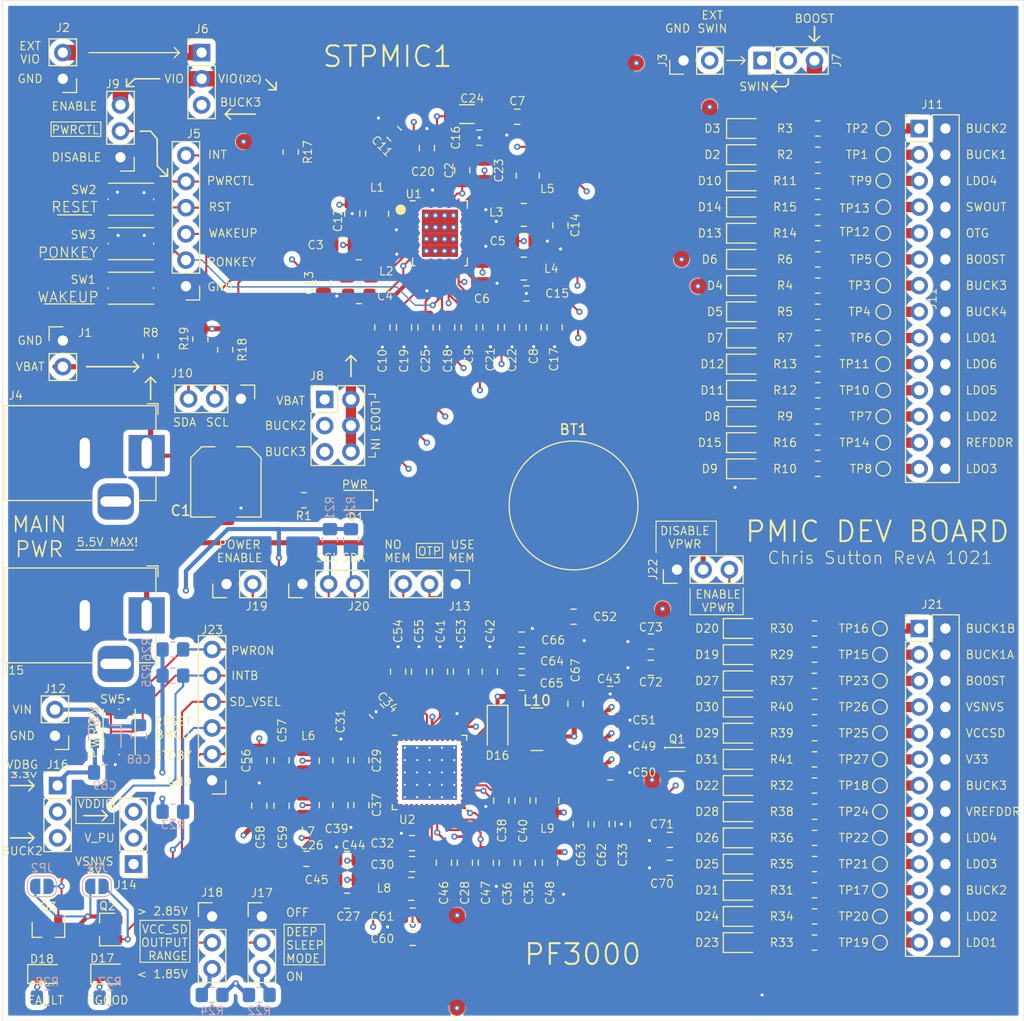
<source format=kicad_pcb>
(kicad_pcb (version 20171130) (host pcbnew "(5.1.8-0-10_14)")
  (layers (0 Signal.Cu signal) (1 Ground.Cu power) (2 SmallSignal+Power.Cu mixed) (31 SmallSignal+Ground.Cu mixed) (34 B.Paste user) (35 F.Paste user) (36 B.SilkS user) (37 F.SilkS user) (38 B.Mask user) (39 F.Mask user) (44 Edge.Cuts user))
  (net 0 "")
  (net 1 GNDS)
  (net 2 /STPMIC1_Board/VBAT)
  (net 3 /STPMIC1_Board/VIO)
  (net 4 /STPMIC1_Board/sheet60878B3D/LDO3_IN)
  (net 5 "Net-(C11-Pad1)")
  (net 6 /STPMIC1_Board/VBUCK1)
  (net 7 /STPMIC1_Board/VBUCK2)
  (net 8 /STPMIC1_Board/VBUCK3)
  (net 9 /STPMIC1_Board/VBUCK4)
  (net 10 /STPMIC1_Board/VBOOST)
  (net 11 /STPMIC1_Board/VLDO1)
  (net 12 /STPMIC1_Board/VLDO2)
  (net 13 /STPMIC1_Board/VLDO3)
  (net 14 /STPMIC1_Board/VLDO4)
  (net 15 /STPMIC1_Board/VLDO5)
  (net 16 /STPMIC1_Board/VLDO6)
  (net 17 /STPMIC1_Board/VOTG)
  (net 18 /STPMIC1_Board/VSWOUT)
  (net 19 /STPMIC1_Board/VREFDDR)
  (net 20 "Net-(D1-Pad2)")
  (net 21 "Net-(D2-Pad2)")
  (net 22 "Net-(D3-Pad2)")
  (net 23 "Net-(D4-Pad2)")
  (net 24 "Net-(D5-Pad2)")
  (net 25 "Net-(D6-Pad2)")
  (net 26 "Net-(D7-Pad2)")
  (net 27 "Net-(D8-Pad2)")
  (net 28 "Net-(D9-Pad2)")
  (net 29 "Net-(D10-Pad2)")
  (net 30 "Net-(D11-Pad2)")
  (net 31 "Net-(D12-Pad2)")
  (net 32 "Net-(D13-Pad2)")
  (net 33 "Net-(D14-Pad2)")
  (net 34 "Net-(D15-Pad2)")
  (net 35 /STPMIC1_Board/VIO_Ext)
  (net 36 /STPMIC1_Board/SWIN_Ext)
  (net 37 /STPMIC1_Board/sheet60878B3D/VSWIN)
  (net 38 "Net-(L1-Pad1)")
  (net 39 "Net-(L2-Pad1)")
  (net 40 "Net-(L3-Pad1)")
  (net 41 "Net-(L4-Pad1)")
  (net 42 "Net-(R8-Pad2)")
  (net 43 "Net-(L5-Pad2)")
  (net 44 /STPMIC1_Board/PONKEY)
  (net 45 /STPMIC1_Board/INT)
  (net 46 /STPMIC1_Board/PWRCTL)
  (net 47 /STPMIC1_Board/RST)
  (net 48 /STPMIC1_Board/WAKEUP)
  (net 49 /PF3000_Board/PF3000/LICELL_TO_BAT)
  (net 50 "Net-(C26-Pad2)")
  (net 51 "Net-(C27-Pad2)")
  (net 52 "Net-(C28-Pad2)")
  (net 53 "Net-(C29-Pad2)")
  (net 54 "Net-(C30-Pad2)")
  (net 55 /PF3000_Board/SW3_OUT)
  (net 56 /PF3000_Board/VDDIO)
  (net 57 "Net-(C35-Pad1)")
  (net 58 "Net-(C37-Pad2)")
  (net 59 "Net-(C38-Pad2)")
  (net 60 "Net-(C41-Pad2)")
  (net 61 "Net-(C42-Pad2)")
  (net 62 "Net-(C43-Pad2)")
  (net 63 /PF3000_Board/LDO1_OUT)
  (net 64 /PF3000_Board/LDO2_OUT)
  (net 65 /PF3000_Board/LDO3_OUT)
  (net 66 /PF3000_Board/LDO4_OUT)
  (net 67 /PF3000_Board/VREFDDR_OUT)
  (net 68 /PF3000_Board/VCCSD_OUT)
  (net 69 /PF3000_Board/V33_OUT)
  (net 70 /PF3000_Board/VSNVS_OUT)
  (net 71 "Net-(C53-Pad2)")
  (net 72 "Net-(C54-Pad2)")
  (net 73 /PF3000_Board/VCOREDIG)
  (net 74 /PF3000_Board/SW1A_OUT)
  (net 75 /PF3000_Board/SW1B_OUT)
  (net 76 /PF3000_Board/SW2_OUT)
  (net 77 /PF3000_Board/SWBST_OUT)
  (net 78 /PF3000_Board/VIN)
  (net 79 /PF3000_Board/VDBG)
  (net 80 "Net-(C70-Pad2)")
  (net 81 "Net-(D16-Pad2)")
  (net 82 "Net-(D17-Pad2)")
  (net 83 "Net-(D17-Pad1)")
  (net 84 "Net-(D18-Pad2)")
  (net 85 "Net-(D18-Pad1)")
  (net 86 "Net-(D19-Pad2)")
  (net 87 "Net-(D20-Pad2)")
  (net 88 "Net-(D21-Pad2)")
  (net 89 "Net-(D22-Pad2)")
  (net 90 "Net-(D23-Pad2)")
  (net 91 "Net-(D24-Pad2)")
  (net 92 "Net-(D25-Pad2)")
  (net 93 "Net-(D26-Pad2)")
  (net 94 "Net-(D27-Pad2)")
  (net 95 "Net-(D28-Pad2)")
  (net 96 "Net-(D29-Pad2)")
  (net 97 "Net-(D30-Pad2)")
  (net 98 "Net-(D31-Pad2)")
  (net 99 /STPMIC1_Board/SDA)
  (net 100 /STPMIC1_Board/SCL)
  (net 101 /PF3000_Board/VDDOTP)
  (net 102 /PF3000_Board/V_PU)
  (net 103 /PF3000_Board/VPWR)
  (net 104 "Net-(J17-Pad3)")
  (net 105 /PF3000_Board/STANDBY)
  (net 106 "Net-(J18-Pad3)")
  (net 107 /PF3000_Board/SD_VSEL)
  (net 108 /PF3000_Board/PWRON)
  (net 109 /PF3000_Board/SDA)
  (net 110 /PF3000_Board/SCL)
  (net 111 /PF3000_Board/INTB)
  (net 112 /PF3000_Board/RESETBMCU)
  (net 113 "Net-(L6-Pad1)")
  (net 114 "Net-(L7-Pad1)")
  (net 115 "Net-(L8-Pad1)")
  (net 116 "Net-(L9-Pad1)")
  (net 117 "Net-(NT11-Pad1)")
  (net 118 "Net-(NT12-Pad1)")
  (net 119 "Net-(NT13-Pad1)")
  (net 120 "Net-(NT14-Pad1)")
  (net 121 /PF3000_Board/PF3000/LDOG)
  (net 122 "Net-(J15-Pad3)")
  (net 123 "Net-(U1-Pad45)")
  (module Panasonic_ML_series:ML1220_F1BN (layer Signal.Cu) (at 136.652 89.662 90)
    (fp_text reference BT1 (at 7.366 0 180) (layer F.SilkS))
    (fp_text value Battery_Cell)
    (pad 2 smd rect (at -7.493 1.524 180) (size 1.5 2.75) (layers Signal.Cu F.Paste F.Mask) (net 1 GNDS))
    (pad 1 smd rect (at -7.493 -1.524 180) (size 1.5 2.75) (layers Signal.Cu F.Paste F.Mask) (net 49 /PF3000_Board/PF3000/LICELL_TO_BAT))
  )
  (module Inductor_SMD:L_Coilcraft_LPS4018 (layer Signal.Cu) (at 133.096 111.379)
    (fp_text reference L10 (at 0 -2.794) (layer F.SilkS))
    (fp_text value 2.2uH)
    (pad 1 smd custom (at -1.765 0) (size 0.87 2.79) (layers Signal.Cu F.Paste F.Mask) (net 81 "Net-(D16-Pad2)") (options (clearance outline) (anchor rect)) (primitives (gr_poly (pts (xy -0.435 -1.395) (xy 0.125 -1.945) (xy 1.015 -1.945) (xy 1.015 -1.17) (xy 0.435 -0.575) (xy 0.435 0.575) (xy 1.015 1.17) (xy 1.015 1.945) (xy 0.125 1.945) (xy -0.435 1.395)) (width 0))))
    (pad 2 smd custom (at 1.765 0) (size 0.87 2.79) (layers Signal.Cu F.Paste F.Mask) (net 78 /PF3000_Board/VIN) (options (clearance outline) (anchor rect)) (primitives (gr_poly (pts (xy 0.435 -1.395) (xy -0.125 -1.945) (xy -1.015 -1.945) (xy -1.015 -1.17) (xy -0.435 -0.575) (xy -0.435 0.575) (xy -1.015 1.17) (xy -1.015 1.945) (xy -0.125 1.945) (xy 0.435 1.395)) (width 0))))
  )
  (module Capacitor_SMD:C_Elec_6.3x7.7 (layer Signal.Cu) (at 102.9335 87.376 270)
    (fp_text reference C1 (at 2.794 4.3815 180) (layer F.SilkS))
    (fp_text value 100uF)
    (pad 2 smd roundrect (at 2.5375 0 270) (size 3.325 1.6) (layers Signal.Cu F.Paste F.Mask) (roundrect_rratio 0.15625) (net 1 GNDS))
    (pad 1 smd roundrect (at -2.5375 0 270) (size 3.325 1.6) (layers Signal.Cu F.Paste F.Mask) (roundrect_rratio 0.15625) (net 2 /STPMIC1_Board/VBAT))
  )
  (module Jumper:SolderJumper-2_P1.3mm_Open_RoundedPad1.0x1.5mm (layer SmallSignal+Ground.Cu) (at 85.09 126.619 180)
    (fp_text reference JP2 (at 0 1.778) (layer B.SilkS) (effects (font (size 0.8 0.8) (thickness 0.1)) (justify mirror)))
    (fp_text value Jumper_NO_Small)
    (pad 2 smd custom (at 0.65 0 180) (size 1 0.5) (layers SmallSignal+Ground.Cu B.Mask) (net 79 /PF3000_Board/VDBG) (options (clearance outline) (anchor rect)) (primitives (gr_circle (center 0 -0.25) (end 0.5 -0.25) (width 0)) (gr_circle (center 0 0.25) (end 0.5 0.25) (width 0)) (gr_poly (pts (xy 0 0.75) (xy -0.5 0.75) (xy -0.5 -0.75) (xy 0 -0.75)) (width 0))))
    (pad 1 smd custom (at -0.65 0 180) (size 1 0.5) (layers SmallSignal+Ground.Cu B.Mask) (net 111 /PF3000_Board/INTB) (options (clearance outline) (anchor rect)) (primitives (gr_circle (center 0 -0.25) (end 0.5 -0.25) (width 0)) (gr_circle (center 0 0.25) (end 0.5 0.25) (width 0)) (gr_poly (pts (xy 0 0.75) (xy 0.5 0.75) (xy 0.5 -0.75) (xy 0 -0.75)) (width 0))))
  )
  (module Jumper:SolderJumper-2_P1.3mm_Open_RoundedPad1.0x1.5mm (layer SmallSignal+Ground.Cu) (at 90.424 126.619 180)
    (fp_text reference JP1 (at 0 1.778) (layer B.SilkS) (effects (font (size 0.8 0.8) (thickness 0.1)) (justify mirror)))
    (fp_text value Jumper_NO_Small)
    (pad 2 smd custom (at 0.65 0 180) (size 1 0.5) (layers SmallSignal+Ground.Cu B.Mask) (net 79 /PF3000_Board/VDBG) (options (clearance outline) (anchor rect)) (primitives (gr_circle (center 0 -0.25) (end 0.5 -0.25) (width 0)) (gr_circle (center 0 0.25) (end 0.5 0.25) (width 0)) (gr_poly (pts (xy 0 0.75) (xy -0.5 0.75) (xy -0.5 -0.75) (xy 0 -0.75)) (width 0))))
    (pad 1 smd custom (at -0.65 0 180) (size 1 0.5) (layers SmallSignal+Ground.Cu B.Mask) (net 112 /PF3000_Board/RESETBMCU) (options (clearance outline) (anchor rect)) (primitives (gr_circle (center 0 -0.25) (end 0.5 -0.25) (width 0)) (gr_circle (center 0 0.25) (end 0.5 0.25) (width 0)) (gr_poly (pts (xy 0 0.75) (xy 0.5 0.75) (xy 0.5 -0.75) (xy 0 -0.75)) (width 0))))
  )
  (module LED_SMD:LED_0805_2012Metric_Pad1.15x1.40mm_HandSolder (layer Signal.Cu) (at 153.035 114.3)
    (fp_text reference D31 (at -3.429 0) (layer F.SilkS) (effects (font (size 0.8 0.8) (thickness 0.1))))
    (fp_text value D)
    (pad 2 smd roundrect (at 1.025 0) (size 1.15 1.4) (layers Signal.Cu F.Paste F.Mask) (roundrect_rratio 0.2173904347826087) (net 98 "Net-(D31-Pad2)"))
    (pad 1 smd roundrect (at -1.025 0) (size 1.15 1.4) (layers Signal.Cu F.Paste F.Mask) (roundrect_rratio 0.2173904347826087) (net 1 GNDS))
  )
  (module LED_SMD:LED_0805_2012Metric_Pad1.15x1.40mm_HandSolder (layer Signal.Cu) (at 153.035 109.22)
    (fp_text reference D30 (at -3.429 0) (layer F.SilkS) (effects (font (size 0.8 0.8) (thickness 0.1))))
    (fp_text value D)
    (pad 2 smd roundrect (at 1.025 0) (size 1.15 1.4) (layers Signal.Cu F.Paste F.Mask) (roundrect_rratio 0.2173904347826087) (net 97 "Net-(D30-Pad2)"))
    (pad 1 smd roundrect (at -1.025 0) (size 1.15 1.4) (layers Signal.Cu F.Paste F.Mask) (roundrect_rratio 0.2173904347826087) (net 1 GNDS))
  )
  (module LED_SMD:LED_0805_2012Metric_Pad1.15x1.40mm_HandSolder (layer Signal.Cu) (at 153.035 111.76)
    (fp_text reference D29 (at -3.429 0) (layer F.SilkS) (effects (font (size 0.8 0.8) (thickness 0.1))))
    (fp_text value D)
    (pad 2 smd roundrect (at 1.025 0) (size 1.15 1.4) (layers Signal.Cu F.Paste F.Mask) (roundrect_rratio 0.2173904347826087) (net 96 "Net-(D29-Pad2)"))
    (pad 1 smd roundrect (at -1.025 0) (size 1.15 1.4) (layers Signal.Cu F.Paste F.Mask) (roundrect_rratio 0.2173904347826087) (net 1 GNDS))
  )
  (module LED_SMD:LED_0805_2012Metric_Pad1.15x1.40mm_HandSolder (layer Signal.Cu) (at 153.035 119.38)
    (fp_text reference D28 (at -3.429 0) (layer F.SilkS) (effects (font (size 0.8 0.8) (thickness 0.1))))
    (fp_text value D)
    (pad 2 smd roundrect (at 1.025 0) (size 1.15 1.4) (layers Signal.Cu F.Paste F.Mask) (roundrect_rratio 0.2173904347826087) (net 95 "Net-(D28-Pad2)"))
    (pad 1 smd roundrect (at -1.025 0) (size 1.15 1.4) (layers Signal.Cu F.Paste F.Mask) (roundrect_rratio 0.2173904347826087) (net 1 GNDS))
  )
  (module LED_SMD:LED_0805_2012Metric_Pad1.15x1.40mm_HandSolder (layer Signal.Cu) (at 153.035 106.68)
    (fp_text reference D27 (at -3.429 0) (layer F.SilkS) (effects (font (size 0.8 0.8) (thickness 0.1))))
    (fp_text value D)
    (pad 2 smd roundrect (at 1.025 0) (size 1.15 1.4) (layers Signal.Cu F.Paste F.Mask) (roundrect_rratio 0.2173904347826087) (net 94 "Net-(D27-Pad2)"))
    (pad 1 smd roundrect (at -1.025 0) (size 1.15 1.4) (layers Signal.Cu F.Paste F.Mask) (roundrect_rratio 0.2173904347826087) (net 1 GNDS))
  )
  (module LED_SMD:LED_0805_2012Metric_Pad1.15x1.40mm_HandSolder (layer Signal.Cu) (at 153.035 121.92)
    (fp_text reference D26 (at -3.429 0) (layer F.SilkS) (effects (font (size 0.8 0.8) (thickness 0.1))))
    (fp_text value D)
    (pad 2 smd roundrect (at 1.025 0) (size 1.15 1.4) (layers Signal.Cu F.Paste F.Mask) (roundrect_rratio 0.2173904347826087) (net 93 "Net-(D26-Pad2)"))
    (pad 1 smd roundrect (at -1.025 0) (size 1.15 1.4) (layers Signal.Cu F.Paste F.Mask) (roundrect_rratio 0.2173904347826087) (net 1 GNDS))
  )
  (module LED_SMD:LED_0805_2012Metric_Pad1.15x1.40mm_HandSolder (layer Signal.Cu) (at 153.035 124.46)
    (fp_text reference D25 (at -3.429 0) (layer F.SilkS) (effects (font (size 0.8 0.8) (thickness 0.1))))
    (fp_text value D)
    (pad 2 smd roundrect (at 1.025 0) (size 1.15 1.4) (layers Signal.Cu F.Paste F.Mask) (roundrect_rratio 0.2173904347826087) (net 92 "Net-(D25-Pad2)"))
    (pad 1 smd roundrect (at -1.025 0) (size 1.15 1.4) (layers Signal.Cu F.Paste F.Mask) (roundrect_rratio 0.2173904347826087) (net 1 GNDS))
  )
  (module LED_SMD:LED_0805_2012Metric_Pad1.15x1.40mm_HandSolder (layer Signal.Cu) (at 153.035 129.54)
    (fp_text reference D24 (at -3.429 0) (layer F.SilkS) (effects (font (size 0.8 0.8) (thickness 0.1))))
    (fp_text value D)
    (pad 2 smd roundrect (at 1.025 0) (size 1.15 1.4) (layers Signal.Cu F.Paste F.Mask) (roundrect_rratio 0.2173904347826087) (net 91 "Net-(D24-Pad2)"))
    (pad 1 smd roundrect (at -1.025 0) (size 1.15 1.4) (layers Signal.Cu F.Paste F.Mask) (roundrect_rratio 0.2173904347826087) (net 1 GNDS))
  )
  (module LED_SMD:LED_0805_2012Metric_Pad1.15x1.40mm_HandSolder (layer Signal.Cu) (at 153.035 132.08)
    (fp_text reference D23 (at -3.429 0) (layer F.SilkS) (effects (font (size 0.8 0.8) (thickness 0.1))))
    (fp_text value D)
    (pad 2 smd roundrect (at 1.025 0) (size 1.15 1.4) (layers Signal.Cu F.Paste F.Mask) (roundrect_rratio 0.2173904347826087) (net 90 "Net-(D23-Pad2)"))
    (pad 1 smd roundrect (at -1.025 0) (size 1.15 1.4) (layers Signal.Cu F.Paste F.Mask) (roundrect_rratio 0.2173904347826087) (net 1 GNDS))
  )
  (module LED_SMD:LED_0805_2012Metric_Pad1.15x1.40mm_HandSolder (layer Signal.Cu) (at 153.035 116.84)
    (fp_text reference D22 (at -3.429 0) (layer F.SilkS) (effects (font (size 0.8 0.8) (thickness 0.1))))
    (fp_text value D)
    (pad 2 smd roundrect (at 1.025 0) (size 1.15 1.4) (layers Signal.Cu F.Paste F.Mask) (roundrect_rratio 0.2173904347826087) (net 89 "Net-(D22-Pad2)"))
    (pad 1 smd roundrect (at -1.025 0) (size 1.15 1.4) (layers Signal.Cu F.Paste F.Mask) (roundrect_rratio 0.2173904347826087) (net 1 GNDS))
  )
  (module LED_SMD:LED_0805_2012Metric_Pad1.15x1.40mm_HandSolder (layer Signal.Cu) (at 153.035 127)
    (fp_text reference D21 (at -3.429 0) (layer F.SilkS) (effects (font (size 0.8 0.8) (thickness 0.1))))
    (fp_text value D)
    (pad 2 smd roundrect (at 1.025 0) (size 1.15 1.4) (layers Signal.Cu F.Paste F.Mask) (roundrect_rratio 0.2173904347826087) (net 88 "Net-(D21-Pad2)"))
    (pad 1 smd roundrect (at -1.025 0) (size 1.15 1.4) (layers Signal.Cu F.Paste F.Mask) (roundrect_rratio 0.2173904347826087) (net 1 GNDS))
  )
  (module LED_SMD:LED_0805_2012Metric_Pad1.15x1.40mm_HandSolder (layer Signal.Cu) (at 153.035 101.6)
    (fp_text reference D20 (at -3.429 0) (layer F.SilkS) (effects (font (size 0.8 0.8) (thickness 0.1))))
    (fp_text value D)
    (pad 2 smd roundrect (at 1.025 0) (size 1.15 1.4) (layers Signal.Cu F.Paste F.Mask) (roundrect_rratio 0.2173904347826087) (net 87 "Net-(D20-Pad2)"))
    (pad 1 smd roundrect (at -1.025 0) (size 1.15 1.4) (layers Signal.Cu F.Paste F.Mask) (roundrect_rratio 0.2173904347826087) (net 1 GNDS))
  )
  (module LED_SMD:LED_0805_2012Metric_Pad1.15x1.40mm_HandSolder (layer Signal.Cu) (at 153.035 104.14)
    (fp_text reference D19 (at -3.429 0) (layer F.SilkS) (effects (font (size 0.8 0.8) (thickness 0.1))))
    (fp_text value D)
    (pad 2 smd roundrect (at 1.025 0) (size 1.15 1.4) (layers Signal.Cu F.Paste F.Mask) (roundrect_rratio 0.2173904347826087) (net 86 "Net-(D19-Pad2)"))
    (pad 1 smd roundrect (at -1.025 0) (size 1.15 1.4) (layers Signal.Cu F.Paste F.Mask) (roundrect_rratio 0.2173904347826087) (net 1 GNDS))
  )
  (module LED_SMD:LED_0805_2012Metric_Pad1.15x1.40mm_HandSolder (layer Signal.Cu) (at 153.3525 83.566)
    (fp_text reference D15 (at -3.4925 0) (layer F.SilkS) (effects (font (size 0.8 0.8) (thickness 0.1))))
    (fp_text value D)
    (pad 2 smd roundrect (at 1.025 0) (size 1.15 1.4) (layers Signal.Cu F.Paste F.Mask) (roundrect_rratio 0.2173904347826087) (net 34 "Net-(D15-Pad2)"))
    (pad 1 smd roundrect (at -1.025 0) (size 1.15 1.4) (layers Signal.Cu F.Paste F.Mask) (roundrect_rratio 0.2173904347826087) (net 1 GNDS))
  )
  (module LED_SMD:LED_0805_2012Metric_Pad1.15x1.40mm_HandSolder (layer Signal.Cu) (at 153.3525 60.706)
    (fp_text reference D14 (at -3.4925 0) (layer F.SilkS) (effects (font (size 0.8 0.8) (thickness 0.1))))
    (fp_text value D)
    (pad 2 smd roundrect (at 1.025 0) (size 1.15 1.4) (layers Signal.Cu F.Paste F.Mask) (roundrect_rratio 0.2173904347826087) (net 33 "Net-(D14-Pad2)"))
    (pad 1 smd roundrect (at -1.025 0) (size 1.15 1.4) (layers Signal.Cu F.Paste F.Mask) (roundrect_rratio 0.2173904347826087) (net 1 GNDS))
  )
  (module LED_SMD:LED_0805_2012Metric_Pad1.15x1.40mm_HandSolder (layer Signal.Cu) (at 153.3525 63.246)
    (fp_text reference D13 (at -3.4925 0) (layer F.SilkS) (effects (font (size 0.8 0.8) (thickness 0.1))))
    (fp_text value D)
    (pad 2 smd roundrect (at 1.025 0) (size 1.15 1.4) (layers Signal.Cu F.Paste F.Mask) (roundrect_rratio 0.2173904347826087) (net 32 "Net-(D13-Pad2)"))
    (pad 1 smd roundrect (at -1.025 0) (size 1.15 1.4) (layers Signal.Cu F.Paste F.Mask) (roundrect_rratio 0.2173904347826087) (net 1 GNDS))
  )
  (module LED_SMD:LED_0805_2012Metric_Pad1.15x1.40mm_HandSolder (layer Signal.Cu) (at 153.3525 75.946)
    (fp_text reference D12 (at -3.2385 0) (layer F.SilkS) (effects (font (size 0.8 0.8) (thickness 0.1))))
    (fp_text value D)
    (pad 2 smd roundrect (at 1.025 0) (size 1.15 1.4) (layers Signal.Cu F.Paste F.Mask) (roundrect_rratio 0.2173904347826087) (net 31 "Net-(D12-Pad2)"))
    (pad 1 smd roundrect (at -1.025 0) (size 1.15 1.4) (layers Signal.Cu F.Paste F.Mask) (roundrect_rratio 0.2173904347826087) (net 1 GNDS))
  )
  (module LED_SMD:LED_0805_2012Metric_Pad1.15x1.40mm_HandSolder (layer Signal.Cu) (at 153.3525 78.486)
    (fp_text reference D11 (at -3.2385 0) (layer F.SilkS) (effects (font (size 0.8 0.8) (thickness 0.1))))
    (fp_text value D)
    (pad 2 smd roundrect (at 1.025 0) (size 1.15 1.4) (layers Signal.Cu F.Paste F.Mask) (roundrect_rratio 0.2173904347826087) (net 30 "Net-(D11-Pad2)"))
    (pad 1 smd roundrect (at -1.025 0) (size 1.15 1.4) (layers Signal.Cu F.Paste F.Mask) (roundrect_rratio 0.2173904347826087) (net 1 GNDS))
  )
  (module LED_SMD:LED_0805_2012Metric_Pad1.15x1.40mm_HandSolder (layer Signal.Cu) (at 153.3525 58.166)
    (fp_text reference D10 (at -3.4925 0) (layer F.SilkS) (effects (font (size 0.8 0.8) (thickness 0.1))))
    (fp_text value D)
    (pad 2 smd roundrect (at 1.025 0) (size 1.15 1.4) (layers Signal.Cu F.Paste F.Mask) (roundrect_rratio 0.2173904347826087) (net 29 "Net-(D10-Pad2)"))
    (pad 1 smd roundrect (at -1.025 0) (size 1.15 1.4) (layers Signal.Cu F.Paste F.Mask) (roundrect_rratio 0.2173904347826087) (net 1 GNDS))
  )
  (module LED_SMD:LED_0805_2012Metric_Pad1.15x1.40mm_HandSolder (layer Signal.Cu) (at 153.3525 86.106)
    (fp_text reference D9 (at -3.4925 0) (layer F.SilkS) (effects (font (size 0.8 0.8) (thickness 0.1))))
    (fp_text value D)
    (pad 2 smd roundrect (at 1.025 0) (size 1.15 1.4) (layers Signal.Cu F.Paste F.Mask) (roundrect_rratio 0.2173904347826087) (net 28 "Net-(D9-Pad2)"))
    (pad 1 smd roundrect (at -1.025 0) (size 1.15 1.4) (layers Signal.Cu F.Paste F.Mask) (roundrect_rratio 0.2173904347826087) (net 1 GNDS))
  )
  (module LED_SMD:LED_0805_2012Metric_Pad1.15x1.40mm_HandSolder (layer Signal.Cu) (at 153.3525 81.026)
    (fp_text reference D8 (at -3.2385 0) (layer F.SilkS) (effects (font (size 0.8 0.8) (thickness 0.1))))
    (fp_text value D)
    (pad 2 smd roundrect (at 1.025 0) (size 1.15 1.4) (layers Signal.Cu F.Paste F.Mask) (roundrect_rratio 0.2173904347826087) (net 27 "Net-(D8-Pad2)"))
    (pad 1 smd roundrect (at -1.025 0) (size 1.15 1.4) (layers Signal.Cu F.Paste F.Mask) (roundrect_rratio 0.2173904347826087) (net 1 GNDS))
  )
  (module LED_SMD:LED_0805_2012Metric_Pad1.15x1.40mm_HandSolder (layer Signal.Cu) (at 153.3525 73.406)
    (fp_text reference D7 (at -2.9845 0) (layer F.SilkS) (effects (font (size 0.8 0.8) (thickness 0.1))))
    (fp_text value D)
    (pad 2 smd roundrect (at 1.025 0) (size 1.15 1.4) (layers Signal.Cu F.Paste F.Mask) (roundrect_rratio 0.2173904347826087) (net 26 "Net-(D7-Pad2)"))
    (pad 1 smd roundrect (at -1.025 0) (size 1.15 1.4) (layers Signal.Cu F.Paste F.Mask) (roundrect_rratio 0.2173904347826087) (net 1 GNDS))
  )
  (module LED_SMD:LED_0805_2012Metric_Pad1.15x1.40mm_HandSolder (layer Signal.Cu) (at 153.3525 65.786)
    (fp_text reference D6 (at -3.4925 0) (layer F.SilkS) (effects (font (size 0.8 0.8) (thickness 0.1))))
    (fp_text value D)
    (pad 2 smd roundrect (at 1.025 0) (size 1.15 1.4) (layers Signal.Cu F.Paste F.Mask) (roundrect_rratio 0.2173904347826087) (net 25 "Net-(D6-Pad2)"))
    (pad 1 smd roundrect (at -1.025 0) (size 1.15 1.4) (layers Signal.Cu F.Paste F.Mask) (roundrect_rratio 0.2173904347826087) (net 1 GNDS))
  )
  (module LED_SMD:LED_0805_2012Metric_Pad1.15x1.40mm_HandSolder (layer Signal.Cu) (at 153.3525 70.866)
    (fp_text reference D5 (at -2.9845 0) (layer F.SilkS) (effects (font (size 0.8 0.8) (thickness 0.1))))
    (fp_text value D)
    (pad 2 smd roundrect (at 1.025 0) (size 1.15 1.4) (layers Signal.Cu F.Paste F.Mask) (roundrect_rratio 0.2173904347826087) (net 24 "Net-(D5-Pad2)"))
    (pad 1 smd roundrect (at -1.025 0) (size 1.15 1.4) (layers Signal.Cu F.Paste F.Mask) (roundrect_rratio 0.2173904347826087) (net 1 GNDS))
  )
  (module LED_SMD:LED_0805_2012Metric_Pad1.15x1.40mm_HandSolder (layer Signal.Cu) (at 153.3525 68.326)
    (fp_text reference D4 (at -2.9845 0) (layer F.SilkS) (effects (font (size 0.8 0.8) (thickness 0.1))))
    (fp_text value D)
    (pad 2 smd roundrect (at 1.025 0) (size 1.15 1.4) (layers Signal.Cu F.Paste F.Mask) (roundrect_rratio 0.2173904347826087) (net 23 "Net-(D4-Pad2)"))
    (pad 1 smd roundrect (at -1.025 0) (size 1.15 1.4) (layers Signal.Cu F.Paste F.Mask) (roundrect_rratio 0.2173904347826087) (net 1 GNDS))
  )
  (module LED_SMD:LED_0805_2012Metric_Pad1.15x1.40mm_HandSolder (layer Signal.Cu) (at 153.3525 53.086)
    (fp_text reference D3 (at -3.2385 0) (layer F.SilkS) (effects (font (size 0.8 0.8) (thickness 0.1))))
    (fp_text value D)
    (pad 2 smd roundrect (at 1.025 0) (size 1.15 1.4) (layers Signal.Cu F.Paste F.Mask) (roundrect_rratio 0.2173904347826087) (net 22 "Net-(D3-Pad2)"))
    (pad 1 smd roundrect (at -1.025 0) (size 1.15 1.4) (layers Signal.Cu F.Paste F.Mask) (roundrect_rratio 0.2173904347826087) (net 1 GNDS))
  )
  (module Capacitor_SMD:C_0805_2012Metric_Pad1.18x1.45mm_HandSolder (layer Signal.Cu) (at 136.652 100.457 180)
    (fp_text reference C52 (at -3.048 0) (layer F.SilkS) (effects (font (size 0.8 0.8) (thickness 0.1))))
    (fp_text value 220nF)
    (pad 2 smd roundrect (at 1.0375 0 180) (size 1.175 1.45) (layers Signal.Cu F.Paste F.Mask) (roundrect_rratio 0.2127659574468085) (net 49 /PF3000_Board/PF3000/LICELL_TO_BAT))
    (pad 1 smd roundrect (at -1.0375 0 180) (size 1.175 1.45) (layers Signal.Cu F.Paste F.Mask) (roundrect_rratio 0.2127659574468085) (net 1 GNDS))
  )
  (module Capacitor_SMD:C_0805_2012Metric_Pad1.18x1.45mm_HandSolder (layer Signal.Cu) (at 128.016 57.15 90)
    (fp_text reference C23 (at 0 1.397 270) (layer F.SilkS) (effects (font (size 0.8 0.8) (thickness 0.1))))
    (fp_text value 4.7uF)
    (pad 2 smd roundrect (at 1.0375 0 90) (size 1.175 1.45) (layers Signal.Cu F.Paste F.Mask) (roundrect_rratio 0.2127659574468085) (net 1 GNDS))
    (pad 1 smd roundrect (at -1.0375 0 90) (size 1.175 1.45) (layers Signal.Cu F.Paste F.Mask) (roundrect_rratio 0.2127659574468085) (net 17 /STPMIC1_Board/VOTG))
  )
  (module Capacitor_SMD:C_0805_2012Metric_Pad1.18x1.45mm_HandSolder (layer Signal.Cu) (at 122.428 54.991 90)
    (fp_text reference C20 (at -2.286 -0.381 180) (layer F.SilkS) (effects (font (size 0.8 0.8) (thickness 0.1))))
    (fp_text value 4.7uF)
    (pad 2 smd roundrect (at 1.0375 0 90) (size 1.175 1.45) (layers Signal.Cu F.Paste F.Mask) (roundrect_rratio 0.2127659574468085) (net 1 GNDS))
    (pad 1 smd roundrect (at -1.0375 0 90) (size 1.175 1.45) (layers Signal.Cu F.Paste F.Mask) (roundrect_rratio 0.2127659574468085) (net 14 /STPMIC1_Board/VLDO4))
  )
  (module Capacitor_SMD:C_0805_2012Metric_Pad1.18x1.45mm_HandSolder (layer Signal.Cu) (at 131.191 51.943 180)
    (fp_text reference C7 (at 0 1.524) (layer F.SilkS) (effects (font (size 0.8 0.8) (thickness 0.1))))
    (fp_text value 10uF)
    (pad 2 smd roundrect (at 1.0375 0 180) (size 1.175 1.45) (layers Signal.Cu F.Paste F.Mask) (roundrect_rratio 0.2127659574468085) (net 1 GNDS))
    (pad 1 smd roundrect (at -1.0375 0 180) (size 1.175 1.45) (layers Signal.Cu F.Paste F.Mask) (roundrect_rratio 0.2127659574468085) (net 2 /STPMIC1_Board/VBAT))
  )
  (module Capacitor_SMD:C_0805_2012Metric_Pad1.18x1.45mm_HandSolder (layer Signal.Cu) (at 127.8255 67.056 270)
    (fp_text reference C6 (at 2.54 0.0635 180) (layer F.SilkS) (effects (font (size 0.8 0.8) (thickness 0.1))))
    (fp_text value 10uF)
    (pad 2 smd roundrect (at 1.0375 0 270) (size 1.175 1.45) (layers Signal.Cu F.Paste F.Mask) (roundrect_rratio 0.2127659574468085) (net 1 GNDS))
    (pad 1 smd roundrect (at -1.0375 0 270) (size 1.175 1.45) (layers Signal.Cu F.Paste F.Mask) (roundrect_rratio 0.2127659574468085) (net 2 /STPMIC1_Board/VBAT))
  )
  (module Capacitor_SMD:C_0805_2012Metric_Pad1.18x1.45mm_HandSolder (layer Signal.Cu) (at 131.826 64.008)
    (fp_text reference C5 (at -2.54 0) (layer F.SilkS) (effects (font (size 0.8 0.8) (thickness 0.1))))
    (fp_text value 10uF)
    (pad 2 smd roundrect (at 1.0375 0) (size 1.175 1.45) (layers Signal.Cu F.Paste F.Mask) (roundrect_rratio 0.2127659574468085) (net 1 GNDS))
    (pad 1 smd roundrect (at -1.0375 0) (size 1.175 1.45) (layers Signal.Cu F.Paste F.Mask) (roundrect_rratio 0.2127659574468085) (net 2 /STPMIC1_Board/VBAT))
  )
  (module Capacitor_SMD:C_0805_2012Metric_Pad1.18x1.45mm_HandSolder (layer Signal.Cu) (at 115.824 69.342 180)
    (fp_text reference C4 (at -2.54 0) (layer F.SilkS) (effects (font (size 0.8 0.8) (thickness 0.1))))
    (fp_text value 10uF)
    (pad 2 smd roundrect (at 1.0375 0 180) (size 1.175 1.45) (layers Signal.Cu F.Paste F.Mask) (roundrect_rratio 0.2127659574468085) (net 1 GNDS))
    (pad 1 smd roundrect (at -1.0375 0 180) (size 1.175 1.45) (layers Signal.Cu F.Paste F.Mask) (roundrect_rratio 0.2127659574468085) (net 2 /STPMIC1_Board/VBAT))
  )
  (module Capacitor_SMD:C_0805_2012Metric_Pad1.18x1.45mm_HandSolder (layer Signal.Cu) (at 114.3 64.389 180)
    (fp_text reference C3 (at 2.667 0) (layer F.SilkS) (effects (font (size 0.8 0.8) (thickness 0.1))))
    (fp_text value 10uF)
    (pad 2 smd roundrect (at 1.0375 0 180) (size 1.175 1.45) (layers Signal.Cu F.Paste F.Mask) (roundrect_rratio 0.2127659574468085) (net 1 GNDS))
    (pad 1 smd roundrect (at -1.0375 0 180) (size 1.175 1.45) (layers Signal.Cu F.Paste F.Mask) (roundrect_rratio 0.2127659574468085) (net 2 /STPMIC1_Board/VBAT))
  )
  (module Capacitor_SMD:C_0805_2012Metric_Pad1.18x1.45mm_HandSolder (layer Signal.Cu) (at 125.857 57.15 90)
    (fp_text reference C2 (at 0 -1.27 90) (layer F.SilkS) (effects (font (size 0.8 0.8) (thickness 0.1))))
    (fp_text value 4.7uF)
    (pad 2 smd roundrect (at 1.0375 0 90) (size 1.175 1.45) (layers Signal.Cu F.Paste F.Mask) (roundrect_rratio 0.2127659574468085) (net 1 GNDS))
    (pad 1 smd roundrect (at -1.0375 0 90) (size 1.175 1.45) (layers Signal.Cu F.Paste F.Mask) (roundrect_rratio 0.2127659574468085) (net 2 /STPMIC1_Board/VBAT))
  )
  (module Capacitor_SMD:C_0805_2012Metric_Pad1.18x1.45mm_HandSolder (layer Signal.Cu) (at 134.8105 72.39 270)
    (fp_text reference C17 (at 3.1115 0.0635 90) (layer F.SilkS) (effects (font (size 0.8 0.8) (thickness 0.1))))
    (fp_text value 4.7uF)
    (pad 2 smd roundrect (at 1.0375 0 270) (size 1.175 1.45) (layers Signal.Cu F.Paste F.Mask) (roundrect_rratio 0.2127659574468085) (net 1 GNDS))
    (pad 1 smd roundrect (at -1.0375 0 270) (size 1.175 1.45) (layers Signal.Cu F.Paste F.Mask) (roundrect_rratio 0.2127659574468085) (net 11 /STPMIC1_Board/VLDO1))
  )
  (module Capacitor_SMD:C_0805_2012Metric_Pad1.18x1.45mm_HandSolder (layer Signal.Cu) (at 122.301 72.39 270)
    (fp_text reference C25 (at 3.2385 0 90) (layer F.SilkS) (effects (font (size 0.8 0.8) (thickness 0.1))))
    (fp_text value 1uF)
    (pad 2 smd roundrect (at 1.0375 0 270) (size 1.175 1.45) (layers Signal.Cu F.Paste F.Mask) (roundrect_rratio 0.2127659574468085) (net 1 GNDS))
    (pad 1 smd roundrect (at -1.0375 0 270) (size 1.175 1.45) (layers Signal.Cu F.Paste F.Mask) (roundrect_rratio 0.2127659574468085) (net 19 /STPMIC1_Board/VREFDDR))
  )
  (module Capacitor_SMD:C_0805_2012Metric_Pad1.18x1.45mm_HandSolder (layer Signal.Cu) (at 130.683 72.39 270)
    (fp_text reference C22 (at 3.175 0 90) (layer F.SilkS) (effects (font (size 0.8 0.8) (thickness 0.1))))
    (fp_text value 4.7uF)
    (pad 2 smd roundrect (at 1.0375 0 270) (size 1.175 1.45) (layers Signal.Cu F.Paste F.Mask) (roundrect_rratio 0.2127659574468085) (net 1 GNDS))
    (pad 1 smd roundrect (at -1.0375 0 270) (size 1.175 1.45) (layers Signal.Cu F.Paste F.Mask) (roundrect_rratio 0.2127659574468085) (net 16 /STPMIC1_Board/VLDO6))
  )
  (module Capacitor_SMD:C_0805_2012Metric_Pad1.18x1.45mm_HandSolder (layer Signal.Cu) (at 128.5875 72.39 270)
    (fp_text reference C21 (at 3.1115 0 90) (layer F.SilkS) (effects (font (size 0.8 0.8) (thickness 0.1))))
    (fp_text value 4.7uF)
    (pad 2 smd roundrect (at 1.0375 0 270) (size 1.175 1.45) (layers Signal.Cu F.Paste F.Mask) (roundrect_rratio 0.2127659574468085) (net 1 GNDS))
    (pad 1 smd roundrect (at -1.0375 0 270) (size 1.175 1.45) (layers Signal.Cu F.Paste F.Mask) (roundrect_rratio 0.2127659574468085) (net 15 /STPMIC1_Board/VLDO5))
  )
  (module Capacitor_SMD:C_0805_2012Metric_Pad1.18x1.45mm_HandSolder (layer Signal.Cu) (at 120.2055 72.39 270)
    (fp_text reference C19 (at 3.2385 0 90) (layer F.SilkS) (effects (font (size 0.8 0.8) (thickness 0.1))))
    (fp_text value 10uF)
    (pad 2 smd roundrect (at 1.0375 0 270) (size 1.175 1.45) (layers Signal.Cu F.Paste F.Mask) (roundrect_rratio 0.2127659574468085) (net 1 GNDS))
    (pad 1 smd roundrect (at -1.0375 0 270) (size 1.175 1.45) (layers Signal.Cu F.Paste F.Mask) (roundrect_rratio 0.2127659574468085) (net 13 /STPMIC1_Board/VLDO3))
  )
  (module Capacitor_SMD:C_0805_2012Metric_Pad1.18x1.45mm_HandSolder (layer Signal.Cu) (at 124.3965 72.39 270)
    (fp_text reference C18 (at 3.2385 -0.0635 90) (layer F.SilkS) (effects (font (size 0.8 0.8) (thickness 0.1))))
    (fp_text value 4.7uF)
    (pad 2 smd roundrect (at 1.0375 0 270) (size 1.175 1.45) (layers Signal.Cu F.Paste F.Mask) (roundrect_rratio 0.2127659574468085) (net 1 GNDS))
    (pad 1 smd roundrect (at -1.0375 0 270) (size 1.175 1.45) (layers Signal.Cu F.Paste F.Mask) (roundrect_rratio 0.2127659574468085) (net 12 /STPMIC1_Board/VLDO2))
  )
  (module Capacitor_SMD:C_0805_2012Metric_Pad1.18x1.45mm_HandSolder (layer Signal.Cu) (at 119.253 53.594 135)
    (fp_text reference C11 (at 0 -1.68 135) (layer F.SilkS) (effects (font (size 0.8 0.8) (thickness 0.1))))
    (fp_text value 4.7uF)
    (pad 2 smd roundrect (at 1.0375 0 135) (size 1.175 1.45) (layers Signal.Cu F.Paste F.Mask) (roundrect_rratio 0.2127659574468085) (net 1 GNDS))
    (pad 1 smd roundrect (at -1.0375 0 135) (size 1.175 1.45) (layers Signal.Cu F.Paste F.Mask) (roundrect_rratio 0.2127659574468085) (net 5 "Net-(C11-Pad1)"))
  )
  (module Capacitor_SMD:C_0805_2012Metric_Pad1.18x1.45mm_HandSolder (layer Signal.Cu) (at 118.11 72.39 270)
    (fp_text reference C10 (at 3.2385 0 90) (layer F.SilkS) (effects (font (size 0.8 0.8) (thickness 0.1))))
    (fp_text value 10uF)
    (pad 2 smd roundrect (at 1.0375 0 270) (size 1.175 1.45) (layers Signal.Cu F.Paste F.Mask) (roundrect_rratio 0.2127659574468085) (net 1 GNDS))
    (pad 1 smd roundrect (at -1.0375 0 270) (size 1.175 1.45) (layers Signal.Cu F.Paste F.Mask) (roundrect_rratio 0.2127659574468085) (net 4 /STPMIC1_Board/sheet60878B3D/LDO3_IN))
  )
  (module Capacitor_SMD:C_0805_2012Metric_Pad1.18x1.45mm_HandSolder (layer Signal.Cu) (at 126.492 72.39 270)
    (fp_text reference C9 (at 2.794 0 90) (layer F.SilkS) (effects (font (size 0.8 0.8) (thickness 0.1))))
    (fp_text value 1uF)
    (pad 2 smd roundrect (at 1.0375 0 270) (size 1.175 1.45) (layers Signal.Cu F.Paste F.Mask) (roundrect_rratio 0.2127659574468085) (net 1 GNDS))
    (pad 1 smd roundrect (at -1.0375 0 270) (size 1.175 1.45) (layers Signal.Cu F.Paste F.Mask) (roundrect_rratio 0.2127659574468085) (net 2 /STPMIC1_Board/VBAT))
  )
  (module Capacitor_SMD:C_0805_2012Metric_Pad1.18x1.45mm_HandSolder (layer Signal.Cu) (at 132.7785 72.39 270)
    (fp_text reference C8 (at 2.794 0 90) (layer F.SilkS) (effects (font (size 0.8 0.8) (thickness 0.1))))
    (fp_text value 1uF)
    (pad 2 smd roundrect (at 1.0375 0 270) (size 1.175 1.45) (layers Signal.Cu F.Paste F.Mask) (roundrect_rratio 0.2127659574468085) (net 1 GNDS))
    (pad 1 smd roundrect (at -1.0375 0 270) (size 1.175 1.45) (layers Signal.Cu F.Paste F.Mask) (roundrect_rratio 0.2127659574468085) (net 2 /STPMIC1_Board/VBAT))
  )
  (module Connector_PinHeader_2.54mm:PinHeader_1x03_P2.54mm_Vertical (layer Signal.Cu) (at 100.584 45.72)
    (fp_text reference J6 (at 0 -2.286) (layer F.SilkS) (effects (font (size 0.8 0.8) (thickness 0.1))))
    (fp_text value Conn_01x03)
    (pad 3 thru_hole oval (at 0 5.08) (size 1.7 1.7) (drill 1) (layers *.Cu *.Mask) (net 8 /STPMIC1_Board/VBUCK3))
    (pad 2 thru_hole oval (at 0 2.54) (size 1.7 1.7) (drill 1) (layers *.Cu *.Mask) (net 3 /STPMIC1_Board/VIO))
    (pad 1 thru_hole rect (at 0 0) (size 1.7 1.7) (drill 1) (layers *.Cu *.Mask) (net 35 /STPMIC1_Board/VIO_Ext))
  )
  (module Connector_BarrelJack:BarrelJack_Horizontal (layer Signal.Cu) (at 95.25 84.582)
    (fp_text reference J4 (at -12.7 -5.588) (layer F.SilkS) (effects (font (size 0.8 0.8) (thickness 0.1))))
    (fp_text value Barrel_Jack)
    (pad 3 thru_hole roundrect (at -3 4.7) (size 3.5 3.5) (drill oval 3 1) (layers *.Cu *.Mask))
    (pad 2 thru_hole roundrect (at -6 0) (size 3 3.5) (drill oval 1 3) (layers *.Cu *.Mask) (net 1 GNDS))
    (pad 1 thru_hole rect (at 0 0) (size 3.5 3.5) (drill oval 1 3) (layers *.Cu *.Mask) (net 2 /STPMIC1_Board/VBAT))
  )
  (module TinyNetTies:NetTie-2_SMD_Pad0.254mm (layer Signal.Cu) (at 118.364 129.159 45)
    (fp_text reference NT5 hide)
    (fp_text value Net-Tie_2)
    (fp_poly (pts (xy -0.5 -0.127) (xy 0.5 -0.127) (xy 0.5 0.127) (xy -0.5 0.127)) (layer Signal.Cu) (width 0))
    (pad 2 smd circle (at 0.5 0 45) (size 0.25 0.25) (layers Signal.Cu) (net 54 "Net-(C30-Pad2)"))
    (pad 1 smd circle (at -0.508 0 45) (size 0.25 0.25) (layers Signal.Cu) (net 78 /PF3000_Board/VIN))
  )
  (module TinyNetTies:NetTie-2_SMD_Pad0.254mm (layer Signal.Cu) (at 127.762 118.491 315)
    (fp_text reference NT12 hide)
    (fp_text value Net-Tie_2)
    (fp_poly (pts (xy -0.5 -0.127) (xy 0.5 -0.127) (xy 0.5 0.127) (xy -0.5 0.127)) (layer Signal.Cu) (width 0))
    (pad 2 smd circle (at 0.5 0 315) (size 0.25 0.25) (layers Signal.Cu) (net 1 GNDS))
    (pad 1 smd circle (at -0.508 0 315) (size 0.25 0.25) (layers Signal.Cu) (net 118 "Net-(NT12-Pad1)"))
  )
  (module TinyNetTies:NetTie-2_SMD_Pad0.254mm (layer Signal.Cu) (at 117.221 129.032 90)
    (fp_text reference NT2 hide)
    (fp_text value Net-Tie_2)
    (fp_poly (pts (xy -0.5 -0.127) (xy 0.5 -0.127) (xy 0.5 0.127) (xy -0.5 0.127)) (layer Signal.Cu) (width 0))
    (pad 2 smd circle (at 0.5 0 90) (size 0.25 0.25) (layers Signal.Cu) (net 51 "Net-(C27-Pad2)"))
    (pad 1 smd circle (at -0.508 0 90) (size 0.25 0.25) (layers Signal.Cu) (net 78 /PF3000_Board/VIN))
  )
  (module TinyNetTies:NetTie-2_SMD_Pad0.254mm (layer Signal.Cu) (at 117.8052 114.1984 135)
    (fp_text reference NT14 hide)
    (fp_text value Net-Tie_2)
    (fp_poly (pts (xy -0.5 -0.127) (xy 0.5 -0.127) (xy 0.5 0.127) (xy -0.5 0.127)) (layer Signal.Cu) (width 0))
    (pad 2 smd circle (at 0.5 0 135) (size 0.25 0.25) (layers Signal.Cu) (net 1 GNDS))
    (pad 1 smd circle (at -0.508 0 135) (size 0.25 0.25) (layers Signal.Cu) (net 120 "Net-(NT14-Pad1)"))
  )
  (module TinyNetTies:NetTie-2_SMD_Pad0.254mm (layer Signal.Cu) (at 112.649 114.935 270)
    (fp_text reference NT4 hide)
    (fp_text value Net-Tie_2)
    (fp_poly (pts (xy -0.5 -0.127) (xy 0.5 -0.127) (xy 0.5 0.127) (xy -0.5 0.127)) (layer Signal.Cu) (width 0))
    (pad 2 smd circle (at 0.5 0 270) (size 0.25 0.25) (layers Signal.Cu) (net 53 "Net-(C29-Pad2)"))
    (pad 1 smd circle (at -0.508 0 270) (size 0.25 0.25) (layers Signal.Cu) (net 78 /PF3000_Board/VIN))
  )
  (module TinyNetTies:NetTie-2_SMD_Pad0.254mm (layer Signal.Cu) (at 112.649 118.237 90)
    (fp_text reference NT6 hide)
    (fp_text value Net-Tie_2)
    (fp_poly (pts (xy -0.5 -0.127) (xy 0.5 -0.127) (xy 0.5 0.127) (xy -0.5 0.127)) (layer Signal.Cu) (width 0))
    (pad 2 smd circle (at 0.5 0 90) (size 0.25 0.25) (layers Signal.Cu) (net 58 "Net-(C37-Pad2)"))
    (pad 1 smd circle (at -0.508 0 90) (size 0.25 0.25) (layers Signal.Cu) (net 78 /PF3000_Board/VIN))
  )
  (module TinyNetTies:NetTie-2_SMD_Pad0.254mm (layer Signal.Cu) (at 110.7948 121.92)
    (fp_text reference NT1 hide)
    (fp_text value Net-Tie_2)
    (fp_poly (pts (xy -0.5 -0.127) (xy 0.5 -0.127) (xy 0.5 0.127) (xy -0.5 0.127)) (layer Signal.Cu) (width 0))
    (pad 2 smd circle (at 0.5 0) (size 0.25 0.25) (layers Signal.Cu) (net 50 "Net-(C26-Pad2)"))
    (pad 1 smd circle (at -0.508 0) (size 0.25 0.25) (layers Signal.Cu) (net 78 /PF3000_Board/VIN))
  )
  (module TinyNetTies:NetTie-2_SMD_Pad0.254mm (layer Signal.Cu) (at 117.8052 118.7704 225)
    (fp_text reference NT11 hide)
    (fp_text value Net-Tie_2)
    (fp_poly (pts (xy -0.5 -0.127) (xy 0.5 -0.127) (xy 0.5 0.127) (xy -0.5 0.127)) (layer Signal.Cu) (width 0))
    (pad 2 smd circle (at 0.5 0 225) (size 0.25 0.25) (layers Signal.Cu) (net 1 GNDS))
    (pad 1 smd circle (at -0.508 0 225) (size 0.25 0.25) (layers Signal.Cu) (net 117 "Net-(NT11-Pad1)"))
  )
  (module TinyNetTies:NetTie-2_SMD_Pad0.254mm (layer Signal.Cu) (at 124.968 110.236 45)
    (fp_text reference NT13 hide)
    (fp_text value Net-Tie_2)
    (fp_poly (pts (xy -0.5 -0.127) (xy 0.5 -0.127) (xy 0.5 0.127) (xy -0.5 0.127)) (layer Signal.Cu) (width 0))
    (pad 2 smd circle (at 0.5 0 45) (size 0.25 0.25) (layers Signal.Cu) (net 1 GNDS))
    (pad 1 smd circle (at -0.508 0 45) (size 0.25 0.25) (layers Signal.Cu) (net 119 "Net-(NT13-Pad1)"))
  )
  (module TinyNetTies:NetTie-2_SMD_Pad0.254mm (layer Signal.Cu) (at 126.6825 111.125 180)
    (fp_text reference NT8 hide)
    (fp_text value Net-Tie_2)
    (fp_poly (pts (xy -0.5 -0.127) (xy 0.5 -0.127) (xy 0.5 0.127) (xy -0.5 0.127)) (layer Signal.Cu) (width 0))
    (pad 2 smd circle (at 0.5 0 180) (size 0.25 0.25) (layers Signal.Cu) (net 61 "Net-(C42-Pad2)"))
    (pad 1 smd circle (at -0.508 0 180) (size 0.25 0.25) (layers Signal.Cu) (net 78 /PF3000_Board/VIN))
  )
  (module TinyNetTies:NetTie-2_SMD_Pad0.254mm (layer Signal.Cu) (at 122.936 110.6805 270)
    (fp_text reference NT9 hide)
    (fp_text value Net-Tie_2)
    (fp_poly (pts (xy -0.5 -0.127) (xy 0.5 -0.127) (xy 0.5 0.127) (xy -0.5 0.127)) (layer Signal.Cu) (width 0))
    (pad 2 smd circle (at 0.5 0 270) (size 0.25 0.25) (layers Signal.Cu) (net 60 "Net-(C41-Pad2)"))
    (pad 1 smd circle (at -0.508 0 270) (size 0.25 0.25) (layers Signal.Cu) (net 78 /PF3000_Board/VIN))
  )
  (module TinyNetTies:NetTie-2_SMD_Pad0.254mm (layer Signal.Cu) (at 125.603 121.793)
    (fp_text reference NT3 hide)
    (fp_text value Net-Tie_2)
    (fp_poly (pts (xy -0.5 -0.127) (xy 0.5 -0.127) (xy 0.5 0.127) (xy -0.5 0.127)) (layer Signal.Cu) (width 0))
    (pad 2 smd circle (at 0.5 0) (size 0.25 0.25) (layers Signal.Cu) (net 52 "Net-(C28-Pad2)"))
    (pad 1 smd circle (at -0.508 0) (size 0.25 0.25) (layers Signal.Cu) (net 78 /PF3000_Board/VIN))
  )
  (module Capacitor_SMD:C_0805_2012Metric_Pad1.18x1.45mm_HandSolder (layer SmallSignal+Ground.Cu) (at 91.186 115.57)
    (fp_text reference C69 (at 0 1.27) (layer B.SilkS) (effects (font (size 0.8 0.8) (thickness 0.1)) (justify mirror)))
    (fp_text value 10uF)
    (pad 1 smd roundrect (at -1.0375 0) (size 1.175 1.45) (layers SmallSignal+Ground.Cu B.Paste B.Mask) (roundrect_rratio 0.2127659574468085) (net 79 /PF3000_Board/VDBG))
    (pad 2 smd roundrect (at 1.0375 0) (size 1.175 1.45) (layers SmallSignal+Ground.Cu B.Paste B.Mask) (roundrect_rratio 0.2127659574468085) (net 1 GNDS))
  )
  (module TinyNetTies:NetTie-2_SMD_Pad0.254mm (layer Signal.Cu) (at 141.224 101.6 270)
    (fp_text reference NT10 hide)
    (fp_text value Net-Tie_2)
    (fp_poly (pts (xy -0.5 -0.127) (xy 0.5 -0.127) (xy 0.5 0.127) (xy -0.5 0.127)) (layer Signal.Cu) (width 0))
    (pad 2 smd circle (at 0.5 0 270) (size 0.25 0.25) (layers Signal.Cu) (net 62 "Net-(C43-Pad2)"))
    (pad 1 smd circle (at -0.508 0 270) (size 0.25 0.25) (layers Signal.Cu) (net 103 /PF3000_Board/VPWR))
  )
  (module Resistor_SMD:R_0805_2012Metric_Pad1.20x1.40mm_HandSolder (layer Signal.Cu) (at 160.02 129.54 180)
    (fp_text reference R34 (at 3.175 0) (layer F.SilkS) (effects (font (size 0.8 0.8) (thickness 0.1))))
    (fp_text value 2K2)
    (pad 1 smd roundrect (at -1 0 180) (size 1.2 1.4) (layers Signal.Cu F.Paste F.Mask) (roundrect_rratio 0.2083325) (net 64 /PF3000_Board/LDO2_OUT))
    (pad 2 smd roundrect (at 1 0 180) (size 1.2 1.4) (layers Signal.Cu F.Paste F.Mask) (roundrect_rratio 0.2083325) (net 91 "Net-(D24-Pad2)"))
  )
  (module Resistor_SMD:R_0805_2012Metric_Pad1.20x1.40mm_HandSolder (layer Signal.Cu) (at 160.02 132.08 180)
    (fp_text reference R33 (at 3.175 0) (layer F.SilkS) (effects (font (size 0.8 0.8) (thickness 0.1))))
    (fp_text value 2K2)
    (pad 1 smd roundrect (at -1 0 180) (size 1.2 1.4) (layers Signal.Cu F.Paste F.Mask) (roundrect_rratio 0.2083325) (net 63 /PF3000_Board/LDO1_OUT))
    (pad 2 smd roundrect (at 1 0 180) (size 1.2 1.4) (layers Signal.Cu F.Paste F.Mask) (roundrect_rratio 0.2083325) (net 90 "Net-(D23-Pad2)"))
  )
  (module Resistor_SMD:R_0805_2012Metric_Pad1.20x1.40mm_HandSolder (layer Signal.Cu) (at 160.02 116.84 180)
    (fp_text reference R32 (at 3.175 0) (layer F.SilkS) (effects (font (size 0.8 0.8) (thickness 0.1))))
    (fp_text value 2K2)
    (pad 1 smd roundrect (at -1 0 180) (size 1.2 1.4) (layers Signal.Cu F.Paste F.Mask) (roundrect_rratio 0.2083325) (net 55 /PF3000_Board/SW3_OUT))
    (pad 2 smd roundrect (at 1 0 180) (size 1.2 1.4) (layers Signal.Cu F.Paste F.Mask) (roundrect_rratio 0.2083325) (net 89 "Net-(D22-Pad2)"))
  )
  (module Resistor_SMD:R_0805_2012Metric_Pad1.20x1.40mm_HandSolder (layer Signal.Cu) (at 160.02 127 180)
    (fp_text reference R31 (at 3.175 0) (layer F.SilkS) (effects (font (size 0.8 0.8) (thickness 0.1))))
    (fp_text value 2K2)
    (pad 1 smd roundrect (at -1 0 180) (size 1.2 1.4) (layers Signal.Cu F.Paste F.Mask) (roundrect_rratio 0.2083325) (net 76 /PF3000_Board/SW2_OUT))
    (pad 2 smd roundrect (at 1 0 180) (size 1.2 1.4) (layers Signal.Cu F.Paste F.Mask) (roundrect_rratio 0.2083325) (net 88 "Net-(D21-Pad2)"))
  )
  (module Resistor_SMD:R_0805_2012Metric_Pad1.20x1.40mm_HandSolder (layer Signal.Cu) (at 160.02 119.38 180)
    (fp_text reference R38 (at 3.175 0) (layer F.SilkS) (effects (font (size 0.8 0.8) (thickness 0.1))))
    (fp_text value 2K2)
    (pad 1 smd roundrect (at -1 0 180) (size 1.2 1.4) (layers Signal.Cu F.Paste F.Mask) (roundrect_rratio 0.2083325) (net 67 /PF3000_Board/VREFDDR_OUT))
    (pad 2 smd roundrect (at 1 0 180) (size 1.2 1.4) (layers Signal.Cu F.Paste F.Mask) (roundrect_rratio 0.2083325) (net 95 "Net-(D28-Pad2)"))
  )
  (module Resistor_SMD:R_0805_2012Metric_Pad1.20x1.40mm_HandSolder (layer Signal.Cu) (at 160.02 106.68 180)
    (fp_text reference R37 (at 3.175 0) (layer F.SilkS) (effects (font (size 0.8 0.8) (thickness 0.1))))
    (fp_text value 2K2)
    (pad 1 smd roundrect (at -1 0 180) (size 1.2 1.4) (layers Signal.Cu F.Paste F.Mask) (roundrect_rratio 0.2083325) (net 77 /PF3000_Board/SWBST_OUT))
    (pad 2 smd roundrect (at 1 0 180) (size 1.2 1.4) (layers Signal.Cu F.Paste F.Mask) (roundrect_rratio 0.2083325) (net 94 "Net-(D27-Pad2)"))
  )
  (module Resistor_SMD:R_0805_2012Metric_Pad1.20x1.40mm_HandSolder (layer Signal.Cu) (at 160.02 121.92 180)
    (fp_text reference R36 (at 3.175 0) (layer F.SilkS) (effects (font (size 0.8 0.8) (thickness 0.1))))
    (fp_text value 2K2)
    (pad 1 smd roundrect (at -1 0 180) (size 1.2 1.4) (layers Signal.Cu F.Paste F.Mask) (roundrect_rratio 0.2083325) (net 66 /PF3000_Board/LDO4_OUT))
    (pad 2 smd roundrect (at 1 0 180) (size 1.2 1.4) (layers Signal.Cu F.Paste F.Mask) (roundrect_rratio 0.2083325) (net 93 "Net-(D26-Pad2)"))
  )
  (module Resistor_SMD:R_0805_2012Metric_Pad1.20x1.40mm_HandSolder (layer Signal.Cu) (at 160.02 124.46 180)
    (fp_text reference R35 (at 3.175 0) (layer F.SilkS) (effects (font (size 0.8 0.8) (thickness 0.1))))
    (fp_text value 2K2)
    (pad 1 smd roundrect (at -1 0 180) (size 1.2 1.4) (layers Signal.Cu F.Paste F.Mask) (roundrect_rratio 0.2083325) (net 65 /PF3000_Board/LDO3_OUT))
    (pad 2 smd roundrect (at 1 0 180) (size 1.2 1.4) (layers Signal.Cu F.Paste F.Mask) (roundrect_rratio 0.2083325) (net 92 "Net-(D25-Pad2)"))
  )
  (module TestPoint:TestPoint_Pad_D1.0mm (layer Signal.Cu) (at 166.37 119.38)
    (fp_text reference TP24 (at -2.54 0) (layer F.SilkS) (effects (font (size 0.8 0.8) (thickness 0.1))))
    (fp_text value TestPoint)
    (pad 1 smd circle (at 0 0) (size 1 1) (layers Signal.Cu F.Mask) (net 67 /PF3000_Board/VREFDDR_OUT))
  )
  (module TestPoint:TestPoint_Pad_D1.0mm (layer Signal.Cu) (at 166.37 106.68)
    (fp_text reference TP23 (at -2.54 0) (layer F.SilkS) (effects (font (size 0.8 0.8) (thickness 0.1))))
    (fp_text value TestPoint)
    (pad 1 smd circle (at 0 0) (size 1 1) (layers Signal.Cu F.Mask) (net 77 /PF3000_Board/SWBST_OUT))
  )
  (module TestPoint:TestPoint_Pad_D1.0mm (layer Signal.Cu) (at 166.37 129.54)
    (fp_text reference TP20 (at -2.54 0) (layer F.SilkS) (effects (font (size 0.8 0.8) (thickness 0.1))))
    (fp_text value TestPoint)
    (pad 1 smd circle (at 0 0) (size 1 1) (layers Signal.Cu F.Mask) (net 64 /PF3000_Board/LDO2_OUT))
  )
  (module TestPoint:TestPoint_Pad_D1.0mm (layer Signal.Cu) (at 166.37 127)
    (fp_text reference TP17 (at -2.54 0) (layer F.SilkS) (effects (font (size 0.8 0.8) (thickness 0.1))))
    (fp_text value TestPoint)
    (pad 1 smd circle (at 0 0) (size 1 1) (layers Signal.Cu F.Mask) (net 76 /PF3000_Board/SW2_OUT))
  )
  (module TestPoint:TestPoint_Pad_D1.0mm (layer Signal.Cu) (at 166.37 116.84)
    (fp_text reference TP18 (at -2.54 0) (layer F.SilkS) (effects (font (size 0.8 0.8) (thickness 0.1))))
    (fp_text value TestPoint)
    (pad 1 smd circle (at 0 0) (size 1 1) (layers Signal.Cu F.Mask) (net 55 /PF3000_Board/SW3_OUT))
  )
  (module TestPoint:TestPoint_Pad_D1.0mm (layer Signal.Cu) (at 166.37 132.08)
    (fp_text reference TP19 (at -2.54 0) (layer F.SilkS) (effects (font (size 0.8 0.8) (thickness 0.1))))
    (fp_text value TestPoint)
    (pad 1 smd circle (at 0 0) (size 1 1) (layers Signal.Cu F.Mask) (net 63 /PF3000_Board/LDO1_OUT))
  )
  (module TestPoint:TestPoint_Pad_D1.0mm (layer Signal.Cu) (at 166.37 121.92)
    (fp_text reference TP22 (at -2.54 0) (layer F.SilkS) (effects (font (size 0.8 0.8) (thickness 0.1))))
    (fp_text value TestPoint)
    (pad 1 smd circle (at 0 0) (size 1 1) (layers Signal.Cu F.Mask) (net 66 /PF3000_Board/LDO4_OUT))
  )
  (module TestPoint:TestPoint_Pad_D1.0mm (layer Signal.Cu) (at 166.37 124.46)
    (fp_text reference TP21 (at -2.54 0) (layer F.SilkS) (effects (font (size 0.8 0.8) (thickness 0.1))))
    (fp_text value TestPoint)
    (pad 1 smd circle (at 0 0) (size 1 1) (layers Signal.Cu F.Mask) (net 65 /PF3000_Board/LDO3_OUT))
  )
  (module Capacitor_SMD:C_0805_2012Metric_Pad1.18x1.45mm_HandSolder (layer Signal.Cu) (at 141.4145 120.5865 270)
    (fp_text reference C33 (at 2.9845 0 90) (layer F.SilkS) (effects (font (size 0.8 0.8) (thickness 0.1))))
    (fp_text value 1uF)
    (pad 2 smd roundrect (at 1.0375 0 270) (size 1.175 1.45) (layers Signal.Cu F.Paste F.Mask) (roundrect_rratio 0.2127659574468085) (net 55 /PF3000_Board/SW3_OUT))
    (pad 1 smd roundrect (at -1.0375 0 270) (size 1.175 1.45) (layers Signal.Cu F.Paste F.Mask) (roundrect_rratio 0.2127659574468085) (net 1 GNDS))
  )
  (module Capacitor_SMD:C_0805_2012Metric_Pad1.18x1.45mm_HandSolder (layer Signal.Cu) (at 114.681 128.016)
    (fp_text reference C27 (at 0.127 1.524) (layer F.SilkS) (effects (font (size 0.8 0.8) (thickness 0.1))))
    (fp_text value 1uF)
    (pad 2 smd roundrect (at 1.0375 0) (size 1.175 1.45) (layers Signal.Cu F.Paste F.Mask) (roundrect_rratio 0.2127659574468085) (net 51 "Net-(C27-Pad2)"))
    (pad 1 smd roundrect (at -1.0375 0) (size 1.175 1.45) (layers Signal.Cu F.Paste F.Mask) (roundrect_rratio 0.2127659574468085) (net 1 GNDS))
  )
  (module Capacitor_SMD:C_0805_2012Metric_Pad1.18x1.45mm_HandSolder (layer Signal.Cu) (at 110.744 123.952 180)
    (fp_text reference C26 (at -0.508 1.3208) (layer F.SilkS) (effects (font (size 0.8 0.8) (thickness 0.1))))
    (fp_text value 1uF)
    (pad 2 smd roundrect (at 1.0375 0 180) (size 1.175 1.45) (layers Signal.Cu F.Paste F.Mask) (roundrect_rratio 0.2127659574468085) (net 50 "Net-(C26-Pad2)"))
    (pad 1 smd roundrect (at -1.0375 0 180) (size 1.175 1.45) (layers Signal.Cu F.Paste F.Mask) (roundrect_rratio 0.2127659574468085) (net 1 GNDS))
  )
  (module Capacitor_SMD:C_0805_2012Metric_Pad1.18x1.45mm_HandSolder (layer Signal.Cu) (at 126.111 124.333 90)
    (fp_text reference C28 (at -2.921 0 90) (layer F.SilkS) (effects (font (size 0.8 0.8) (thickness 0.1))))
    (fp_text value 1uF)
    (pad 2 smd roundrect (at 1.0375 0 90) (size 1.175 1.45) (layers Signal.Cu F.Paste F.Mask) (roundrect_rratio 0.2127659574468085) (net 52 "Net-(C28-Pad2)"))
    (pad 1 smd roundrect (at -1.0375 0 90) (size 1.175 1.45) (layers Signal.Cu F.Paste F.Mask) (roundrect_rratio 0.2127659574468085) (net 1 GNDS))
  )
  (module Capacitor_SMD:C_0805_2012Metric_Pad1.18x1.45mm_HandSolder (layer Signal.Cu) (at 131.6228 102.6795 180)
    (fp_text reference C66 (at -3.048 -0.0508 180) (layer F.SilkS) (effects (font (size 0.8 0.8) (thickness 0.1))))
    (fp_text value 10nF)
    (pad 2 smd roundrect (at 1.0375 0 180) (size 1.175 1.45) (layers Signal.Cu F.Paste F.Mask) (roundrect_rratio 0.2127659574468085) (net 77 /PF3000_Board/SWBST_OUT))
    (pad 1 smd roundrect (at -1.0375 0 180) (size 1.175 1.45) (layers Signal.Cu F.Paste F.Mask) (roundrect_rratio 0.2127659574468085) (net 1 GNDS))
  )
  (module Capacitor_SMD:C_0805_2012Metric_Pad1.18x1.45mm_HandSolder (layer Signal.Cu) (at 131.6228 104.775 180)
    (fp_text reference C64 (at -2.9464 0 180) (layer F.SilkS) (effects (font (size 0.8 0.8) (thickness 0.1))))
    (fp_text value 22uF)
    (pad 1 smd roundrect (at -1.0375 0 180) (size 1.175 1.45) (layers Signal.Cu F.Paste F.Mask) (roundrect_rratio 0.2127659574468085) (net 1 GNDS))
    (pad 2 smd roundrect (at 1.0375 0 180) (size 1.175 1.45) (layers Signal.Cu F.Paste F.Mask) (roundrect_rratio 0.2127659574468085) (net 77 /PF3000_Board/SWBST_OUT))
  )
  (module Capacitor_SMD:C_0805_2012Metric_Pad1.18x1.45mm_HandSolder (layer Signal.Cu) (at 128.524 105.791 270)
    (fp_text reference C42 (at -3.937 -0.0508 90) (layer F.SilkS) (effects (font (size 0.8 0.8) (thickness 0.1))))
    (fp_text value 10uF)
    (pad 2 smd roundrect (at 1.0375 0 270) (size 1.175 1.45) (layers Signal.Cu F.Paste F.Mask) (roundrect_rratio 0.2127659574468085) (net 61 "Net-(C42-Pad2)"))
    (pad 1 smd roundrect (at -1.0375 0 270) (size 1.175 1.45) (layers Signal.Cu F.Paste F.Mask) (roundrect_rratio 0.2127659574468085) (net 1 GNDS))
  )
  (module Capacitor_SMD:C_0805_2012Metric_Pad1.18x1.45mm_HandSolder (layer Signal.Cu) (at 119.634 105.791 270)
    (fp_text reference C54 (at -3.937 0 90) (layer F.SilkS) (effects (font (size 0.8 0.8) (thickness 0.1))))
    (fp_text value 220nF)
    (pad 2 smd roundrect (at 1.0375 0 270) (size 1.175 1.45) (layers Signal.Cu F.Paste F.Mask) (roundrect_rratio 0.2127659574468085) (net 72 "Net-(C54-Pad2)"))
    (pad 1 smd roundrect (at -1.0375 0 270) (size 1.175 1.45) (layers Signal.Cu F.Paste F.Mask) (roundrect_rratio 0.2127659574468085) (net 1 GNDS))
  )
  (module Capacitor_SMD:C_0805_2012Metric_Pad1.18x1.45mm_HandSolder (layer Signal.Cu) (at 123.698 105.791 270)
    (fp_text reference C41 (at -3.937 -0.0508 90) (layer F.SilkS) (effects (font (size 0.8 0.8) (thickness 0.1))))
    (fp_text value 1uF)
    (pad 2 smd roundrect (at 1.0375 0 270) (size 1.175 1.45) (layers Signal.Cu F.Paste F.Mask) (roundrect_rratio 0.2127659574468085) (net 60 "Net-(C41-Pad2)"))
    (pad 1 smd roundrect (at -1.0375 0 270) (size 1.175 1.45) (layers Signal.Cu F.Paste F.Mask) (roundrect_rratio 0.2127659574468085) (net 1 GNDS))
  )
  (module Capacitor_SMD:C_0805_2012Metric_Pad1.18x1.45mm_HandSolder (layer Signal.Cu) (at 131.699 118.2878 90)
    (fp_text reference C40 (at -2.9464 0.0508 90) (layer F.SilkS) (effects (font (size 0.8 0.8) (thickness 0.1))))
    (fp_text value 100nF)
    (pad 2 smd roundrect (at 1.0375 0 90) (size 1.175 1.45) (layers Signal.Cu F.Paste F.Mask) (roundrect_rratio 0.2127659574468085) (net 59 "Net-(C38-Pad2)"))
    (pad 1 smd roundrect (at -1.0375 0 90) (size 1.175 1.45) (layers Signal.Cu F.Paste F.Mask) (roundrect_rratio 0.2127659574468085) (net 1 GNDS))
  )
  (module Capacitor_SMD:C_0805_2012Metric_Pad1.18x1.45mm_HandSolder (layer Signal.Cu) (at 114.046 118.745 90)
    (fp_text reference C39 (at -2.286 -0.381 180) (layer F.SilkS) (effects (font (size 0.8 0.8) (thickness 0.1))))
    (fp_text value 100nF)
    (pad 2 smd roundrect (at 1.0375 0 90) (size 1.175 1.45) (layers Signal.Cu F.Paste F.Mask) (roundrect_rratio 0.2127659574468085) (net 58 "Net-(C37-Pad2)"))
    (pad 1 smd roundrect (at -1.0375 0 90) (size 1.175 1.45) (layers Signal.Cu F.Paste F.Mask) (roundrect_rratio 0.2127659574468085) (net 1 GNDS))
  )
  (module Capacitor_SMD:C_0805_2012Metric_Pad1.18x1.45mm_HandSolder (layer Signal.Cu) (at 130.175 124.333 90)
    (fp_text reference C36 (at -2.9972 0.0508 90) (layer F.SilkS) (effects (font (size 0.8 0.8) (thickness 0.1))))
    (fp_text value 100nF)
    (pad 2 smd roundrect (at 1.0375 0 90) (size 1.175 1.45) (layers Signal.Cu F.Paste F.Mask) (roundrect_rratio 0.2127659574468085) (net 57 "Net-(C35-Pad1)"))
    (pad 1 smd roundrect (at -1.0375 0 90) (size 1.175 1.45) (layers Signal.Cu F.Paste F.Mask) (roundrect_rratio 0.2127659574468085) (net 1 GNDS))
  )
  (module Capacitor_SMD:C_0805_2012Metric_Pad1.18x1.45mm_HandSolder (layer Signal.Cu) (at 132.207 124.333 270)
    (fp_text reference C35 (at 2.921 -0.1016 90) (layer F.SilkS) (effects (font (size 0.8 0.8) (thickness 0.1))))
    (fp_text value 100nF)
    (pad 2 smd roundrect (at 1.0375 0 270) (size 1.175 1.45) (layers Signal.Cu F.Paste F.Mask) (roundrect_rratio 0.2127659574468085) (net 55 /PF3000_Board/SW3_OUT))
    (pad 1 smd roundrect (at -1.0375 0 270) (size 1.175 1.45) (layers Signal.Cu F.Paste F.Mask) (roundrect_rratio 0.2127659574468085) (net 57 "Net-(C35-Pad1)"))
  )
  (module Capacitor_SMD:C_0805_2012Metric_Pad1.18x1.45mm_HandSolder (layer Signal.Cu) (at 117.5512 109.6264 315)
    (fp_text reference C34 (at 0.125724 -1.382959 135) (layer F.SilkS) (effects (font (size 0.8 0.8) (thickness 0.1))))
    (fp_text value 100nF)
    (pad 2 smd roundrect (at 1.0375 0 315) (size 1.175 1.45) (layers Signal.Cu F.Paste F.Mask) (roundrect_rratio 0.2127659574468085) (net 56 /PF3000_Board/VDDIO))
    (pad 1 smd roundrect (at -1.0375 0 315) (size 1.175 1.45) (layers Signal.Cu F.Paste F.Mask) (roundrect_rratio 0.2127659574468085) (net 1 GNDS))
  )
  (module Capacitor_SMD:C_0805_2012Metric_Pad1.18x1.45mm_HandSolder (layer Signal.Cu) (at 120.9929 122.428)
    (fp_text reference C32 (at -2.8829 0.0127) (layer F.SilkS) (effects (font (size 0.8 0.8) (thickness 0.1))))
    (fp_text value 100nF)
    (pad 2 smd roundrect (at 1.0375 0) (size 1.175 1.45) (layers Signal.Cu F.Paste F.Mask) (roundrect_rratio 0.2127659574468085) (net 54 "Net-(C30-Pad2)"))
    (pad 1 smd roundrect (at -1.0375 0) (size 1.175 1.45) (layers Signal.Cu F.Paste F.Mask) (roundrect_rratio 0.2127659574468085) (net 1 GNDS))
  )
  (module Capacitor_SMD:C_0805_2012Metric_Pad1.18x1.45mm_HandSolder (layer Signal.Cu) (at 114.046 114.3889 270)
    (fp_text reference C31 (at -3.7719 0 270) (layer F.SilkS) (effects (font (size 0.8 0.8) (thickness 0.1))))
    (fp_text value 100nF)
    (pad 2 smd roundrect (at 1.0375 0 270) (size 1.175 1.45) (layers Signal.Cu F.Paste F.Mask) (roundrect_rratio 0.2127659574468085) (net 53 "Net-(C29-Pad2)"))
    (pad 1 smd roundrect (at -1.0375 0 270) (size 1.175 1.45) (layers Signal.Cu F.Paste F.Mask) (roundrect_rratio 0.2127659574468085) (net 1 GNDS))
  )
  (module Capacitor_SMD:C_0805_2012Metric_Pad1.18x1.45mm_HandSolder (layer Signal.Cu) (at 116.078 114.3889 270)
    (fp_text reference C29 (at 0.0381 -1.4732 90) (layer F.SilkS) (effects (font (size 0.8 0.8) (thickness 0.1))))
    (fp_text value 10uF)
    (pad 1 smd roundrect (at -1.0375 0 270) (size 1.175 1.45) (layers Signal.Cu F.Paste F.Mask) (roundrect_rratio 0.2127659574468085) (net 1 GNDS))
    (pad 2 smd roundrect (at 1.0375 0 270) (size 1.175 1.45) (layers Signal.Cu F.Paste F.Mask) (roundrect_rratio 0.2127659574468085) (net 53 "Net-(C29-Pad2)"))
  )
  (module TinyNetTies:NetTie-2_SMD_Pad0.254mm (layer Signal.Cu) (at 142.24 118.2624 180)
    (fp_text reference NT7 hide)
    (fp_text value Net-Tie_2)
    (fp_poly (pts (xy -0.5 -0.127) (xy 0.5 -0.127) (xy 0.5 0.127) (xy -0.5 0.127)) (layer Signal.Cu) (width 0))
    (pad 2 smd circle (at 0.5 0 180) (size 0.25 0.25) (layers Signal.Cu) (net 59 "Net-(C38-Pad2)"))
    (pad 1 smd circle (at -0.508 0 180) (size 0.25 0.25) (layers Signal.Cu) (net 78 /PF3000_Board/VIN))
  )
  (module LED_SMD:LED_0805_2012Metric_Pad1.15x1.40mm_HandSolder (layer Signal.Cu) (at 91.694 135.128)
    (fp_text reference D17 (at -0.762 -1.524) (layer F.SilkS) (effects (font (size 0.8 0.8) (thickness 0.1))))
    (fp_text value PGOOD)
    (pad 2 smd roundrect (at 1.025 0) (size 1.15 1.4) (layers Signal.Cu F.Paste F.Mask) (roundrect_rratio 0.2173904347826087) (net 82 "Net-(D17-Pad2)"))
    (pad 1 smd roundrect (at -1.025 0) (size 1.15 1.4) (layers Signal.Cu F.Paste F.Mask) (roundrect_rratio 0.2173904347826087) (net 83 "Net-(D17-Pad1)"))
  )
  (module LED_SMD:LED_0805_2012Metric_Pad1.15x1.40mm_HandSolder (layer Signal.Cu) (at 153.3525 55.626)
    (fp_text reference D2 (at -3.2385 0) (layer F.SilkS) (effects (font (size 0.8 0.8) (thickness 0.1))))
    (fp_text value D)
    (pad 2 smd roundrect (at 1.025 0) (size 1.15 1.4) (layers Signal.Cu F.Paste F.Mask) (roundrect_rratio 0.2173904347826087) (net 21 "Net-(D2-Pad2)"))
    (pad 1 smd roundrect (at -1.025 0) (size 1.15 1.4) (layers Signal.Cu F.Paste F.Mask) (roundrect_rratio 0.2173904347826087) (net 1 GNDS))
  )
  (module LED_SMD:LED_0805_2012Metric_Pad1.15x1.40mm_HandSolder (layer Signal.Cu) (at 115.3795 89.154 180)
    (fp_text reference D1 (at -0.1905 -1.651) (layer F.SilkS) (effects (font (size 0.8 0.8) (thickness 0.1))))
    (fp_text value D)
    (pad 2 smd roundrect (at 1.025 0 180) (size 1.15 1.4) (layers Signal.Cu F.Paste F.Mask) (roundrect_rratio 0.2173904347826087) (net 20 "Net-(D1-Pad2)"))
    (pad 1 smd roundrect (at -1.025 0 180) (size 1.15 1.4) (layers Signal.Cu F.Paste F.Mask) (roundrect_rratio 0.2173904347826087) (net 1 GNDS))
  )
  (module Capacitor_SMD:C_0805_2012Metric_Pad1.18x1.45mm_HandSolder (layer Signal.Cu) (at 121.666 105.791 270)
    (fp_text reference C55 (at -3.937 0 90) (layer F.SilkS) (effects (font (size 0.8 0.8) (thickness 0.1))))
    (fp_text value 1uF)
    (pad 1 smd roundrect (at -1.0375 0 270) (size 1.175 1.45) (layers Signal.Cu F.Paste F.Mask) (roundrect_rratio 0.2127659574468085) (net 1 GNDS))
    (pad 2 smd roundrect (at 1.0375 0 270) (size 1.175 1.45) (layers Signal.Cu F.Paste F.Mask) (roundrect_rratio 0.2127659574468085) (net 73 /PF3000_Board/VCOREDIG))
  )
  (module Capacitor_SMD:C_0805_2012Metric_Pad1.18x1.45mm_HandSolder (layer Signal.Cu) (at 125.73 105.791 270)
    (fp_text reference C53 (at -3.937 0 90) (layer F.SilkS) (effects (font (size 0.8 0.8) (thickness 0.1))))
    (fp_text value 1uF)
    (pad 1 smd roundrect (at -1.0375 0 270) (size 1.175 1.45) (layers Signal.Cu F.Paste F.Mask) (roundrect_rratio 0.2127659574468085) (net 1 GNDS))
    (pad 2 smd roundrect (at 1.0375 0 270) (size 1.175 1.45) (layers Signal.Cu F.Paste F.Mask) (roundrect_rratio 0.2127659574468085) (net 71 "Net-(C53-Pad2)"))
  )
  (module Capacitor_SMD:C_0805_2012Metric_Pad1.18x1.45mm_HandSolder (layer Signal.Cu) (at 140.208 110.49 180)
    (fp_text reference C51 (at -3.302 0) (layer F.SilkS) (effects (font (size 0.8 0.8) (thickness 0.1))))
    (fp_text value 470nF)
    (pad 1 smd roundrect (at -1.0375 0 180) (size 1.175 1.45) (layers Signal.Cu F.Paste F.Mask) (roundrect_rratio 0.2127659574468085) (net 1 GNDS))
    (pad 2 smd roundrect (at 1.0375 0 180) (size 1.175 1.45) (layers Signal.Cu F.Paste F.Mask) (roundrect_rratio 0.2127659574468085) (net 70 /PF3000_Board/VSNVS_OUT))
  )
  (module Capacitor_SMD:C_0805_2012Metric_Pad1.18x1.45mm_HandSolder (layer Signal.Cu) (at 114.681 125.984)
    (fp_text reference C45 (at -2.9464 0) (layer F.SilkS) (effects (font (size 0.8 0.8) (thickness 0.1))))
    (fp_text value 4.7uF)
    (pad 1 smd roundrect (at -1.0375 0) (size 1.175 1.45) (layers Signal.Cu F.Paste F.Mask) (roundrect_rratio 0.2127659574468085) (net 1 GNDS))
    (pad 2 smd roundrect (at 1.0375 0) (size 1.175 1.45) (layers Signal.Cu F.Paste F.Mask) (roundrect_rratio 0.2127659574468085) (net 64 /PF3000_Board/LDO2_OUT))
  )
  (module Capacitor_SMD:C_0805_2012Metric_Pad1.18x1.45mm_HandSolder (layer Signal.Cu) (at 127.508 53.975 180)
    (fp_text reference C16 (at 2.286 0 90) (layer F.SilkS) (effects (font (size 0.8 0.8) (thickness 0.1))))
    (fp_text value 22uF)
    (pad 1 smd roundrect (at -1.0375 0 180) (size 1.175 1.45) (layers Signal.Cu F.Paste F.Mask) (roundrect_rratio 0.2127659574468085) (net 10 /STPMIC1_Board/VBOOST))
    (pad 2 smd roundrect (at 1.0375 0 180) (size 1.175 1.45) (layers Signal.Cu F.Paste F.Mask) (roundrect_rratio 0.2127659574468085) (net 1 GNDS))
  )
  (module Capacitor_SMD:C_0805_2012Metric_Pad1.18x1.45mm_HandSolder (layer Signal.Cu) (at 132.08 69.088 180)
    (fp_text reference C15 (at -2.9845 0) (layer F.SilkS) (effects (font (size 0.8 0.8) (thickness 0.1))))
    (fp_text value 22uF)
    (pad 1 smd roundrect (at -1.0375 0 180) (size 1.175 1.45) (layers Signal.Cu F.Paste F.Mask) (roundrect_rratio 0.2127659574468085) (net 9 /STPMIC1_Board/VBUCK4))
    (pad 2 smd roundrect (at 1.0375 0 180) (size 1.175 1.45) (layers Signal.Cu F.Paste F.Mask) (roundrect_rratio 0.2127659574468085) (net 1 GNDS))
  )
  (module Capacitor_SMD:C_0805_2012Metric_Pad1.18x1.45mm_HandSolder (layer Signal.Cu) (at 112.395 68.072 270)
    (fp_text reference C13 (at 0 1.397 270) (layer F.SilkS) (effects (font (size 0.8 0.8) (thickness 0.1))))
    (fp_text value 22uF)
    (pad 1 smd roundrect (at -1.0375 0 270) (size 1.175 1.45) (layers Signal.Cu F.Paste F.Mask) (roundrect_rratio 0.2127659574468085) (net 7 /STPMIC1_Board/VBUCK2))
    (pad 2 smd roundrect (at 1.0375 0 270) (size 1.175 1.45) (layers Signal.Cu F.Paste F.Mask) (roundrect_rratio 0.2127659574468085) (net 1 GNDS))
  )
  (module Capacitor_SMD:C_0805_2012Metric_Pad1.18x1.45mm_HandSolder (layer Signal.Cu) (at 115.189 61.341 270)
    (fp_text reference C12 (at 0.635 1.397 90) (layer F.SilkS) (effects (font (size 0.8 0.8) (thickness 0.1))))
    (fp_text value 22uF)
    (pad 1 smd roundrect (at -1.0375 0 270) (size 1.175 1.45) (layers Signal.Cu F.Paste F.Mask) (roundrect_rratio 0.2127659574468085) (net 6 /STPMIC1_Board/VBUCK1))
    (pad 2 smd roundrect (at 1.0375 0 270) (size 1.175 1.45) (layers Signal.Cu F.Paste F.Mask) (roundrect_rratio 0.2127659574468085) (net 1 GNDS))
  )
  (module Capacitor_SMD:C_0805_2012Metric_Pad1.18x1.45mm_HandSolder (layer Signal.Cu) (at 135.382 62.484 270)
    (fp_text reference C14 (at 0 -1.43 90) (layer F.SilkS) (effects (font (size 0.8 0.8) (thickness 0.1))))
    (fp_text value 22uF)
    (pad 1 smd roundrect (at -1.0375 0 270) (size 1.175 1.45) (layers Signal.Cu F.Paste F.Mask) (roundrect_rratio 0.2127659574468085) (net 8 /STPMIC1_Board/VBUCK3))
    (pad 2 smd roundrect (at 1.0375 0 270) (size 1.175 1.45) (layers Signal.Cu F.Paste F.Mask) (roundrect_rratio 0.2127659574468085) (net 1 GNDS))
  )
  (module TestPoint:TestPoint_Pad_D1.0mm (layer Signal.Cu) (at 166.37 114.3)
    (fp_text reference TP27 (at -2.54 0) (layer F.SilkS) (effects (font (size 0.8 0.8) (thickness 0.1))))
    (fp_text value TestPoint)
    (pad 1 smd circle (at 0 0) (size 1 1) (layers Signal.Cu F.Mask) (net 69 /PF3000_Board/V33_OUT))
  )
  (module TestPoint:TestPoint_Pad_D1.0mm (layer Signal.Cu) (at 166.37 109.22)
    (fp_text reference TP26 (at -2.54 0) (layer F.SilkS) (effects (font (size 0.8 0.8) (thickness 0.1))))
    (fp_text value TestPoint)
    (pad 1 smd circle (at 0 0) (size 1 1) (layers Signal.Cu F.Mask) (net 70 /PF3000_Board/VSNVS_OUT))
  )
  (module TestPoint:TestPoint_Pad_D1.0mm (layer Signal.Cu) (at 166.37 111.76)
    (fp_text reference TP25 (at -2.54 0) (layer F.SilkS) (effects (font (size 0.8 0.8) (thickness 0.1))))
    (fp_text value TestPoint)
    (pad 1 smd circle (at 0 0) (size 1 1) (layers Signal.Cu F.Mask) (net 68 /PF3000_Board/VCCSD_OUT))
  )
  (module TestPoint:TestPoint_Pad_D1.0mm (layer Signal.Cu) (at 166.37 101.6)
    (fp_text reference TP16 (at -2.54 0) (layer F.SilkS) (effects (font (size 0.8 0.8) (thickness 0.1))))
    (fp_text value TestPoint)
    (pad 1 smd circle (at 0 0) (size 1 1) (layers Signal.Cu F.Mask) (net 75 /PF3000_Board/SW1B_OUT))
  )
  (module TestPoint:TestPoint_Pad_D1.0mm (layer Signal.Cu) (at 166.37 104.14)
    (fp_text reference TP15 (at -2.54 0) (layer F.SilkS) (effects (font (size 0.8 0.8) (thickness 0.1))))
    (fp_text value TestPoint)
    (pad 1 smd circle (at 0 0) (size 1 1) (layers Signal.Cu F.Mask) (net 74 /PF3000_Board/SW1A_OUT))
  )
  (module Package_TO_SOT_SMD:SOT-23 (layer SmallSignal+Ground.Cu) (at 91.186 111.76 90)
    (fp_text reference U3 (at 1.778 -1.016 270) (layer B.SilkS) (effects (font (size 0.8 0.8) (thickness 0.1)) (justify mirror)))
    (fp_text value SE8233X2)
    (pad 1 smd rect (at -1 0.95 90) (size 0.9 0.8) (layers SmallSignal+Ground.Cu B.Paste B.Mask) (net 1 GNDS))
    (pad 2 smd rect (at -1 -0.95 90) (size 0.9 0.8) (layers SmallSignal+Ground.Cu B.Paste B.Mask) (net 79 /PF3000_Board/VDBG))
    (pad 3 smd rect (at 1 0 90) (size 0.9 0.8) (layers SmallSignal+Ground.Cu B.Paste B.Mask) (net 78 /PF3000_Board/VIN))
  )
  (module Package_DFN_QFN:QFN-48-1EP_7x7mm_P0.5mm_EP5.3x5.3mm_ThermalVias (layer Signal.Cu) (at 122.682 115.57)
    (fp_text reference U2 (at -2.159 4.572) (layer F.SilkS) (effects (font (size 0.8 0.8) (thickness 0.1))))
    (fp_text value PF3000)
    (pad 1 smd roundrect (at -3.45 -2.75) (size 0.8 0.25) (layers Signal.Cu F.Paste F.Mask) (net 111 /PF3000_Board/INTB))
    (pad 2 smd roundrect (at -3.45 -2.25) (size 0.8 0.25) (layers Signal.Cu F.Paste F.Mask) (net 107 /PF3000_Board/SD_VSEL))
    (pad 3 smd roundrect (at -3.45 -1.75) (size 0.8 0.25) (layers Signal.Cu F.Paste F.Mask) (net 112 /PF3000_Board/RESETBMCU))
    (pad 4 smd roundrect (at -3.45 -1.25) (size 0.8 0.25) (layers Signal.Cu F.Paste F.Mask) (net 105 /PF3000_Board/STANDBY))
    (pad 5 smd roundrect (at -3.45 -0.75) (size 0.8 0.25) (layers Signal.Cu F.Paste F.Mask) (net 120 "Net-(NT14-Pad1)"))
    (pad 6 smd roundrect (at -3.45 -0.25) (size 0.8 0.25) (layers Signal.Cu F.Paste F.Mask) (net 74 /PF3000_Board/SW1A_OUT))
    (pad 7 smd roundrect (at -3.45 0.25) (size 0.8 0.25) (layers Signal.Cu F.Paste F.Mask) (net 53 "Net-(C29-Pad2)"))
    (pad 8 smd roundrect (at -3.45 0.75) (size 0.8 0.25) (layers Signal.Cu F.Paste F.Mask) (net 113 "Net-(L6-Pad1)"))
    (pad 9 smd roundrect (at -3.45 1.25) (size 0.8 0.25) (layers Signal.Cu F.Paste F.Mask) (net 114 "Net-(L7-Pad1)"))
    (pad 10 smd roundrect (at -3.45 1.75) (size 0.8 0.25) (layers Signal.Cu F.Paste F.Mask) (net 58 "Net-(C37-Pad2)"))
    (pad 11 smd roundrect (at -3.45 2.25) (size 0.8 0.25) (layers Signal.Cu F.Paste F.Mask) (net 75 /PF3000_Board/SW1B_OUT))
    (pad 12 smd roundrect (at -3.45 2.75) (size 0.8 0.25) (layers Signal.Cu F.Paste F.Mask) (net 117 "Net-(NT11-Pad1)"))
    (pad 13 smd roundrect (at -2.75 3.45) (size 0.25 0.8) (layers Signal.Cu F.Paste F.Mask) (net 50 "Net-(C26-Pad2)"))
    (pad 14 smd roundrect (at -2.25 3.45) (size 0.25 0.8) (layers Signal.Cu F.Paste F.Mask) (net 63 /PF3000_Board/LDO1_OUT))
    (pad 15 smd roundrect (at -1.75 3.45) (size 0.25 0.8) (layers Signal.Cu F.Paste F.Mask) (net 64 /PF3000_Board/LDO2_OUT))
    (pad 16 smd roundrect (at -1.25 3.45) (size 0.25 0.8) (layers Signal.Cu F.Paste F.Mask) (net 51 "Net-(C27-Pad2)"))
    (pad 17 smd roundrect (at -0.75 3.45) (size 0.25 0.8) (layers Signal.Cu F.Paste F.Mask) (net 115 "Net-(L8-Pad1)"))
    (pad 18 smd roundrect (at -0.25 3.45) (size 0.25 0.8) (layers Signal.Cu F.Paste F.Mask) (net 54 "Net-(C30-Pad2)"))
    (pad 19 smd roundrect (at 0.25 3.45) (size 0.25 0.8) (layers Signal.Cu F.Paste F.Mask) (net 76 /PF3000_Board/SW2_OUT))
    (pad 20 smd roundrect (at 0.75 3.45) (size 0.25 0.8) (layers Signal.Cu F.Paste F.Mask) (net 65 /PF3000_Board/LDO3_OUT))
    (pad 21 smd roundrect (at 1.25 3.45) (size 0.25 0.8) (layers Signal.Cu F.Paste F.Mask) (net 52 "Net-(C28-Pad2)"))
    (pad 22 smd roundrect (at 1.75 3.45) (size 0.25 0.8) (layers Signal.Cu F.Paste F.Mask) (net 66 /PF3000_Board/LDO4_OUT))
    (pad 23 smd roundrect (at 2.25 3.45) (size 0.25 0.8) (layers Signal.Cu F.Paste F.Mask) (net 57 "Net-(C35-Pad1)"))
    (pad 24 smd roundrect (at 2.75 3.45) (size 0.25 0.8) (layers Signal.Cu F.Paste F.Mask) (net 55 /PF3000_Board/SW3_OUT))
    (pad 25 smd roundrect (at 3.45 2.75) (size 0.8 0.25) (layers Signal.Cu F.Paste F.Mask) (net 67 /PF3000_Board/VREFDDR_OUT))
    (pad 26 smd roundrect (at 3.45 2.25) (size 0.8 0.25) (layers Signal.Cu F.Paste F.Mask) (net 118 "Net-(NT12-Pad1)"))
    (pad 27 smd roundrect (at 3.45 1.75) (size 0.8 0.25) (layers Signal.Cu F.Paste F.Mask) (net 55 /PF3000_Board/SW3_OUT))
    (pad 28 smd roundrect (at 3.45 1.25) (size 0.8 0.25) (layers Signal.Cu F.Paste F.Mask) (net 59 "Net-(C38-Pad2)"))
    (pad 29 smd roundrect (at 3.45 0.75) (size 0.8 0.25) (layers Signal.Cu F.Paste F.Mask) (net 116 "Net-(L9-Pad1)"))
    (pad 30 smd roundrect (at 3.45 0.25) (size 0.8 0.25) (layers Signal.Cu F.Paste F.Mask) (net 121 /PF3000_Board/PF3000/LDOG))
    (pad 31 smd roundrect (at 3.45 -0.25) (size 0.8 0.25) (layers Signal.Cu F.Paste F.Mask) (net 62 "Net-(C43-Pad2)"))
    (pad 32 smd roundrect (at 3.45 -0.75) (size 0.8 0.25) (layers Signal.Cu F.Paste F.Mask) (net 69 /PF3000_Board/V33_OUT))
    (pad 33 smd roundrect (at 3.45 -1.25) (size 0.8 0.25) (layers Signal.Cu F.Paste F.Mask) (net 68 /PF3000_Board/VCCSD_OUT))
    (pad 34 smd roundrect (at 3.45 -1.75) (size 0.8 0.25) (layers Signal.Cu F.Paste F.Mask) (net 70 /PF3000_Board/VSNVS_OUT))
    (pad 35 smd roundrect (at 3.45 -2.25) (size 0.8 0.25) (layers Signal.Cu F.Paste F.Mask) (net 81 "Net-(D16-Pad2)"))
    (pad 36 smd roundrect (at 3.45 -2.75) (size 0.8 0.25) (layers Signal.Cu F.Paste F.Mask) (net 49 /PF3000_Board/PF3000/LICELL_TO_BAT))
    (pad 37 smd roundrect (at 2.75 -3.45) (size 0.25 0.8) (layers Signal.Cu F.Paste F.Mask) (net 77 /PF3000_Board/SWBST_OUT))
    (pad 38 smd roundrect (at 2.25 -3.45) (size 0.25 0.8) (layers Signal.Cu F.Paste F.Mask) (net 61 "Net-(C42-Pad2)"))
    (pad 39 smd roundrect (at 1.75 -3.45) (size 0.25 0.8) (layers Signal.Cu F.Paste F.Mask) (net 101 /PF3000_Board/VDDOTP))
    (pad 40 smd roundrect (at 1.25 -3.45) (size 0.25 0.8) (layers Signal.Cu F.Paste F.Mask) (net 119 "Net-(NT13-Pad1)"))
    (pad 41 smd roundrect (at 0.75 -3.45) (size 0.25 0.8) (layers Signal.Cu F.Paste F.Mask) (net 71 "Net-(C53-Pad2)"))
    (pad 42 smd roundrect (at 0.25 -3.45) (size 0.25 0.8) (layers Signal.Cu F.Paste F.Mask) (net 60 "Net-(C41-Pad2)"))
    (pad 43 smd roundrect (at -0.25 -3.45) (size 0.25 0.8) (layers Signal.Cu F.Paste F.Mask) (net 73 /PF3000_Board/VCOREDIG))
    (pad 44 smd roundrect (at -0.75 -3.45) (size 0.25 0.8) (layers Signal.Cu F.Paste F.Mask) (net 72 "Net-(C54-Pad2)"))
    (pad 45 smd roundrect (at -1.25 -3.45) (size 0.25 0.8) (layers Signal.Cu F.Paste F.Mask) (net 109 /PF3000_Board/SDA))
    (pad 46 smd roundrect (at -1.75 -3.45) (size 0.25 0.8) (layers Signal.Cu F.Paste F.Mask) (net 110 /PF3000_Board/SCL))
    (pad 47 smd roundrect (at -2.25 -3.45) (size 0.25 0.8) (layers Signal.Cu F.Paste F.Mask) (net 56 /PF3000_Board/VDDIO))
    (pad 48 smd roundrect (at -2.75 -3.45) (size 0.25 0.8) (layers Signal.Cu F.Paste F.Mask) (net 108 /PF3000_Board/PWRON))
    (pad 49 smd rect (at 0 0) (size 5.3 5.3) (layers Signal.Cu F.Mask))
    (pad 49 thru_hole circle (at -2.4 -2.4) (size 0.5 0.5) (drill 0.2) (layers *.Cu))
    (pad 49 thru_hole circle (at -1.2 -2.4) (size 0.5 0.5) (drill 0.2) (layers *.Cu))
    (pad 49 thru_hole circle (at 0 -2.4) (size 0.5 0.5) (drill 0.2) (layers *.Cu))
    (pad 49 thru_hole circle (at 1.2 -2.4) (size 0.5 0.5) (drill 0.2) (layers *.Cu))
    (pad 49 thru_hole circle (at 2.4 -2.4) (size 0.5 0.5) (drill 0.2) (layers *.Cu))
    (pad 49 thru_hole circle (at -2.4 -1.2) (size 0.5 0.5) (drill 0.2) (layers *.Cu))
    (pad 49 thru_hole circle (at -1.2 -1.2) (size 0.5 0.5) (drill 0.2) (layers *.Cu))
    (pad 49 thru_hole circle (at 0 -1.2) (size 0.5 0.5) (drill 0.2) (layers *.Cu))
    (pad 49 thru_hole circle (at 1.2 -1.2) (size 0.5 0.5) (drill 0.2) (layers *.Cu))
    (pad 49 thru_hole circle (at 2.4 -1.2) (size 0.5 0.5) (drill 0.2) (layers *.Cu))
    (pad 49 thru_hole circle (at -2.4 0) (size 0.5 0.5) (drill 0.2) (layers *.Cu))
    (pad 49 thru_hole circle (at -1.2 0) (size 0.5 0.5) (drill 0.2) (layers *.Cu))
    (pad 49 thru_hole circle (at 0 0) (size 0.5 0.5) (drill 0.2) (layers *.Cu))
    (pad 49 thru_hole circle (at 1.2 0) (size 0.5 0.5) (drill 0.2) (layers *.Cu))
    (pad 49 thru_hole circle (at 2.4 0) (size 0.5 0.5) (drill 0.2) (layers *.Cu))
    (pad 49 thru_hole circle (at -2.4 1.2) (size 0.5 0.5) (drill 0.2) (layers *.Cu))
    (pad 49 thru_hole circle (at -1.2 1.2) (size 0.5 0.5) (drill 0.2) (layers *.Cu))
    (pad 49 thru_hole circle (at 0 1.2) (size 0.5 0.5) (drill 0.2) (layers *.Cu))
    (pad 49 thru_hole circle (at 1.2 1.2) (size 0.5 0.5) (drill 0.2) (layers *.Cu))
    (pad 49 thru_hole circle (at 2.4 1.2) (size 0.5 0.5) (drill 0.2) (layers *.Cu))
    (pad 49 thru_hole circle (at -2.4 2.4) (size 0.5 0.5) (drill 0.2) (layers *.Cu))
    (pad 49 thru_hole circle (at -1.2 2.4) (size 0.5 0.5) (drill 0.2) (layers *.Cu))
    (pad 49 thru_hole circle (at 0 2.4) (size 0.5 0.5) (drill 0.2) (layers *.Cu))
    (pad 49 thru_hole circle (at 1.2 2.4) (size 0.5 0.5) (drill 0.2) (layers *.Cu))
    (pad 49 thru_hole circle (at 2.4 2.4) (size 0.5 0.5) (drill 0.2) (layers *.Cu))
    (pad 49 smd rect (at 0 0) (size 5.3 5.3) (layers SmallSignal+Ground.Cu))
  )
  (module Button_Switch_SMD:SW_Push_1P1T_NO_CK_KMR2 (layer Signal.Cu) (at 92.583 111.633 270)
    (fp_text reference SW5 (at -3.175 0.635 180) (layer F.SilkS) (effects (font (size 0.8 0.8) (thickness 0.1))))
    (fp_text value SW_SPST)
    (pad 1 smd rect (at -2.05 -0.8 270) (size 0.9 1) (layers Signal.Cu F.Paste F.Mask) (net 1 GNDS))
    (pad 2 smd rect (at -2.05 0.8 270) (size 0.9 1) (layers Signal.Cu F.Paste F.Mask) (net 108 /PF3000_Board/PWRON))
    (pad 1 smd rect (at 2.05 -0.8 270) (size 0.9 1) (layers Signal.Cu F.Paste F.Mask) (net 1 GNDS))
    (pad 2 smd rect (at 2.05 0.8 270) (size 0.9 1) (layers Signal.Cu F.Paste F.Mask) (net 108 /PF3000_Board/PWRON))
  )
  (module Resistor_SMD:R_0805_2012Metric_Pad1.20x1.40mm_HandSolder (layer Signal.Cu) (at 160.02 114.3 180)
    (fp_text reference R41 (at 3.175 0) (layer F.SilkS) (effects (font (size 0.8 0.8) (thickness 0.1))))
    (fp_text value 2K2)
    (pad 1 smd roundrect (at -1 0 180) (size 1.2 1.4) (layers Signal.Cu F.Paste F.Mask) (roundrect_rratio 0.2083325) (net 69 /PF3000_Board/V33_OUT))
    (pad 2 smd roundrect (at 1 0 180) (size 1.2 1.4) (layers Signal.Cu F.Paste F.Mask) (roundrect_rratio 0.2083325) (net 98 "Net-(D31-Pad2)"))
  )
  (module Resistor_SMD:R_0805_2012Metric_Pad1.20x1.40mm_HandSolder (layer Signal.Cu) (at 160.02 109.22 180)
    (fp_text reference R40 (at 3.175 0) (layer F.SilkS) (effects (font (size 0.8 0.8) (thickness 0.1))))
    (fp_text value 2K2)
    (pad 1 smd roundrect (at -1 0 180) (size 1.2 1.4) (layers Signal.Cu F.Paste F.Mask) (roundrect_rratio 0.2083325) (net 70 /PF3000_Board/VSNVS_OUT))
    (pad 2 smd roundrect (at 1 0 180) (size 1.2 1.4) (layers Signal.Cu F.Paste F.Mask) (roundrect_rratio 0.2083325) (net 97 "Net-(D30-Pad2)"))
  )
  (module Resistor_SMD:R_0805_2012Metric_Pad1.20x1.40mm_HandSolder (layer Signal.Cu) (at 160.02 111.76 180)
    (fp_text reference R39 (at 3.175 0) (layer F.SilkS) (effects (font (size 0.8 0.8) (thickness 0.1))))
    (fp_text value 2K2)
    (pad 1 smd roundrect (at -1 0 180) (size 1.2 1.4) (layers Signal.Cu F.Paste F.Mask) (roundrect_rratio 0.2083325) (net 68 /PF3000_Board/VCCSD_OUT))
    (pad 2 smd roundrect (at 1 0 180) (size 1.2 1.4) (layers Signal.Cu F.Paste F.Mask) (roundrect_rratio 0.2083325) (net 96 "Net-(D29-Pad2)"))
  )
  (module Resistor_SMD:R_0805_2012Metric_Pad1.20x1.40mm_HandSolder (layer Signal.Cu) (at 160.02 101.6 180)
    (fp_text reference R30 (at 3.175 0) (layer F.SilkS) (effects (font (size 0.8 0.8) (thickness 0.1))))
    (fp_text value 2K2)
    (pad 1 smd roundrect (at -1 0 180) (size 1.2 1.4) (layers Signal.Cu F.Paste F.Mask) (roundrect_rratio 0.2083325) (net 75 /PF3000_Board/SW1B_OUT))
    (pad 2 smd roundrect (at 1 0 180) (size 1.2 1.4) (layers Signal.Cu F.Paste F.Mask) (roundrect_rratio 0.2083325) (net 87 "Net-(D20-Pad2)"))
  )
  (module Resistor_SMD:R_0805_2012Metric_Pad1.20x1.40mm_HandSolder (layer Signal.Cu) (at 160.02 104.14 180)
    (fp_text reference R29 (at 3.175 0) (layer F.SilkS) (effects (font (size 0.8 0.8) (thickness 0.1))))
    (fp_text value 2K2)
    (pad 1 smd roundrect (at -1 0 180) (size 1.2 1.4) (layers Signal.Cu F.Paste F.Mask) (roundrect_rratio 0.2083325) (net 74 /PF3000_Board/SW1A_OUT))
    (pad 2 smd roundrect (at 1 0 180) (size 1.2 1.4) (layers Signal.Cu F.Paste F.Mask) (roundrect_rratio 0.2083325) (net 86 "Net-(D19-Pad2)"))
  )
  (module Resistor_SMD:R_0805_2012Metric_Pad1.20x1.40mm_HandSolder (layer SmallSignal+Ground.Cu) (at 85.598 137.414 180)
    (fp_text reference R28 (at 0 1.524) (layer B.SilkS) (effects (font (size 0.8 0.8) (thickness 0.1)) (justify mirror)))
    (fp_text value 2K2)
    (pad 1 smd roundrect (at -1 0 180) (size 1.2 1.4) (layers SmallSignal+Ground.Cu B.Paste B.Mask) (roundrect_rratio 0.2083325) (net 1 GNDS))
    (pad 2 smd roundrect (at 1 0 180) (size 1.2 1.4) (layers SmallSignal+Ground.Cu B.Paste B.Mask) (roundrect_rratio 0.2083325) (net 85 "Net-(D18-Pad1)"))
  )
  (module Resistor_SMD:R_0805_2012Metric_Pad1.20x1.40mm_HandSolder (layer SmallSignal+Ground.Cu) (at 91.694 137.414 180)
    (fp_text reference R27 (at 0 1.524) (layer B.SilkS) (effects (font (size 0.8 0.8) (thickness 0.1)) (justify mirror)))
    (fp_text value 2K2)
    (pad 1 smd roundrect (at -1 0 180) (size 1.2 1.4) (layers SmallSignal+Ground.Cu B.Paste B.Mask) (roundrect_rratio 0.2083325) (net 1 GNDS))
    (pad 2 smd roundrect (at 1 0 180) (size 1.2 1.4) (layers SmallSignal+Ground.Cu B.Paste B.Mask) (roundrect_rratio 0.2083325) (net 83 "Net-(D17-Pad1)"))
  )
  (module Resistor_SMD:R_0805_2012Metric_Pad1.20x1.40mm_HandSolder (layer SmallSignal+Ground.Cu) (at 97.79 103.632)
    (fp_text reference R26 (at -2.54 0 90) (layer B.SilkS) (effects (font (size 0.8 0.8) (thickness 0.1)) (justify mirror)))
    (fp_text value 100K)
    (pad 1 smd roundrect (at -1 0) (size 1.2 1.4) (layers SmallSignal+Ground.Cu B.Paste B.Mask) (roundrect_rratio 0.2083325) (net 102 /PF3000_Board/V_PU))
    (pad 2 smd roundrect (at 1 0) (size 1.2 1.4) (layers SmallSignal+Ground.Cu B.Paste B.Mask) (roundrect_rratio 0.2083325) (net 108 /PF3000_Board/PWRON))
  )
  (module Resistor_SMD:R_0805_2012Metric_Pad1.20x1.40mm_HandSolder (layer SmallSignal+Ground.Cu) (at 97.79 106.172)
    (fp_text reference R25 (at -2.54 0 90) (layer B.SilkS) (effects (font (size 0.8 0.8) (thickness 0.1)) (justify mirror)))
    (fp_text value 100K)
    (pad 1 smd roundrect (at -1 0) (size 1.2 1.4) (layers SmallSignal+Ground.Cu B.Paste B.Mask) (roundrect_rratio 0.2083325) (net 102 /PF3000_Board/V_PU))
    (pad 2 smd roundrect (at 1 0) (size 1.2 1.4) (layers SmallSignal+Ground.Cu B.Paste B.Mask) (roundrect_rratio 0.2083325) (net 111 /PF3000_Board/INTB))
  )
  (module Resistor_SMD:R_0805_2012Metric_Pad1.20x1.40mm_HandSolder (layer SmallSignal+Ground.Cu) (at 101.6 137.16 180)
    (fp_text reference R24 (at 0 -1.524) (layer B.SilkS) (effects (font (size 0.8 0.8) (thickness 0.1)) (justify mirror)))
    (fp_text value 100K)
    (pad 1 smd roundrect (at -1 0 180) (size 1.2 1.4) (layers SmallSignal+Ground.Cu B.Paste B.Mask) (roundrect_rratio 0.2083325) (net 102 /PF3000_Board/V_PU))
    (pad 2 smd roundrect (at 1 0 180) (size 1.2 1.4) (layers SmallSignal+Ground.Cu B.Paste B.Mask) (roundrect_rratio 0.2083325) (net 106 "Net-(J18-Pad3)"))
  )
  (module Resistor_SMD:R_0805_2012Metric_Pad1.20x1.40mm_HandSolder (layer SmallSignal+Ground.Cu) (at 97.79 119.38)
    (fp_text reference R23 (at 0 1.27) (layer B.SilkS) (effects (font (size 0.8 0.8) (thickness 0.1)) (justify mirror)))
    (fp_text value 100K)
    (pad 1 smd roundrect (at -1 0) (size 1.2 1.4) (layers SmallSignal+Ground.Cu B.Paste B.Mask) (roundrect_rratio 0.2083325) (net 102 /PF3000_Board/V_PU))
    (pad 2 smd roundrect (at 1 0) (size 1.2 1.4) (layers SmallSignal+Ground.Cu B.Paste B.Mask) (roundrect_rratio 0.2083325) (net 112 /PF3000_Board/RESETBMCU))
  )
  (module Resistor_SMD:R_0805_2012Metric_Pad1.20x1.40mm_HandSolder (layer SmallSignal+Ground.Cu) (at 106.172 137.16)
    (fp_text reference R22 (at 0 1.524) (layer B.SilkS) (effects (font (size 0.8 0.8) (thickness 0.1)) (justify mirror)))
    (fp_text value 100K)
    (pad 1 smd roundrect (at -1 0) (size 1.2 1.4) (layers SmallSignal+Ground.Cu B.Paste B.Mask) (roundrect_rratio 0.2083325) (net 102 /PF3000_Board/V_PU))
    (pad 2 smd roundrect (at 1 0) (size 1.2 1.4) (layers SmallSignal+Ground.Cu B.Paste B.Mask) (roundrect_rratio 0.2083325) (net 104 "Net-(J17-Pad3)"))
  )
  (module Resistor_SMD:R_0805_2012Metric_Pad1.20x1.40mm_HandSolder (layer SmallSignal+Ground.Cu) (at 113.03 92.964 270)
    (fp_text reference R21 (at -3.048 0 90) (layer B.SilkS) (effects (font (size 0.8 0.8) (thickness 0.1)) (justify mirror)))
    (fp_text value 4K7)
    (pad 1 smd roundrect (at -1 0 270) (size 1.2 1.4) (layers SmallSignal+Ground.Cu B.Paste B.Mask) (roundrect_rratio 0.2083325) (net 56 /PF3000_Board/VDDIO))
    (pad 2 smd roundrect (at 1 0 270) (size 1.2 1.4) (layers SmallSignal+Ground.Cu B.Paste B.Mask) (roundrect_rratio 0.2083325) (net 110 /PF3000_Board/SCL))
  )
  (module Resistor_SMD:R_0805_2012Metric_Pad1.20x1.40mm_HandSolder (layer SmallSignal+Ground.Cu) (at 115.062 92.964 90)
    (fp_text reference R20 (at 3.048 0 90) (layer B.SilkS) (effects (font (size 0.8 0.8) (thickness 0.1)) (justify mirror)))
    (fp_text value 4K7)
    (pad 1 smd roundrect (at -1 0 90) (size 1.2 1.4) (layers SmallSignal+Ground.Cu B.Paste B.Mask) (roundrect_rratio 0.2083325) (net 109 /PF3000_Board/SDA))
    (pad 2 smd roundrect (at 1 0 90) (size 1.2 1.4) (layers SmallSignal+Ground.Cu B.Paste B.Mask) (roundrect_rratio 0.2083325) (net 56 /PF3000_Board/VDDIO))
  )
  (module Package_TO_SOT_SMD:SOT-23 (layer Signal.Cu) (at 85.725 130.81 270)
    (fp_text reference Q3 (at -2.2225 0 180) (layer F.SilkS) (effects (font (size 0.8 0.8) (thickness 0.1))))
    (fp_text value Q_PMOS_GSD)
    (pad 1 smd rect (at -1 -0.95 270) (size 0.9 0.8) (layers Signal.Cu F.Paste F.Mask) (net 111 /PF3000_Board/INTB))
    (pad 2 smd rect (at -1 0.95 270) (size 0.9 0.8) (layers Signal.Cu F.Paste F.Mask) (net 79 /PF3000_Board/VDBG))
    (pad 3 smd rect (at 1 0 270) (size 0.9 0.8) (layers Signal.Cu F.Paste F.Mask) (net 84 "Net-(D18-Pad2)"))
  )
  (module Package_TO_SOT_SMD:SOT-23 (layer Signal.Cu) (at 91.44 130.81 180)
    (fp_text reference Q2 (at 0 2.286 180) (layer F.SilkS) (effects (font (size 0.8 0.8) (thickness 0.1))))
    (fp_text value Q_PMOS_GSD)
    (pad 1 smd rect (at -1 -0.95 180) (size 0.9 0.8) (layers Signal.Cu F.Paste F.Mask) (net 112 /PF3000_Board/RESETBMCU))
    (pad 2 smd rect (at -1 0.95 180) (size 0.9 0.8) (layers Signal.Cu F.Paste F.Mask) (net 79 /PF3000_Board/VDBG))
    (pad 3 smd rect (at 1 0 180) (size 0.9 0.8) (layers Signal.Cu F.Paste F.Mask) (net 82 "Net-(D17-Pad2)"))
  )
  (module Package_TO_SOT_SMD:Vishay_PowerPAK_SC70-6L_Single (layer Signal.Cu) (at 146.685 114.3)
    (fp_text reference Q1 (at 0 -1.9685) (layer F.SilkS) (effects (font (size 0.8 0.8) (thickness 0.1))))
    (fp_text value FDMA908PZ)
    (pad 3 smd rect (at -0.925 0.65) (size 0.35 0.3) (layers Signal.Cu F.Paste F.Mask) (net 121 /PF3000_Board/PF3000/LDOG))
    (pad 4 smd rect (at 0.925 0.65) (size 0.35 0.3) (layers Signal.Cu F.Paste F.Mask) (net 80 "Net-(C70-Pad2)"))
    (pad 4 smd rect (at 0.04 0.65) (size 0.87 0.235) (layers Signal.Cu F.Paste F.Mask) (net 80 "Net-(C70-Pad2)"))
    (pad 1 smd custom (at 0 -0.325) (size 1.5 0.95) (layers Signal.Cu F.Mask) (net 78 /PF3000_Board/VIN) (options (clearance outline) (anchor rect)) (primitives (gr_poly (pts (xy -1.1 -0.475) (xy 1.1 -0.475) (xy 1.1 -0.175) (xy -1.1 -0.175)) (width 0)) (gr_poly (pts (xy -1.1 0.175) (xy 1.1 0.175) (xy 1.1 0.475) (xy -1.1 0.475)) (width 0))))
  )
  (module Inductor_SMD:L_1008_2520Metric_Pad1.43x2.20mm_HandSolder (layer Signal.Cu) (at 134.112 118.2878 270)
    (fp_text reference L9 (at 2.7178 0 180) (layer F.SilkS) (effects (font (size 0.8 0.8) (thickness 0.1))))
    (fp_text value 1.5uH)
    (pad 1 smd roundrect (at -1.1625 0 270) (size 1.425 2.2) (layers Signal.Cu F.Paste F.Mask) (roundrect_rratio 0.1754385964912281) (net 116 "Net-(L9-Pad1)"))
    (pad 2 smd roundrect (at 1.1625 0 270) (size 1.425 2.2) (layers Signal.Cu F.Paste F.Mask) (roundrect_rratio 0.1754385964912281) (net 55 /PF3000_Board/SW3_OUT))
  )
  (module Inductor_SMD:L_1008_2520Metric_Pad1.43x2.20mm_HandSolder (layer Signal.Cu) (at 120.904 126.873)
    (fp_text reference L8 (at -2.6416 -0.0762) (layer F.SilkS) (effects (font (size 0.8 0.8) (thickness 0.1))))
    (fp_text value 1.5uH)
    (pad 1 smd roundrect (at -1.1625 0) (size 1.425 2.2) (layers Signal.Cu F.Paste F.Mask) (roundrect_rratio 0.1754385964912281) (net 115 "Net-(L8-Pad1)"))
    (pad 2 smd roundrect (at 1.1625 0) (size 1.425 2.2) (layers Signal.Cu F.Paste F.Mask) (roundrect_rratio 0.1754385964912281) (net 76 /PF3000_Board/SW2_OUT))
  )
  (module Inductor_SMD:L_1008_2520Metric_Pad1.43x2.20mm_HandSolder (layer Signal.Cu) (at 110.871 118.745 270)
    (fp_text reference L7 (at 2.54 0 180) (layer F.SilkS) (effects (font (size 0.8 0.8) (thickness 0.1))))
    (fp_text value 1.5uH)
    (pad 1 smd roundrect (at -1.1625 0 270) (size 1.425 2.2) (layers Signal.Cu F.Paste F.Mask) (roundrect_rratio 0.1754385964912281) (net 114 "Net-(L7-Pad1)"))
    (pad 2 smd roundrect (at 1.1625 0 270) (size 1.425 2.2) (layers Signal.Cu F.Paste F.Mask) (roundrect_rratio 0.1754385964912281) (net 75 /PF3000_Board/SW1B_OUT))
  )
  (module Inductor_SMD:L_1008_2520Metric_Pad1.43x2.20mm_HandSolder (layer Signal.Cu) (at 110.871 114.427 90)
    (fp_text reference L6 (at 2.413 0.0508 180) (layer F.SilkS) (effects (font (size 0.8 0.8) (thickness 0.1))))
    (fp_text value 1.5uH)
    (pad 1 smd roundrect (at -1.1625 0 90) (size 1.425 2.2) (layers Signal.Cu F.Paste F.Mask) (roundrect_rratio 0.1754385964912281) (net 113 "Net-(L6-Pad1)"))
    (pad 2 smd roundrect (at 1.1625 0 90) (size 1.425 2.2) (layers Signal.Cu F.Paste F.Mask) (roundrect_rratio 0.1754385964912281) (net 74 /PF3000_Board/SW1A_OUT))
  )
  (module Connector_PinHeader_2.54mm:PinHeader_1x06_P2.54mm_Vertical (layer Signal.Cu) (at 101.6 116.332 180)
    (fp_text reference J23 (at 0 14.605) (layer F.SilkS) (effects (font (size 0.8 0.8) (thickness 0.1))))
    (fp_text value Conn_01x06)
    (pad 1 thru_hole rect (at 0 0 180) (size 1.7 1.7) (drill 1) (layers *.Cu *.Mask) (net 1 GNDS))
    (pad 2 thru_hole oval (at 0 2.54 180) (size 1.7 1.7) (drill 1) (layers *.Cu *.Mask) (net 105 /PF3000_Board/STANDBY))
    (pad 3 thru_hole oval (at 0 5.08 180) (size 1.7 1.7) (drill 1) (layers *.Cu *.Mask) (net 112 /PF3000_Board/RESETBMCU))
    (pad 4 thru_hole oval (at 0 7.62 180) (size 1.7 1.7) (drill 1) (layers *.Cu *.Mask) (net 107 /PF3000_Board/SD_VSEL))
    (pad 5 thru_hole oval (at 0 10.16 180) (size 1.7 1.7) (drill 1) (layers *.Cu *.Mask) (net 111 /PF3000_Board/INTB))
    (pad 6 thru_hole oval (at 0 12.7 180) (size 1.7 1.7) (drill 1) (layers *.Cu *.Mask) (net 108 /PF3000_Board/PWRON))
  )
  (module Connector_PinHeader_2.54mm:PinHeader_1x03_P2.54mm_Vertical (layer Signal.Cu) (at 146.685 95.885 90)
    (fp_text reference J22 (at 0 -2.33 90) (layer F.SilkS) (effects (font (size 0.8 0.8) (thickness 0.1))))
    (fp_text value Conn_01x03)
    (pad 1 thru_hole rect (at 0 0 90) (size 1.7 1.7) (drill 1) (layers *.Cu *.Mask) (net 1 GNDS))
    (pad 2 thru_hole oval (at 0 2.54 90) (size 1.7 1.7) (drill 1) (layers *.Cu *.Mask) (net 103 /PF3000_Board/VPWR))
    (pad 3 thru_hole oval (at 0 5.08 90) (size 1.7 1.7) (drill 1) (layers *.Cu *.Mask) (net 80 "Net-(C70-Pad2)"))
  )
  (module Connector_PinHeader_2.54mm:PinHeader_2x13_P2.54mm_Vertical (layer Signal.Cu) (at 170.18 101.6)
    (fp_text reference J21 (at 1.27 -2.33) (layer F.SilkS) (effects (font (size 0.8 0.8) (thickness 0.1))))
    (fp_text value Conn_02x13_Odd_Even)
    (pad 1 thru_hole rect (at 0 0) (size 1.7 1.7) (drill 1) (layers *.Cu *.Mask) (net 75 /PF3000_Board/SW1B_OUT))
    (pad 2 thru_hole oval (at 2.54 0) (size 1.7 1.7) (drill 1) (layers *.Cu *.Mask) (net 1 GNDS))
    (pad 3 thru_hole oval (at 0 2.54) (size 1.7 1.7) (drill 1) (layers *.Cu *.Mask) (net 74 /PF3000_Board/SW1A_OUT))
    (pad 4 thru_hole oval (at 2.54 2.54) (size 1.7 1.7) (drill 1) (layers *.Cu *.Mask) (net 1 GNDS))
    (pad 5 thru_hole oval (at 0 5.08) (size 1.7 1.7) (drill 1) (layers *.Cu *.Mask) (net 77 /PF3000_Board/SWBST_OUT))
    (pad 6 thru_hole oval (at 2.54 5.08) (size 1.7 1.7) (drill 1) (layers *.Cu *.Mask) (net 1 GNDS))
    (pad 7 thru_hole oval (at 0 7.62) (size 1.7 1.7) (drill 1) (layers *.Cu *.Mask) (net 70 /PF3000_Board/VSNVS_OUT))
    (pad 8 thru_hole oval (at 2.54 7.62) (size 1.7 1.7) (drill 1) (layers *.Cu *.Mask) (net 1 GNDS))
    (pad 9 thru_hole oval (at 0 10.16) (size 1.7 1.7) (drill 1) (layers *.Cu *.Mask) (net 68 /PF3000_Board/VCCSD_OUT))
    (pad 10 thru_hole oval (at 2.54 10.16) (size 1.7 1.7) (drill 1) (layers *.Cu *.Mask) (net 1 GNDS))
    (pad 11 thru_hole oval (at 0 12.7) (size 1.7 1.7) (drill 1) (layers *.Cu *.Mask) (net 69 /PF3000_Board/V33_OUT))
    (pad 12 thru_hole oval (at 2.54 12.7) (size 1.7 1.7) (drill 1) (layers *.Cu *.Mask) (net 1 GNDS))
    (pad 13 thru_hole oval (at 0 15.24) (size 1.7 1.7) (drill 1) (layers *.Cu *.Mask) (net 55 /PF3000_Board/SW3_OUT))
    (pad 14 thru_hole oval (at 2.54 15.24) (size 1.7 1.7) (drill 1) (layers *.Cu *.Mask) (net 1 GNDS))
    (pad 15 thru_hole oval (at 0 17.78) (size 1.7 1.7) (drill 1) (layers *.Cu *.Mask) (net 67 /PF3000_Board/VREFDDR_OUT))
    (pad 16 thru_hole oval (at 2.54 17.78) (size 1.7 1.7) (drill 1) (layers *.Cu *.Mask) (net 1 GNDS))
    (pad 17 thru_hole oval (at 0 20.32) (size 1.7 1.7) (drill 1) (layers *.Cu *.Mask) (net 66 /PF3000_Board/LDO4_OUT))
    (pad 18 thru_hole oval (at 2.54 20.32) (size 1.7 1.7) (drill 1) (layers *.Cu *.Mask) (net 1 GNDS))
    (pad 19 thru_hole oval (at 0 22.86) (size 1.7 1.7) (drill 1) (layers *.Cu *.Mask) (net 65 /PF3000_Board/LDO3_OUT))
    (pad 20 thru_hole oval (at 2.54 22.86) (size 1.7 1.7) (drill 1) (layers *.Cu *.Mask) (net 1 GNDS))
    (pad 21 thru_hole oval (at 0 25.4) (size 1.7 1.7) (drill 1) (layers *.Cu *.Mask) (net 76 /PF3000_Board/SW2_OUT))
    (pad 22 thru_hole oval (at 2.54 25.4) (size 1.7 1.7) (drill 1) (layers *.Cu *.Mask) (net 1 GNDS))
    (pad 23 thru_hole oval (at 0 27.94) (size 1.7 1.7) (drill 1) (layers *.Cu *.Mask) (net 64 /PF3000_Board/LDO2_OUT))
    (pad 24 thru_hole oval (at 2.54 27.94) (size 1.7 1.7) (drill 1) (layers *.Cu *.Mask) (net 1 GNDS))
    (pad 25 thru_hole oval (at 0 30.48) (size 1.7 1.7) (drill 1) (layers *.Cu *.Mask) (net 63 /PF3000_Board/LDO1_OUT))
    (pad 26 thru_hole oval (at 2.54 30.48) (size 1.7 1.7) (drill 1) (layers *.Cu *.Mask) (net 1 GNDS))
  )
  (module Connector_PinHeader_2.54mm:PinHeader_1x03_P2.54mm_Vertical (layer Signal.Cu) (at 110.363 97.282 90)
    (fp_text reference J20 (at -2.159 5.461 180) (layer F.SilkS) (effects (font (size 0.8 0.8) (thickness 0.1))))
    (fp_text value Conn_01x03)
    (pad 1 thru_hole rect (at 0 0 90) (size 1.7 1.7) (drill 1) (layers *.Cu *.Mask) (net 1 GNDS))
    (pad 2 thru_hole oval (at 0 2.54 90) (size 1.7 1.7) (drill 1) (layers *.Cu *.Mask) (net 110 /PF3000_Board/SCL))
    (pad 3 thru_hole oval (at 0 5.08 90) (size 1.7 1.7) (drill 1) (layers *.Cu *.Mask) (net 109 /PF3000_Board/SDA))
  )
  (module Connector_PinHeader_2.54mm:PinHeader_1x02_P2.54mm_Vertical (layer Signal.Cu) (at 102.997 97.282 90)
    (fp_text reference J19 (at -2.159 2.921 180) (layer F.SilkS) (effects (font (size 0.8 0.8) (thickness 0.1))))
    (fp_text value Conn_01x02)
    (pad 1 thru_hole rect (at 0 0 90) (size 1.7 1.7) (drill 1) (layers *.Cu *.Mask) (net 1 GNDS))
    (pad 2 thru_hole oval (at 0 2.54 90) (size 1.7 1.7) (drill 1) (layers *.Cu *.Mask) (net 108 /PF3000_Board/PWRON))
  )
  (module Connector_PinHeader_2.54mm:PinHeader_1x03_P2.54mm_Vertical (layer Signal.Cu) (at 101.6 129.54)
    (fp_text reference J18 (at 0 -2.33) (layer F.SilkS) (effects (font (size 0.8 0.8) (thickness 0.1))))
    (fp_text value Conn_01x03)
    (pad 1 thru_hole rect (at 0 0) (size 1.7 1.7) (drill 1) (layers *.Cu *.Mask) (net 1 GNDS))
    (pad 2 thru_hole oval (at 0 2.54) (size 1.7 1.7) (drill 1) (layers *.Cu *.Mask) (net 107 /PF3000_Board/SD_VSEL))
    (pad 3 thru_hole oval (at 0 5.08) (size 1.7 1.7) (drill 1) (layers *.Cu *.Mask) (net 106 "Net-(J18-Pad3)"))
  )
  (module Connector_PinHeader_2.54mm:PinHeader_1x03_P2.54mm_Vertical (layer Signal.Cu) (at 106.426 129.54)
    (fp_text reference J17 (at 0 -2.286) (layer F.SilkS) (effects (font (size 0.8 0.8) (thickness 0.1))))
    (fp_text value Conn_01x03)
    (pad 1 thru_hole rect (at 0 0) (size 1.7 1.7) (drill 1) (layers *.Cu *.Mask) (net 1 GNDS))
    (pad 2 thru_hole oval (at 0 2.54) (size 1.7 1.7) (drill 1) (layers *.Cu *.Mask) (net 105 /PF3000_Board/STANDBY))
    (pad 3 thru_hole oval (at 0 5.08) (size 1.7 1.7) (drill 1) (layers *.Cu *.Mask) (net 104 "Net-(J17-Pad3)"))
  )
  (module Connector_PinHeader_2.54mm:PinHeader_1x03_P2.54mm_Vertical (layer Signal.Cu) (at 86.614 116.84)
    (fp_text reference J16 (at 0 -2.032) (layer F.SilkS) (effects (font (size 0.8 0.8) (thickness 0.1))))
    (fp_text value Conn_01x03)
    (pad 1 thru_hole rect (at 0 0) (size 1.7 1.7) (drill 1) (layers *.Cu *.Mask) (net 79 /PF3000_Board/VDBG))
    (pad 2 thru_hole oval (at 0 2.54) (size 1.7 1.7) (drill 1) (layers *.Cu *.Mask) (net 56 /PF3000_Board/VDDIO))
    (pad 3 thru_hole oval (at 0 5.08) (size 1.7 1.7) (drill 1) (layers *.Cu *.Mask) (net 76 /PF3000_Board/SW2_OUT))
  )
  (module Connector_BarrelJack:BarrelJack_Horizontal (layer Signal.Cu) (at 95.25 100.33)
    (fp_text reference J15 (at -12.954 5.334) (layer F.SilkS) (effects (font (size 0.8 0.8) (thickness 0.1))))
    (fp_text value Barrel_Jack_Switch)
    (pad 1 thru_hole rect (at 0 0) (size 3.5 3.5) (drill oval 1 3) (layers *.Cu *.Mask) (net 103 /PF3000_Board/VPWR))
    (pad 2 thru_hole roundrect (at -6 0) (size 3 3.5) (drill oval 1 3) (layers *.Cu *.Mask) (net 1 GNDS))
    (pad 3 thru_hole roundrect (at -3 4.7) (size 3.5 3.5) (drill oval 3 1) (layers *.Cu *.Mask) (net 122 "Net-(J15-Pad3)"))
  )
  (module Connector_PinHeader_2.54mm:PinHeader_1x03_P2.54mm_Vertical (layer Signal.Cu) (at 93.98 124.46 180)
    (fp_text reference J14 (at 0.762 -2.032) (layer F.SilkS) (effects (font (size 0.8 0.8) (thickness 0.1))))
    (fp_text value Conn_01x03)
    (pad 1 thru_hole rect (at 0 0 180) (size 1.7 1.7) (drill 1) (layers *.Cu *.Mask) (net 70 /PF3000_Board/VSNVS_OUT))
    (pad 2 thru_hole oval (at 0 2.54 180) (size 1.7 1.7) (drill 1) (layers *.Cu *.Mask) (net 102 /PF3000_Board/V_PU))
    (pad 3 thru_hole oval (at 0 5.08 180) (size 1.7 1.7) (drill 1) (layers *.Cu *.Mask) (net 56 /PF3000_Board/VDDIO))
  )
  (module Connector_PinHeader_2.54mm:PinHeader_1x03_P2.54mm_Vertical (layer Signal.Cu) (at 125.222 97.282 270)
    (fp_text reference J13 (at 2.159 -0.381) (layer F.SilkS) (effects (font (size 0.8 0.8) (thickness 0.1))))
    (fp_text value Conn_01x03)
    (pad 1 thru_hole rect (at 0 0 270) (size 1.7 1.7) (drill 1) (layers *.Cu *.Mask) (net 1 GNDS))
    (pad 2 thru_hole oval (at 0 2.54 270) (size 1.7 1.7) (drill 1) (layers *.Cu *.Mask) (net 101 /PF3000_Board/VDDOTP))
    (pad 3 thru_hole oval (at 0 5.08 270) (size 1.7 1.7) (drill 1) (layers *.Cu *.Mask) (net 73 /PF3000_Board/VCOREDIG))
  )
  (module Connector_PinHeader_2.54mm:PinHeader_1x02_P2.54mm_Vertical (layer Signal.Cu) (at 86.36 112.014 180)
    (fp_text reference J12 (at 0 4.572) (layer F.SilkS) (effects (font (size 0.8 0.8) (thickness 0.1))))
    (fp_text value Conn_01x02)
    (pad 1 thru_hole rect (at 0 0 180) (size 1.7 1.7) (drill 1) (layers *.Cu *.Mask) (net 1 GNDS))
    (pad 2 thru_hole oval (at 0 2.54 180) (size 1.7 1.7) (drill 1) (layers *.Cu *.Mask) (net 78 /PF3000_Board/VIN))
  )
  (module LED_SMD:LED_0805_2012Metric_Castellated (layer Signal.Cu) (at 85.598 135.128)
    (fp_text reference D18 (at -0.508 -1.4605) (layer F.SilkS) (effects (font (size 0.8 0.8) (thickness 0.1))))
    (fp_text value FAULT)
    (pad 1 smd roundrect (at -0.9625 0) (size 1.325 1.3) (layers Signal.Cu F.Paste F.Mask) (roundrect_rratio 0.1923069230769231) (net 85 "Net-(D18-Pad1)"))
    (pad 2 smd roundrect (at 0.9625 0) (size 1.325 1.3) (layers Signal.Cu F.Paste F.Mask) (roundrect_rratio 0.1923069230769231) (net 84 "Net-(D18-Pad2)"))
  )
  (module Diode_SMD:D_SOD-123F (layer Signal.Cu) (at 129.286 111.252 270)
    (fp_text reference D16 (at 2.667 0.0127) (layer F.SilkS) (effects (font (size 0.8 0.8) (thickness 0.1))))
    (fp_text value MBR120LSFT3G)
    (pad 1 smd rect (at -1.4 0 270) (size 1.1 1.1) (layers Signal.Cu F.Paste F.Mask) (net 77 /PF3000_Board/SWBST_OUT))
    (pad 2 smd rect (at 1.4 0 270) (size 1.1 1.1) (layers Signal.Cu F.Paste F.Mask) (net 81 "Net-(D16-Pad2)"))
  )
  (module Capacitor_SMD:C_0805_2012Metric_Pad1.18x1.45mm_HandSolder (layer Signal.Cu) (at 144.145 102.87)
    (fp_text reference C73 (at 0 -1.397) (layer F.SilkS) (effects (font (size 0.8 0.8) (thickness 0.1))))
    (fp_text value 22uF)
    (pad 1 smd roundrect (at -1.0375 0) (size 1.175 1.45) (layers Signal.Cu F.Paste F.Mask) (roundrect_rratio 0.2127659574468085) (net 1 GNDS))
    (pad 2 smd roundrect (at 1.0375 0) (size 1.175 1.45) (layers Signal.Cu F.Paste F.Mask) (roundrect_rratio 0.2127659574468085) (net 78 /PF3000_Board/VIN))
  )
  (module Capacitor_SMD:C_0805_2012Metric_Pad1.18x1.45mm_HandSolder (layer Signal.Cu) (at 144.145 105.41 180)
    (fp_text reference C72 (at 0 -1.397) (layer F.SilkS) (effects (font (size 0.8 0.8) (thickness 0.1))))
    (fp_text value 22uF)
    (pad 1 smd roundrect (at -1.0375 0 180) (size 1.175 1.45) (layers Signal.Cu F.Paste F.Mask) (roundrect_rratio 0.2127659574468085) (net 78 /PF3000_Board/VIN))
    (pad 2 smd roundrect (at 1.0375 0 180) (size 1.175 1.45) (layers Signal.Cu F.Paste F.Mask) (roundrect_rratio 0.2127659574468085) (net 1 GNDS))
  )
  (module Capacitor_SMD:C_0805_2012Metric_Pad1.18x1.45mm_HandSolder (layer Signal.Cu) (at 145.9865 122.1105 180)
    (fp_text reference C71 (at 0.762 1.524) (layer F.SilkS) (effects (font (size 0.8 0.8) (thickness 0.1))))
    (fp_text value 47uF)
    (pad 1 smd roundrect (at -1.0375 0 180) (size 1.175 1.45) (layers Signal.Cu F.Paste F.Mask) (roundrect_rratio 0.2127659574468085) (net 80 "Net-(C70-Pad2)"))
    (pad 2 smd roundrect (at 1.0375 0 180) (size 1.175 1.45) (layers Signal.Cu F.Paste F.Mask) (roundrect_rratio 0.2127659574468085) (net 1 GNDS))
  )
  (module Capacitor_SMD:C_0805_2012Metric_Pad1.18x1.45mm_HandSolder (layer Signal.Cu) (at 145.9865 124.8283)
    (fp_text reference C70 (at -0.762 1.524) (layer F.SilkS) (effects (font (size 0.8 0.8) (thickness 0.1))))
    (fp_text value 47uF)
    (pad 1 smd roundrect (at -1.0375 0) (size 1.175 1.45) (layers Signal.Cu F.Paste F.Mask) (roundrect_rratio 0.2127659574468085) (net 1 GNDS))
    (pad 2 smd roundrect (at 1.0375 0) (size 1.175 1.45) (layers Signal.Cu F.Paste F.Mask) (roundrect_rratio 0.2127659574468085) (net 80 "Net-(C70-Pad2)"))
  )
  (module Capacitor_SMD:C_0805_2012Metric_Pad1.18x1.45mm_HandSolder (layer SmallSignal+Ground.Cu) (at 94.488 112.014 90)
    (fp_text reference C68 (at -2.286 0) (layer B.SilkS) (effects (font (size 0.8 0.8) (thickness 0.1)) (justify mirror)))
    (fp_text value 1uF)
    (pad 1 smd roundrect (at -1.0375 0 90) (size 1.175 1.45) (layers SmallSignal+Ground.Cu B.Paste B.Mask) (roundrect_rratio 0.2127659574468085) (net 1 GNDS))
    (pad 2 smd roundrect (at 1.0375 0 90) (size 1.175 1.45) (layers SmallSignal+Ground.Cu B.Paste B.Mask) (roundrect_rratio 0.2127659574468085) (net 78 /PF3000_Board/VIN))
  )
  (module Capacitor_SMD:C_0805_2012Metric_Pad1.18x1.45mm_HandSolder (layer Signal.Cu) (at 136.8425 108.9025 90)
    (fp_text reference C67 (at 3.2385 0 270) (layer F.SilkS) (effects (font (size 0.8 0.8) (thickness 0.1))))
    (fp_text value 10uF)
    (pad 1 smd roundrect (at -1.0375 0 90) (size 1.175 1.45) (layers Signal.Cu F.Paste F.Mask) (roundrect_rratio 0.2127659574468085) (net 78 /PF3000_Board/VIN))
    (pad 2 smd roundrect (at 1.0375 0 90) (size 1.175 1.45) (layers Signal.Cu F.Paste F.Mask) (roundrect_rratio 0.2127659574468085) (net 1 GNDS))
  )
  (module Capacitor_SMD:C_0805_2012Metric_Pad1.18x1.45mm_HandSolder (layer Signal.Cu) (at 131.6228 106.8705 180)
    (fp_text reference C65 (at -2.8956 -0.0381) (layer F.SilkS) (effects (font (size 0.8 0.8) (thickness 0.1))))
    (fp_text value 22uF)
    (pad 1 smd roundrect (at -1.0375 0 180) (size 1.175 1.45) (layers Signal.Cu F.Paste F.Mask) (roundrect_rratio 0.2127659574468085) (net 1 GNDS))
    (pad 2 smd roundrect (at 1.0375 0 180) (size 1.175 1.45) (layers Signal.Cu F.Paste F.Mask) (roundrect_rratio 0.2127659574468085) (net 77 /PF3000_Board/SWBST_OUT))
  )
  (module Capacitor_SMD:C_0805_2012Metric_Pad1.18x1.45mm_HandSolder (layer Signal.Cu) (at 137.3505 120.5865 270)
    (fp_text reference C63 (at 2.9845 0 270) (layer F.SilkS) (effects (font (size 0.8 0.8) (thickness 0.1))))
    (fp_text value 22uF)
    (pad 1 smd roundrect (at -1.0375 0 270) (size 1.175 1.45) (layers Signal.Cu F.Paste F.Mask) (roundrect_rratio 0.2127659574468085) (net 1 GNDS))
    (pad 2 smd roundrect (at 1.0375 0 270) (size 1.175 1.45) (layers Signal.Cu F.Paste F.Mask) (roundrect_rratio 0.2127659574468085) (net 55 /PF3000_Board/SW3_OUT))
  )
  (module Capacitor_SMD:C_0805_2012Metric_Pad1.18x1.45mm_HandSolder (layer Signal.Cu) (at 139.3825 120.5865 270)
    (fp_text reference C62 (at 2.9845 0 270) (layer F.SilkS) (effects (font (size 0.8 0.8) (thickness 0.1))))
    (fp_text value 22uF)
    (pad 1 smd roundrect (at -1.0375 0 270) (size 1.175 1.45) (layers Signal.Cu F.Paste F.Mask) (roundrect_rratio 0.2127659574468085) (net 1 GNDS))
    (pad 2 smd roundrect (at 1.0375 0 270) (size 1.175 1.45) (layers Signal.Cu F.Paste F.Mask) (roundrect_rratio 0.2127659574468085) (net 55 /PF3000_Board/SW3_OUT))
  )
  (module Capacitor_SMD:C_0805_2012Metric_Pad1.18x1.45mm_HandSolder (layer Signal.Cu) (at 121.0437 129.4638)
    (fp_text reference C61 (at -2.9337 0.0762 180) (layer F.SilkS) (effects (font (size 0.8 0.8) (thickness 0.1))))
    (fp_text value 22uF)
    (pad 1 smd roundrect (at -1.0375 0) (size 1.175 1.45) (layers Signal.Cu F.Paste F.Mask) (roundrect_rratio 0.2127659574468085) (net 1 GNDS))
    (pad 2 smd roundrect (at 1.0375 0) (size 1.175 1.45) (layers Signal.Cu F.Paste F.Mask) (roundrect_rratio 0.2127659574468085) (net 76 /PF3000_Board/SW2_OUT))
  )
  (module Capacitor_SMD:C_0805_2012Metric_Pad1.18x1.45mm_HandSolder (layer Signal.Cu) (at 121.0437 131.6228)
    (fp_text reference C60 (at -2.9337 0.0762 180) (layer F.SilkS) (effects (font (size 0.8 0.8) (thickness 0.1))))
    (fp_text value 22uF)
    (pad 1 smd roundrect (at -1.0375 0) (size 1.175 1.45) (layers Signal.Cu F.Paste F.Mask) (roundrect_rratio 0.2127659574468085) (net 1 GNDS))
    (pad 2 smd roundrect (at 1.0375 0) (size 1.175 1.45) (layers Signal.Cu F.Paste F.Mask) (roundrect_rratio 0.2127659574468085) (net 76 /PF3000_Board/SW2_OUT))
  )
  (module Capacitor_SMD:C_0805_2012Metric_Pad1.18x1.45mm_HandSolder (layer Signal.Cu) (at 108.331 118.7958 270)
    (fp_text reference C59 (at 3.0607 -0.1016 270) (layer F.SilkS) (effects (font (size 0.8 0.8) (thickness 0.1))))
    (fp_text value 22uF)
    (pad 1 smd roundrect (at -1.0375 0 270) (size 1.175 1.45) (layers Signal.Cu F.Paste F.Mask) (roundrect_rratio 0.2127659574468085) (net 1 GNDS))
    (pad 2 smd roundrect (at 1.0375 0 270) (size 1.175 1.45) (layers Signal.Cu F.Paste F.Mask) (roundrect_rratio 0.2127659574468085) (net 75 /PF3000_Board/SW1B_OUT))
  )
  (module Capacitor_SMD:C_0805_2012Metric_Pad1.18x1.45mm_HandSolder (layer Signal.Cu) (at 106.172 118.7958 270)
    (fp_text reference C58 (at 3.0607 -0.1016 90) (layer F.SilkS) (effects (font (size 0.8 0.8) (thickness 0.1))))
    (fp_text value 22uF)
    (pad 1 smd roundrect (at -1.0375 0 270) (size 1.175 1.45) (layers Signal.Cu F.Paste F.Mask) (roundrect_rratio 0.2127659574468085) (net 1 GNDS))
    (pad 2 smd roundrect (at 1.0375 0 270) (size 1.175 1.45) (layers Signal.Cu F.Paste F.Mask) (roundrect_rratio 0.2127659574468085) (net 75 /PF3000_Board/SW1B_OUT))
  )
  (module Capacitor_SMD:C_0805_2012Metric_Pad1.18x1.45mm_HandSolder (layer Signal.Cu) (at 108.331 114.4016 90)
    (fp_text reference C57 (at 2.8956 0.0635 90) (layer F.SilkS) (effects (font (size 0.8 0.8) (thickness 0.1))))
    (fp_text value 22uF)
    (pad 1 smd roundrect (at -1.0375 0 90) (size 1.175 1.45) (layers Signal.Cu F.Paste F.Mask) (roundrect_rratio 0.2127659574468085) (net 1 GNDS))
    (pad 2 smd roundrect (at 1.0375 0 90) (size 1.175 1.45) (layers Signal.Cu F.Paste F.Mask) (roundrect_rratio 0.2127659574468085) (net 74 /PF3000_Board/SW1A_OUT))
  )
  (module Capacitor_SMD:C_0805_2012Metric_Pad1.18x1.45mm_HandSolder (layer Signal.Cu) (at 106.172 114.4016 90)
    (fp_text reference C56 (at -0.0254 -1.27 90) (layer F.SilkS) (effects (font (size 0.8 0.8) (thickness 0.1))))
    (fp_text value 22uF)
    (pad 1 smd roundrect (at -1.0375 0 90) (size 1.175 1.45) (layers Signal.Cu F.Paste F.Mask) (roundrect_rratio 0.2127659574468085) (net 1 GNDS))
    (pad 2 smd roundrect (at 1.0375 0 90) (size 1.175 1.45) (layers Signal.Cu F.Paste F.Mask) (roundrect_rratio 0.2127659574468085) (net 74 /PF3000_Board/SW1A_OUT))
  )
  (module Capacitor_SMD:C_0805_2012Metric_Pad1.18x1.45mm_HandSolder (layer Signal.Cu) (at 140.208 115.57 180)
    (fp_text reference C50 (at -3.302 0) (layer F.SilkS) (effects (font (size 0.8 0.8) (thickness 0.1))))
    (fp_text value 4.7uF)
    (pad 1 smd roundrect (at -1.0375 0 180) (size 1.175 1.45) (layers Signal.Cu F.Paste F.Mask) (roundrect_rratio 0.2127659574468085) (net 1 GNDS))
    (pad 2 smd roundrect (at 1.0375 0 180) (size 1.175 1.45) (layers Signal.Cu F.Paste F.Mask) (roundrect_rratio 0.2127659574468085) (net 69 /PF3000_Board/V33_OUT))
  )
  (module Capacitor_SMD:C_0805_2012Metric_Pad1.18x1.45mm_HandSolder (layer Signal.Cu) (at 140.208 113.03 180)
    (fp_text reference C49 (at -3.302 0) (layer F.SilkS) (effects (font (size 0.8 0.8) (thickness 0.1))))
    (fp_text value 22uF)
    (pad 1 smd roundrect (at -1.0375 0 180) (size 1.175 1.45) (layers Signal.Cu F.Paste F.Mask) (roundrect_rratio 0.2127659574468085) (net 1 GNDS))
    (pad 2 smd roundrect (at 1.0375 0 180) (size 1.175 1.45) (layers Signal.Cu F.Paste F.Mask) (roundrect_rratio 0.2127659574468085) (net 68 /PF3000_Board/VCCSD_OUT))
  )
  (module Capacitor_SMD:C_0805_2012Metric_Pad1.18x1.45mm_HandSolder (layer Signal.Cu) (at 134.366 124.333 90)
    (fp_text reference C48 (at -2.921 0 90) (layer F.SilkS) (effects (font (size 0.8 0.8) (thickness 0.1))))
    (fp_text value 1uF)
    (pad 1 smd roundrect (at -1.0375 0 90) (size 1.175 1.45) (layers Signal.Cu F.Paste F.Mask) (roundrect_rratio 0.2127659574468085) (net 1 GNDS))
    (pad 2 smd roundrect (at 1.0375 0 90) (size 1.175 1.45) (layers Signal.Cu F.Paste F.Mask) (roundrect_rratio 0.2127659574468085) (net 67 /PF3000_Board/VREFDDR_OUT))
  )
  (module Capacitor_SMD:C_0805_2012Metric_Pad1.18x1.45mm_HandSolder (layer Signal.Cu) (at 128.143 124.333 90)
    (fp_text reference C47 (at -2.921 0 90) (layer F.SilkS) (effects (font (size 0.8 0.8) (thickness 0.1))))
    (fp_text value 4.7uF)
    (pad 1 smd roundrect (at -1.0375 0 90) (size 1.175 1.45) (layers Signal.Cu F.Paste F.Mask) (roundrect_rratio 0.2127659574468085) (net 1 GNDS))
    (pad 2 smd roundrect (at 1.0375 0 90) (size 1.175 1.45) (layers Signal.Cu F.Paste F.Mask) (roundrect_rratio 0.2127659574468085) (net 66 /PF3000_Board/LDO4_OUT))
  )
  (module Capacitor_SMD:C_0805_2012Metric_Pad1.18x1.45mm_HandSolder (layer Signal.Cu) (at 124.079 124.333 90)
    (fp_text reference C46 (at -2.921 0 90) (layer F.SilkS) (effects (font (size 0.8 0.8) (thickness 0.1))))
    (fp_text value 22uF)
    (pad 1 smd roundrect (at -1.0375 0 90) (size 1.175 1.45) (layers Signal.Cu F.Paste F.Mask) (roundrect_rratio 0.2127659574468085) (net 1 GNDS))
    (pad 2 smd roundrect (at 1.0375 0 90) (size 1.175 1.45) (layers Signal.Cu F.Paste F.Mask) (roundrect_rratio 0.2127659574468085) (net 65 /PF3000_Board/LDO3_OUT))
  )
  (module Capacitor_SMD:C_0805_2012Metric_Pad1.18x1.45mm_HandSolder (layer Signal.Cu) (at 114.681 123.952)
    (fp_text reference C44 (at 0.635 -1.3208) (layer F.SilkS) (effects (font (size 0.8 0.8) (thickness 0.1))))
    (fp_text value 22uF)
    (pad 1 smd roundrect (at -1.0375 0) (size 1.175 1.45) (layers Signal.Cu F.Paste F.Mask) (roundrect_rratio 0.2127659574468085) (net 1 GNDS))
    (pad 2 smd roundrect (at 1.0375 0) (size 1.175 1.45) (layers Signal.Cu F.Paste F.Mask) (roundrect_rratio 0.2127659574468085) (net 63 /PF3000_Board/LDO1_OUT))
  )
  (module Capacitor_SMD:C_0805_2012Metric_Pad1.18x1.45mm_HandSolder (layer Signal.Cu) (at 140.208 107.95)
    (fp_text reference C43 (at -0.127 -1.4605) (layer F.SilkS) (effects (font (size 0.8 0.8) (thickness 0.1))))
    (fp_text value 4.7uF)
    (pad 1 smd roundrect (at -1.0375 0) (size 1.175 1.45) (layers Signal.Cu F.Paste F.Mask) (roundrect_rratio 0.2127659574468085) (net 1 GNDS))
    (pad 2 smd roundrect (at 1.0375 0) (size 1.175 1.45) (layers Signal.Cu F.Paste F.Mask) (roundrect_rratio 0.2127659574468085) (net 62 "Net-(C43-Pad2)"))
  )
  (module Capacitor_SMD:C_0805_2012Metric_Pad1.18x1.45mm_HandSolder (layer Signal.Cu) (at 129.6416 118.2878 90)
    (fp_text reference C38 (at -2.921 0.0635 90) (layer F.SilkS) (effects (font (size 0.8 0.8) (thickness 0.1))))
    (fp_text value 10uF)
    (pad 1 smd roundrect (at -1.0375 0 90) (size 1.175 1.45) (layers Signal.Cu F.Paste F.Mask) (roundrect_rratio 0.2127659574468085) (net 1 GNDS))
    (pad 2 smd roundrect (at 1.0375 0 90) (size 1.175 1.45) (layers Signal.Cu F.Paste F.Mask) (roundrect_rratio 0.2127659574468085) (net 59 "Net-(C38-Pad2)"))
  )
  (module Capacitor_SMD:C_0805_2012Metric_Pad1.18x1.45mm_HandSolder (layer Signal.Cu) (at 116.078 118.745 90)
    (fp_text reference C37 (at 0 1.4859 270) (layer F.SilkS) (effects (font (size 0.8 0.8) (thickness 0.1))))
    (fp_text value 10uF)
    (pad 1 smd roundrect (at -1.0375 0 90) (size 1.175 1.45) (layers Signal.Cu F.Paste F.Mask) (roundrect_rratio 0.2127659574468085) (net 1 GNDS))
    (pad 2 smd roundrect (at 1.0375 0 90) (size 1.175 1.45) (layers Signal.Cu F.Paste F.Mask) (roundrect_rratio 0.2127659574468085) (net 58 "Net-(C37-Pad2)"))
  )
  (module Capacitor_SMD:C_0805_2012Metric_Pad1.18x1.45mm_HandSolder (layer Signal.Cu) (at 120.9929 124.46)
    (fp_text reference C30 (at -2.8829 0.0508) (layer F.SilkS) (effects (font (size 0.8 0.8) (thickness 0.1))))
    (fp_text value 10uF)
    (pad 1 smd roundrect (at -1.0375 0) (size 1.175 1.45) (layers Signal.Cu F.Paste F.Mask) (roundrect_rratio 0.2127659574468085) (net 1 GNDS))
    (pad 2 smd roundrect (at 1.0375 0) (size 1.175 1.45) (layers Signal.Cu F.Paste F.Mask) (roundrect_rratio 0.2127659574468085) (net 54 "Net-(C30-Pad2)"))
  )
  (module Button_Switch_SMD:SW_Push_1P1T_NO_CK_KMR2 (layer Signal.Cu) (at 93.726 64.262)
    (fp_text reference SW3 (at -4.6355 -0.8636 180) (layer F.SilkS) (effects (font (size 0.8 0.8) (thickness 0.1))))
    (fp_text value SW_SPST)
    (pad 1 smd rect (at -2.05 -0.8) (size 0.9 1) (layers Signal.Cu F.Paste F.Mask) (net 1 GNDS))
    (pad 2 smd rect (at -2.05 0.8) (size 0.9 1) (layers Signal.Cu F.Paste F.Mask) (net 44 /STPMIC1_Board/PONKEY))
    (pad 1 smd rect (at 2.05 -0.8) (size 0.9 1) (layers Signal.Cu F.Paste F.Mask) (net 1 GNDS))
    (pad 2 smd rect (at 2.05 0.8) (size 0.9 1) (layers Signal.Cu F.Paste F.Mask) (net 44 /STPMIC1_Board/PONKEY))
  )
  (module Button_Switch_SMD:SW_Push_1P1T_NO_CK_KMR2 (layer Signal.Cu) (at 93.726 59.944)
    (fp_text reference SW2 (at -4.572 -0.9144 180) (layer F.SilkS) (effects (font (size 0.8 0.8) (thickness 0.1))))
    (fp_text value SW_SPST)
    (pad 1 smd rect (at -2.05 -0.8) (size 0.9 1) (layers Signal.Cu F.Paste F.Mask) (net 1 GNDS))
    (pad 2 smd rect (at -2.05 0.8) (size 0.9 1) (layers Signal.Cu F.Paste F.Mask) (net 47 /STPMIC1_Board/RST))
    (pad 1 smd rect (at 2.05 -0.8) (size 0.9 1) (layers Signal.Cu F.Paste F.Mask) (net 1 GNDS))
    (pad 2 smd rect (at 2.05 0.8) (size 0.9 1) (layers Signal.Cu F.Paste F.Mask) (net 47 /STPMIC1_Board/RST))
  )
  (module Button_Switch_SMD:SW_Push_1P1T_NO_CK_KMR2 (layer Signal.Cu) (at 93.726 68.58)
    (fp_text reference SW1 (at -4.6355 -0.8255 180) (layer F.SilkS) (effects (font (size 0.8 0.8) (thickness 0.1))))
    (fp_text value SW_SPST)
    (pad 1 smd rect (at -2.05 -0.8) (size 0.9 1) (layers Signal.Cu F.Paste F.Mask) (net 48 /STPMIC1_Board/WAKEUP))
    (pad 2 smd rect (at -2.05 0.8) (size 0.9 1) (layers Signal.Cu F.Paste F.Mask) (net 42 "Net-(R8-Pad2)"))
    (pad 1 smd rect (at 2.05 -0.8) (size 0.9 1) (layers Signal.Cu F.Paste F.Mask) (net 48 /STPMIC1_Board/WAKEUP))
    (pad 2 smd rect (at 2.05 0.8) (size 0.9 1) (layers Signal.Cu F.Paste F.Mask) (net 42 "Net-(R8-Pad2)"))
  )
  (module Resistor_SMD:R_0805_2012Metric_Pad1.20x1.40mm_HandSolder (layer Signal.Cu) (at 160.3375 55.626 180)
    (fp_text reference R2 (at 3.175 0) (layer F.SilkS) (effects (font (size 0.8 0.8) (thickness 0.1))))
    (fp_text value 2K2)
    (pad 1 smd roundrect (at -1 0 180) (size 1.2 1.4) (layers Signal.Cu F.Paste F.Mask) (roundrect_rratio 0.2083325) (net 6 /STPMIC1_Board/VBUCK1))
    (pad 2 smd roundrect (at 1 0 180) (size 1.2 1.4) (layers Signal.Cu F.Paste F.Mask) (roundrect_rratio 0.2083325) (net 21 "Net-(D2-Pad2)"))
  )
  (module Connector_PinHeader_2.54mm:PinHeader_1x03_P2.54mm_Vertical (layer Signal.Cu) (at 154.94 46.482 90)
    (fp_text reference J7 (at 0 7.239 270) (layer F.SilkS) (effects (font (size 0.8 0.8) (thickness 0.1))))
    (fp_text value Conn_01x03)
    (pad 1 thru_hole rect (at 0 0 90) (size 1.7 1.7) (drill 1) (layers *.Cu *.Mask) (net 36 /STPMIC1_Board/SWIN_Ext))
    (pad 2 thru_hole oval (at 0 2.54 90) (size 1.7 1.7) (drill 1) (layers *.Cu *.Mask) (net 37 /STPMIC1_Board/sheet60878B3D/VSWIN))
    (pad 3 thru_hole oval (at 0 5.08 90) (size 1.7 1.7) (drill 1) (layers *.Cu *.Mask) (net 10 /STPMIC1_Board/VBOOST))
  )
  (module Resistor_SMD:R_0805_2012Metric_Pad1.20x1.40mm_HandSolder (layer Signal.Cu) (at 160.3375 83.566 180)
    (fp_text reference R16 (at 3.175 0) (layer F.SilkS) (effects (font (size 0.8 0.8) (thickness 0.1))))
    (fp_text value 2K2)
    (pad 1 smd roundrect (at -1 0 180) (size 1.2 1.4) (layers Signal.Cu F.Paste F.Mask) (roundrect_rratio 0.2083325) (net 19 /STPMIC1_Board/VREFDDR))
    (pad 2 smd roundrect (at 1 0 180) (size 1.2 1.4) (layers Signal.Cu F.Paste F.Mask) (roundrect_rratio 0.2083325) (net 34 "Net-(D15-Pad2)"))
  )
  (module Resistor_SMD:R_0805_2012Metric_Pad1.20x1.40mm_HandSolder (layer Signal.Cu) (at 160.3375 60.706 180)
    (fp_text reference R15 (at 3.175 0) (layer F.SilkS) (effects (font (size 0.8 0.8) (thickness 0.1))))
    (fp_text value 2K2)
    (pad 1 smd roundrect (at -1 0 180) (size 1.2 1.4) (layers Signal.Cu F.Paste F.Mask) (roundrect_rratio 0.2083325) (net 18 /STPMIC1_Board/VSWOUT))
    (pad 2 smd roundrect (at 1 0 180) (size 1.2 1.4) (layers Signal.Cu F.Paste F.Mask) (roundrect_rratio 0.2083325) (net 33 "Net-(D14-Pad2)"))
  )
  (module Resistor_SMD:R_0805_2012Metric_Pad1.20x1.40mm_HandSolder (layer Signal.Cu) (at 160.3375 63.246 180)
    (fp_text reference R14 (at 3.175 0) (layer F.SilkS) (effects (font (size 0.8 0.8) (thickness 0.1))))
    (fp_text value 2K2)
    (pad 1 smd roundrect (at -1 0 180) (size 1.2 1.4) (layers Signal.Cu F.Paste F.Mask) (roundrect_rratio 0.2083325) (net 17 /STPMIC1_Board/VOTG))
    (pad 2 smd roundrect (at 1 0 180) (size 1.2 1.4) (layers Signal.Cu F.Paste F.Mask) (roundrect_rratio 0.2083325) (net 32 "Net-(D13-Pad2)"))
  )
  (module Resistor_SMD:R_0805_2012Metric_Pad1.20x1.40mm_HandSolder (layer Signal.Cu) (at 160.3375 75.946 180)
    (fp_text reference R13 (at 3.175 0) (layer F.SilkS) (effects (font (size 0.8 0.8) (thickness 0.1))))
    (fp_text value 2K2)
    (pad 1 smd roundrect (at -1 0 180) (size 1.2 1.4) (layers Signal.Cu F.Paste F.Mask) (roundrect_rratio 0.2083325) (net 16 /STPMIC1_Board/VLDO6))
    (pad 2 smd roundrect (at 1 0 180) (size 1.2 1.4) (layers Signal.Cu F.Paste F.Mask) (roundrect_rratio 0.2083325) (net 31 "Net-(D12-Pad2)"))
  )
  (module Resistor_SMD:R_0805_2012Metric_Pad1.20x1.40mm_HandSolder (layer Signal.Cu) (at 160.3375 78.486 180)
    (fp_text reference R12 (at 3.175 0) (layer F.SilkS) (effects (font (size 0.8 0.8) (thickness 0.1))))
    (fp_text value 2K2)
    (pad 1 smd roundrect (at -1 0 180) (size 1.2 1.4) (layers Signal.Cu F.Paste F.Mask) (roundrect_rratio 0.2083325) (net 15 /STPMIC1_Board/VLDO5))
    (pad 2 smd roundrect (at 1 0 180) (size 1.2 1.4) (layers Signal.Cu F.Paste F.Mask) (roundrect_rratio 0.2083325) (net 30 "Net-(D11-Pad2)"))
  )
  (module Resistor_SMD:R_0805_2012Metric_Pad1.20x1.40mm_HandSolder (layer Signal.Cu) (at 160.3375 58.166 180)
    (fp_text reference R11 (at 3.175 0) (layer F.SilkS) (effects (font (size 0.8 0.8) (thickness 0.1))))
    (fp_text value 2K2)
    (pad 1 smd roundrect (at -1 0 180) (size 1.2 1.4) (layers Signal.Cu F.Paste F.Mask) (roundrect_rratio 0.2083325) (net 14 /STPMIC1_Board/VLDO4))
    (pad 2 smd roundrect (at 1 0 180) (size 1.2 1.4) (layers Signal.Cu F.Paste F.Mask) (roundrect_rratio 0.2083325) (net 29 "Net-(D10-Pad2)"))
  )
  (module Resistor_SMD:R_0805_2012Metric_Pad1.20x1.40mm_HandSolder (layer Signal.Cu) (at 160.3375 86.106 180)
    (fp_text reference R10 (at 3.175 0) (layer F.SilkS) (effects (font (size 0.8 0.8) (thickness 0.1))))
    (fp_text value 2K2)
    (pad 1 smd roundrect (at -1 0 180) (size 1.2 1.4) (layers Signal.Cu F.Paste F.Mask) (roundrect_rratio 0.2083325) (net 13 /STPMIC1_Board/VLDO3))
    (pad 2 smd roundrect (at 1 0 180) (size 1.2 1.4) (layers Signal.Cu F.Paste F.Mask) (roundrect_rratio 0.2083325) (net 28 "Net-(D9-Pad2)"))
  )
  (module Resistor_SMD:R_0805_2012Metric_Pad1.20x1.40mm_HandSolder (layer Signal.Cu) (at 160.3375 81.026 180)
    (fp_text reference R9 (at 3.175 0) (layer F.SilkS) (effects (font (size 0.8 0.8) (thickness 0.1))))
    (fp_text value 2K2)
    (pad 1 smd roundrect (at -1 0 180) (size 1.2 1.4) (layers Signal.Cu F.Paste F.Mask) (roundrect_rratio 0.2083325) (net 12 /STPMIC1_Board/VLDO2))
    (pad 2 smd roundrect (at 1 0 180) (size 1.2 1.4) (layers Signal.Cu F.Paste F.Mask) (roundrect_rratio 0.2083325) (net 27 "Net-(D8-Pad2)"))
  )
  (module Resistor_SMD:R_0805_2012Metric_Pad1.20x1.40mm_HandSolder (layer Signal.Cu) (at 160.3375 73.406 180)
    (fp_text reference R7 (at 3.175 0) (layer F.SilkS) (effects (font (size 0.8 0.8) (thickness 0.1))))
    (fp_text value 2K2)
    (pad 1 smd roundrect (at -1 0 180) (size 1.2 1.4) (layers Signal.Cu F.Paste F.Mask) (roundrect_rratio 0.2083325) (net 11 /STPMIC1_Board/VLDO1))
    (pad 2 smd roundrect (at 1 0 180) (size 1.2 1.4) (layers Signal.Cu F.Paste F.Mask) (roundrect_rratio 0.2083325) (net 26 "Net-(D7-Pad2)"))
  )
  (module Resistor_SMD:R_0805_2012Metric_Pad1.20x1.40mm_HandSolder (layer Signal.Cu) (at 160.3375 65.786 180)
    (fp_text reference R6 (at 3.175 0) (layer F.SilkS) (effects (font (size 0.8 0.8) (thickness 0.1))))
    (fp_text value 2K2)
    (pad 1 smd roundrect (at -1 0 180) (size 1.2 1.4) (layers Signal.Cu F.Paste F.Mask) (roundrect_rratio 0.2083325) (net 10 /STPMIC1_Board/VBOOST))
    (pad 2 smd roundrect (at 1 0 180) (size 1.2 1.4) (layers Signal.Cu F.Paste F.Mask) (roundrect_rratio 0.2083325) (net 25 "Net-(D6-Pad2)"))
  )
  (module Resistor_SMD:R_0805_2012Metric_Pad1.20x1.40mm_HandSolder (layer Signal.Cu) (at 160.3375 70.866 180)
    (fp_text reference R5 (at 3.175 0) (layer F.SilkS) (effects (font (size 0.8 0.8) (thickness 0.1))))
    (fp_text value 2K2)
    (pad 1 smd roundrect (at -1 0 180) (size 1.2 1.4) (layers Signal.Cu F.Paste F.Mask) (roundrect_rratio 0.2083325) (net 9 /STPMIC1_Board/VBUCK4))
    (pad 2 smd roundrect (at 1 0 180) (size 1.2 1.4) (layers Signal.Cu F.Paste F.Mask) (roundrect_rratio 0.2083325) (net 24 "Net-(D5-Pad2)"))
  )
  (module Resistor_SMD:R_0805_2012Metric_Pad1.20x1.40mm_HandSolder (layer Signal.Cu) (at 160.3375 68.326 180)
    (fp_text reference R4 (at 3.175 0) (layer F.SilkS) (effects (font (size 0.8 0.8) (thickness 0.1))))
    (fp_text value 2K2)
    (pad 1 smd roundrect (at -1 0 180) (size 1.2 1.4) (layers Signal.Cu F.Paste F.Mask) (roundrect_rratio 0.2083325) (net 8 /STPMIC1_Board/VBUCK3))
    (pad 2 smd roundrect (at 1 0 180) (size 1.2 1.4) (layers Signal.Cu F.Paste F.Mask) (roundrect_rratio 0.2083325) (net 23 "Net-(D4-Pad2)"))
  )
  (module Resistor_SMD:R_0805_2012Metric_Pad1.20x1.40mm_HandSolder (layer Signal.Cu) (at 160.3375 53.086 180)
    (fp_text reference R3 (at 3.175 0) (layer F.SilkS) (effects (font (size 0.8 0.8) (thickness 0.1))))
    (fp_text value 2K2)
    (pad 1 smd roundrect (at -1 0 180) (size 1.2 1.4) (layers Signal.Cu F.Paste F.Mask) (roundrect_rratio 0.2083325) (net 7 /STPMIC1_Board/VBUCK2))
    (pad 2 smd roundrect (at 1 0 180) (size 1.2 1.4) (layers Signal.Cu F.Paste F.Mask) (roundrect_rratio 0.2083325) (net 22 "Net-(D3-Pad2)"))
  )
  (module Capacitor_SMD:C_1206_3216Metric_Pad1.33x1.80mm_HandSolder (layer Signal.Cu) (at 126.3142 51.689)
    (fp_text reference C24 (at 0.508 -1.524 180) (layer F.SilkS) (effects (font (size 0.8 0.8) (thickness 0.1))))
    (fp_text value 220uF)
    (pad 1 smd roundrect (at -1.5625 0) (size 1.325 1.8) (layers Signal.Cu F.Paste F.Mask) (roundrect_rratio 0.1886777358490566) (net 18 /STPMIC1_Board/VSWOUT))
    (pad 2 smd roundrect (at 1.5625 0) (size 1.325 1.8) (layers Signal.Cu F.Paste F.Mask) (roundrect_rratio 0.1886777358490566) (net 1 GNDS))
  )
  (module Inductor_SMD:L_1008_2520Metric_Pad1.43x2.20mm_HandSolder (layer Signal.Cu) (at 132.207 57.658 270)
    (fp_text reference L5 (at 1.27 -1.905 180) (layer F.SilkS) (effects (font (size 0.8 0.8) (thickness 0.1))))
    (fp_text value 1uH)
    (pad 1 smd roundrect (at -1.1625 0 270) (size 1.425 2.2) (layers Signal.Cu F.Paste F.Mask) (roundrect_rratio 0.1754385964912281) (net 2 /STPMIC1_Board/VBAT))
    (pad 2 smd roundrect (at 1.1625 0 270) (size 1.425 2.2) (layers Signal.Cu F.Paste F.Mask) (roundrect_rratio 0.1754385964912281) (net 43 "Net-(L5-Pad2)"))
  )
  (module Inductor_SMD:L_1008_2520Metric_Pad1.43x2.20mm_HandSolder (layer Signal.Cu) (at 131.826 66.675)
    (fp_text reference L4 (at 2.667 0) (layer F.SilkS) (effects (font (size 0.8 0.8) (thickness 0.1))))
    (fp_text value 1uH)
    (pad 1 smd roundrect (at -1.1625 0) (size 1.425 2.2) (layers Signal.Cu F.Paste F.Mask) (roundrect_rratio 0.1754385964912281) (net 41 "Net-(L4-Pad1)"))
    (pad 2 smd roundrect (at 1.1625 0) (size 1.425 2.2) (layers Signal.Cu F.Paste F.Mask) (roundrect_rratio 0.1754385964912281) (net 9 /STPMIC1_Board/VBUCK4))
  )
  (module Inductor_SMD:L_1008_2520Metric_Pad1.43x2.20mm_HandSolder (layer Signal.Cu) (at 131.826 61.468)
    (fp_text reference L3 (at -2.667 -0.254 180) (layer F.SilkS) (effects (font (size 0.8 0.8) (thickness 0.1))))
    (fp_text value 1uH)
    (pad 1 smd roundrect (at -1.1625 0) (size 1.425 2.2) (layers Signal.Cu F.Paste F.Mask) (roundrect_rratio 0.1754385964912281) (net 40 "Net-(L3-Pad1)"))
    (pad 2 smd roundrect (at 1.1625 0) (size 1.425 2.2) (layers Signal.Cu F.Paste F.Mask) (roundrect_rratio 0.1754385964912281) (net 8 /STPMIC1_Board/VBUCK3))
  )
  (module Inductor_SMD:L_1008_2520Metric_Pad1.43x2.20mm_HandSolder (layer Signal.Cu) (at 115.824 66.929 180)
    (fp_text reference L2 (at -2.667 0) (layer F.SilkS) (effects (font (size 0.8 0.8) (thickness 0.1))))
    (fp_text value 1uH)
    (pad 1 smd roundrect (at -1.1625 0 180) (size 1.425 2.2) (layers Signal.Cu F.Paste F.Mask) (roundrect_rratio 0.1754385964912281) (net 39 "Net-(L2-Pad1)"))
    (pad 2 smd roundrect (at 1.1625 0 180) (size 1.425 2.2) (layers Signal.Cu F.Paste F.Mask) (roundrect_rratio 0.1754385964912281) (net 7 /STPMIC1_Board/VBUCK2))
  )
  (module Inductor_SMD:L_1008_2520Metric_Pad1.43x2.20mm_HandSolder (layer Signal.Cu) (at 117.602 61.341 90)
    (fp_text reference L1 (at 2.54 0) (layer F.SilkS) (effects (font (size 0.8 0.8) (thickness 0.1))))
    (fp_text value 1uH)
    (pad 1 smd roundrect (at -1.1625 0 90) (size 1.425 2.2) (layers Signal.Cu F.Paste F.Mask) (roundrect_rratio 0.1754385964912281) (net 38 "Net-(L1-Pad1)"))
    (pad 2 smd roundrect (at 1.1625 0 90) (size 1.425 2.2) (layers Signal.Cu F.Paste F.Mask) (roundrect_rratio 0.1754385964912281) (net 6 /STPMIC1_Board/VBUCK1))
  )
  (module STPMIC1:WQFN-44L_EP_5x6_Pitch0.4mm (layer Signal.Cu) (at 123.698 63.246)
    (fp_text reference U1 (at -2.54 -3.81) (layer F.SilkS) (effects (font (size 0.8 0.8) (thickness 0.1))))
    (fp_text value STPMIC1)
    (pad 45 smd rect (at 1.3125 1.725) (size 0.875 1.15) (layers Signal.Cu F.Paste F.Mask) (net 123 "Net-(U1-Pad45)"))
    (pad 45 smd rect (at 1.3125 0.575) (size 0.875 1.15) (layers Signal.Cu F.Paste F.Mask) (net 123 "Net-(U1-Pad45)"))
    (pad 45 smd rect (at 1.3125 -0.575) (size 0.875 1.15) (layers Signal.Cu F.Paste F.Mask) (net 123 "Net-(U1-Pad45)"))
    (pad 45 smd rect (at 1.3125 -1.725) (size 0.875 1.15) (layers Signal.Cu F.Paste F.Mask) (net 123 "Net-(U1-Pad45)"))
    (pad 45 smd rect (at 0.4375 1.725) (size 0.875 1.15) (layers Signal.Cu F.Paste F.Mask) (net 123 "Net-(U1-Pad45)"))
    (pad 45 smd rect (at 0.4375 0.575) (size 0.875 1.15) (layers Signal.Cu F.Paste F.Mask) (net 123 "Net-(U1-Pad45)"))
    (pad 45 smd rect (at 0.4375 -0.575) (size 0.875 1.15) (layers Signal.Cu F.Paste F.Mask) (net 123 "Net-(U1-Pad45)"))
    (pad 45 smd rect (at 0.4375 -1.725) (size 0.875 1.15) (layers Signal.Cu F.Paste F.Mask) (net 123 "Net-(U1-Pad45)"))
    (pad 45 smd rect (at -0.4375 1.725) (size 0.875 1.15) (layers Signal.Cu F.Paste F.Mask) (net 123 "Net-(U1-Pad45)"))
    (pad 45 smd rect (at -0.4375 0.575) (size 0.875 1.15) (layers Signal.Cu F.Paste F.Mask) (net 123 "Net-(U1-Pad45)"))
    (pad 45 smd rect (at -0.4375 -0.575) (size 0.875 1.15) (layers Signal.Cu F.Paste F.Mask) (net 123 "Net-(U1-Pad45)"))
    (pad 45 smd rect (at -0.4375 -1.725) (size 0.875 1.15) (layers Signal.Cu F.Paste F.Mask) (net 123 "Net-(U1-Pad45)"))
    (pad 45 smd rect (at -1.3125 1.725) (size 0.875 1.15) (layers Signal.Cu F.Paste F.Mask) (net 123 "Net-(U1-Pad45)"))
    (pad 45 smd rect (at -1.3125 0.575) (size 0.875 1.15) (layers Signal.Cu F.Paste F.Mask) (net 123 "Net-(U1-Pad45)"))
    (pad 45 smd rect (at -1.3125 -0.575) (size 0.875 1.15) (layers Signal.Cu F.Paste F.Mask) (net 123 "Net-(U1-Pad45)"))
    (pad 45 smd rect (at -1.3125 -1.725) (size 0.875 1.15) (layers Signal.Cu F.Paste F.Mask) (net 123 "Net-(U1-Pad45)"))
    (pad 44 smd oval (at -1.7968 -2.973) (size 0.22 0.8) (layers Signal.Cu F.Paste F.Mask) (net 46 /STPMIC1_Board/PWRCTL))
    (pad 43 smd oval (at -1.3968 -2.973) (size 0.22 0.8) (layers Signal.Cu F.Paste F.Mask) (net 45 /STPMIC1_Board/INT))
    (pad 42 smd oval (at -0.9968 -2.973) (size 0.22 0.8) (layers Signal.Cu F.Paste F.Mask) (net 3 /STPMIC1_Board/VIO))
    (pad 41 smd oval (at -0.5968 -2.973) (size 0.22 0.8) (layers Signal.Cu F.Paste F.Mask) (net 1 GNDS))
    (pad 40 smd oval (at -0.1968 -2.973) (size 0.22 0.8) (layers Signal.Cu F.Paste F.Mask) (net 5 "Net-(C11-Pad1)"))
    (pad 39 smd oval (at 0.2032 -2.973) (size 0.22 0.8) (layers Signal.Cu F.Paste F.Mask) (net 14 /STPMIC1_Board/VLDO4))
    (pad 38 smd oval (at 0.6032 -2.973) (size 0.22 0.8) (layers Signal.Cu F.Paste F.Mask) (net 18 /STPMIC1_Board/VSWOUT))
    (pad 37 smd oval (at 1.0032 -2.973) (size 0.22 0.8) (layers Signal.Cu F.Paste F.Mask) (net 37 /STPMIC1_Board/sheet60878B3D/VSWIN))
    (pad 36 smd oval (at 1.4032 -2.973) (size 0.22 0.8) (layers Signal.Cu F.Paste F.Mask) (net 2 /STPMIC1_Board/VBAT))
    (pad 35 smd oval (at 1.8032 -2.973) (size 0.22 0.8) (layers Signal.Cu F.Paste F.Mask) (net 17 /STPMIC1_Board/VOTG))
    (pad 34 smd oval (at 2.43586 -2.21234 90) (size 0.22 0.8) (layers Signal.Cu F.Paste F.Mask) (net 10 /STPMIC1_Board/VBOOST))
    (pad 33 smd oval (at 2.4349 -1.8095 90) (size 0.22 0.8) (layers Signal.Cu F.Paste F.Mask) (net 43 "Net-(L5-Pad2)"))
    (pad 32 smd oval (at 2.4349 -1.4095 90) (size 0.22 0.8) (layers Signal.Cu F.Paste F.Mask) (net 1 GNDS))
    (pad 31 smd oval (at 2.4349 -1.0095 90) (size 0.22 0.8) (layers Signal.Cu F.Paste F.Mask) (net 8 /STPMIC1_Board/VBUCK3))
    (pad 30 smd oval (at 2.4349 -0.6095 90) (size 0.22 0.8) (layers Signal.Cu F.Paste F.Mask) (net 1 GNDS))
    (pad 29 smd oval (at 2.4349 -0.2095 90) (size 0.22 0.8) (layers Signal.Cu F.Paste F.Mask) (net 40 "Net-(L3-Pad1)"))
    (pad 28 smd oval (at 2.4349 0.1905 90) (size 0.22 0.8) (layers Signal.Cu F.Paste F.Mask) (net 2 /STPMIC1_Board/VBAT))
    (pad 27 smd oval (at 2.4349 0.5905 90) (size 0.22 0.8) (layers Signal.Cu F.Paste F.Mask) (net 9 /STPMIC1_Board/VBUCK4))
    (pad 26 smd oval (at 2.4349 0.9905 90) (size 0.22 0.8) (layers Signal.Cu F.Paste F.Mask) (net 1 GNDS))
    (pad 25 smd oval (at 2.4349 1.3905 90) (size 0.22 0.8) (layers Signal.Cu F.Paste F.Mask) (net 41 "Net-(L4-Pad1)"))
    (pad 24 smd oval (at 2.4349 1.7905 90) (size 0.22 0.8) (layers Signal.Cu F.Paste F.Mask) (net 2 /STPMIC1_Board/VBAT))
    (pad 23 smd oval (at 2.4349 2.1905 90) (size 0.22 0.8) (layers Signal.Cu F.Paste F.Mask) (net 11 /STPMIC1_Board/VLDO1))
    (pad 22 smd oval (at 1.80188 2.9349) (size 0.22 0.8) (layers Signal.Cu F.Paste F.Mask) (net 2 /STPMIC1_Board/VBAT))
    (pad 21 smd oval (at 1.40188 2.9349) (size 0.22 0.8) (layers Signal.Cu F.Paste F.Mask) (net 16 /STPMIC1_Board/VLDO6))
    (pad 20 smd oval (at 1.00188 2.9349) (size 0.22 0.8) (layers Signal.Cu F.Paste F.Mask) (net 15 /STPMIC1_Board/VLDO5))
    (pad 19 smd oval (at 0.60188 2.9349) (size 0.22 0.8) (layers Signal.Cu F.Paste F.Mask) (net 2 /STPMIC1_Board/VBAT))
    (pad 18 smd oval (at 0.20188 2.9349) (size 0.22 0.8) (layers Signal.Cu F.Paste F.Mask) (net 12 /STPMIC1_Board/VLDO2))
    (pad 17 smd oval (at -0.19812 2.9349) (size 0.22 0.8) (layers Signal.Cu F.Paste F.Mask) (net 44 /STPMIC1_Board/PONKEY))
    (pad 16 smd oval (at -0.59812 2.9349) (size 0.22 0.8) (layers Signal.Cu F.Paste F.Mask) (net 19 /STPMIC1_Board/VREFDDR))
    (pad 15 smd oval (at -0.99812 2.9349) (size 0.22 0.8) (layers Signal.Cu F.Paste F.Mask) (net 1 GNDS))
    (pad 14 smd oval (at -1.39812 2.9349) (size 0.22 0.8) (layers Signal.Cu F.Paste F.Mask) (net 13 /STPMIC1_Board/VLDO3))
    (pad 13 smd oval (at -1.79812 2.9349) (size 0.22 0.8) (layers Signal.Cu F.Paste F.Mask) (net 4 /STPMIC1_Board/sheet60878B3D/LDO3_IN))
    (pad 12 smd oval (at -2.4384 2.19964 90) (size 0.22 0.8) (layers Signal.Cu F.Paste F.Mask) (net 2 /STPMIC1_Board/VBAT))
    (pad 11 smd oval (at -2.4349 1.7968 90) (size 0.22 0.8) (layers Signal.Cu F.Paste F.Mask) (net 39 "Net-(L2-Pad1)"))
    (pad 10 smd oval (at -2.4349 1.3968 90) (size 0.22 0.8) (layers Signal.Cu F.Paste F.Mask) (net 1 GNDS))
    (pad 9 smd oval (at -2.4349 0.9968 90) (size 0.22 0.8) (layers Signal.Cu F.Paste F.Mask) (net 7 /STPMIC1_Board/VBUCK2))
    (pad 8 smd oval (at -2.4349 0.5968 90) (size 0.22 0.8) (layers Signal.Cu F.Paste F.Mask) (net 2 /STPMIC1_Board/VBAT))
    (pad 7 smd oval (at -2.4349 0.1968 90) (size 0.22 0.8) (layers Signal.Cu F.Paste F.Mask) (net 38 "Net-(L1-Pad1)"))
    (pad 6 smd oval (at -2.4349 -0.2032 90) (size 0.22 0.8) (layers Signal.Cu F.Paste F.Mask) (net 1 GNDS))
    (pad 5 smd oval (at -2.4349 -0.6032 90) (size 0.22 0.8) (layers Signal.Cu F.Paste F.Mask) (net 6 /STPMIC1_Board/VBUCK1))
    (pad 4 smd oval (at -2.4349 -1.0032 90) (size 0.22 0.8) (layers Signal.Cu F.Paste F.Mask) (net 100 /STPMIC1_Board/SCL))
    (pad 3 smd oval (at -2.4349 -1.4032 90) (size 0.22 0.8) (layers Signal.Cu F.Paste F.Mask) (net 99 /STPMIC1_Board/SDA))
    (pad 2 smd oval (at -2.4349 -1.8032 90) (size 0.22 0.8) (layers Signal.Cu F.Paste F.Mask) (net 48 /STPMIC1_Board/WAKEUP))
    (pad 1 smd oval (at -2.4349 -2.2032 90) (size 0.22 0.8) (layers Signal.Cu F.Paste F.Mask) (net 47 /STPMIC1_Board/RST))
  )
  (module TestPoint:TestPoint_Pad_D1.0mm (layer Signal.Cu) (at 166.6875 83.566)
    (fp_text reference TP14 (at -2.794 0) (layer F.SilkS) (effects (font (size 0.8 0.8) (thickness 0.1))))
    (fp_text value TestPoint)
    (pad 1 smd circle (at 0 0) (size 1 1) (layers Signal.Cu F.Mask) (net 19 /STPMIC1_Board/VREFDDR))
  )
  (module TestPoint:TestPoint_Pad_D1.0mm (layer Signal.Cu) (at 166.6875 60.706)
    (fp_text reference TP13 (at -2.794 0.127) (layer F.SilkS) (effects (font (size 0.8 0.8) (thickness 0.1))))
    (fp_text value TestPoint)
    (pad 1 smd circle (at 0 0) (size 1 1) (layers Signal.Cu F.Mask) (net 18 /STPMIC1_Board/VSWOUT))
  )
  (module TestPoint:TestPoint_Pad_D1.0mm (layer Signal.Cu) (at 166.6875 63.246)
    (fp_text reference TP12 (at -2.794 -0.127) (layer F.SilkS) (effects (font (size 0.8 0.8) (thickness 0.1))))
    (fp_text value TestPoint)
    (pad 1 smd circle (at 0 0) (size 1 1) (layers Signal.Cu F.Mask) (net 17 /STPMIC1_Board/VOTG))
  )
  (module TestPoint:TestPoint_Pad_D1.0mm (layer Signal.Cu) (at 166.6875 75.946)
    (fp_text reference TP11 (at -2.794 0) (layer F.SilkS) (effects (font (size 0.8 0.8) (thickness 0.1))))
    (fp_text value TestPoint)
    (pad 1 smd circle (at 0 0) (size 1 1) (layers Signal.Cu F.Mask) (net 16 /STPMIC1_Board/VLDO6))
  )
  (module TestPoint:TestPoint_Pad_D1.0mm (layer Signal.Cu) (at 166.6875 78.486)
    (fp_text reference TP10 (at -2.794 0) (layer F.SilkS) (effects (font (size 0.8 0.8) (thickness 0.1))))
    (fp_text value TestPoint)
    (pad 1 smd circle (at 0 0) (size 1 1) (layers Signal.Cu F.Mask) (net 15 /STPMIC1_Board/VLDO5))
  )
  (module TestPoint:TestPoint_Pad_D1.0mm (layer Signal.Cu) (at 166.6875 58.166)
    (fp_text reference TP9 (at -2.159 0) (layer F.SilkS) (effects (font (size 0.8 0.8) (thickness 0.1))))
    (fp_text value TestPoint)
    (pad 1 smd circle (at 0 0) (size 1 1) (layers Signal.Cu F.Mask) (net 14 /STPMIC1_Board/VLDO4))
  )
  (module TestPoint:TestPoint_Pad_D1.0mm (layer Signal.Cu) (at 166.6875 86.106)
    (fp_text reference TP8 (at -2.159 0) (layer F.SilkS) (effects (font (size 0.8 0.8) (thickness 0.1))))
    (fp_text value TestPoint)
    (pad 1 smd circle (at 0 0) (size 1 1) (layers Signal.Cu F.Mask) (net 13 /STPMIC1_Board/VLDO3))
  )
  (module TestPoint:TestPoint_Pad_D1.0mm (layer Signal.Cu) (at 166.6875 81.026)
    (fp_text reference TP7 (at -2.159 0) (layer F.SilkS) (effects (font (size 0.8 0.8) (thickness 0.1))))
    (fp_text value TestPoint)
    (pad 1 smd circle (at 0 0) (size 1 1) (layers Signal.Cu F.Mask) (net 12 /STPMIC1_Board/VLDO2))
  )
  (module TestPoint:TestPoint_Pad_D1.0mm (layer Signal.Cu) (at 166.6875 73.406)
    (fp_text reference TP6 (at -2.159 0) (layer F.SilkS) (effects (font (size 0.8 0.8) (thickness 0.1))))
    (fp_text value TestPoint)
    (pad 1 smd circle (at 0 0) (size 1 1) (layers Signal.Cu F.Mask) (net 11 /STPMIC1_Board/VLDO1))
  )
  (module TestPoint:TestPoint_Pad_D1.0mm (layer Signal.Cu) (at 166.6875 65.786)
    (fp_text reference TP5 (at -2.159 0) (layer F.SilkS) (effects (font (size 0.8 0.8) (thickness 0.1))))
    (fp_text value TestPoint)
    (pad 1 smd circle (at 0 0) (size 1 1) (layers Signal.Cu F.Mask) (net 10 /STPMIC1_Board/VBOOST))
  )
  (module TestPoint:TestPoint_Pad_D1.0mm (layer Signal.Cu) (at 166.6875 70.866)
    (fp_text reference TP4 (at -2.286 0) (layer F.SilkS) (effects (font (size 0.8 0.8) (thickness 0.1))))
    (fp_text value TestPoint)
    (pad 1 smd circle (at 0 0) (size 1 1) (layers Signal.Cu F.Mask) (net 9 /STPMIC1_Board/VBUCK4))
  )
  (module TestPoint:TestPoint_Pad_D1.0mm (layer Signal.Cu) (at 166.6875 68.326)
    (fp_text reference TP3 (at -2.286 0) (layer F.SilkS) (effects (font (size 0.8 0.8) (thickness 0.1))))
    (fp_text value TestPoint)
    (pad 1 smd circle (at 0 0) (size 1 1) (layers Signal.Cu F.Mask) (net 8 /STPMIC1_Board/VBUCK3))
  )
  (module TestPoint:TestPoint_Pad_D1.0mm (layer Signal.Cu) (at 166.6875 53.086)
    (fp_text reference TP2 (at -2.54 0) (layer F.SilkS) (effects (font (size 0.8 0.8) (thickness 0.1))))
    (fp_text value TestPoint)
    (pad 1 smd circle (at 0 0) (size 1 1) (layers Signal.Cu F.Mask) (net 7 /STPMIC1_Board/VBUCK2))
  )
  (module TestPoint:TestPoint_Pad_D1.0mm (layer Signal.Cu) (at 166.6875 55.626)
    (fp_text reference TP1 (at -2.54 0) (layer F.SilkS) (effects (font (size 0.8 0.8) (thickness 0.1))))
    (fp_text value TestPoint)
    (pad 1 smd circle (at 0 0) (size 1 1) (layers Signal.Cu F.Mask) (net 6 /STPMIC1_Board/VBUCK1))
  )
  (module Resistor_SMD:R_0805_2012Metric_Pad1.20x1.40mm_HandSolder (layer Signal.Cu) (at 100.457 73.533 270)
    (fp_text reference R19 (at -0.0635 1.5875 270) (layer F.SilkS) (effects (font (size 0.8 0.8) (thickness 0.1))))
    (fp_text value 2K2)
    (pad 1 smd roundrect (at -1 0 270) (size 1.2 1.4) (layers Signal.Cu F.Paste F.Mask) (roundrect_rratio 0.2083325) (net 3 /STPMIC1_Board/VIO))
    (pad 2 smd roundrect (at 1 0 270) (size 1.2 1.4) (layers Signal.Cu F.Paste F.Mask) (roundrect_rratio 0.2083325) (net 99 /STPMIC1_Board/SDA))
  )
  (module Resistor_SMD:R_0805_2012Metric_Pad1.20x1.40mm_HandSolder (layer Signal.Cu) (at 102.87 74.549 270)
    (fp_text reference R18 (at 0 -1.651 270) (layer F.SilkS) (effects (font (size 0.8 0.8) (thickness 0.1))))
    (fp_text value 2K2)
    (pad 1 smd roundrect (at -1 0 270) (size 1.2 1.4) (layers Signal.Cu F.Paste F.Mask) (roundrect_rratio 0.2083325) (net 3 /STPMIC1_Board/VIO))
    (pad 2 smd roundrect (at 1 0 270) (size 1.2 1.4) (layers Signal.Cu F.Paste F.Mask) (roundrect_rratio 0.2083325) (net 100 /STPMIC1_Board/SCL))
  )
  (module Resistor_SMD:R_0805_2012Metric_Pad1.20x1.40mm_HandSolder (layer Signal.Cu) (at 109.22 55.372 270)
    (fp_text reference R17 (at 0 -1.651 270) (layer F.SilkS) (effects (font (size 0.8 0.8) (thickness 0.1))))
    (fp_text value 10K)
    (pad 1 smd roundrect (at -1 0 270) (size 1.2 1.4) (layers Signal.Cu F.Paste F.Mask) (roundrect_rratio 0.2083325) (net 3 /STPMIC1_Board/VIO))
    (pad 2 smd roundrect (at 1 0 270) (size 1.2 1.4) (layers Signal.Cu F.Paste F.Mask) (roundrect_rratio 0.2083325) (net 45 /STPMIC1_Board/INT))
  )
  (module Resistor_SMD:R_0805_2012Metric_Pad1.20x1.40mm_HandSolder (layer Signal.Cu) (at 95.631 75.184 90)
    (fp_text reference R8 (at 2.286 0 180) (layer F.SilkS) (effects (font (size 0.8 0.8) (thickness 0.1))))
    (fp_text value 2K2)
    (pad 1 smd roundrect (at -1 0 90) (size 1.2 1.4) (layers Signal.Cu F.Paste F.Mask) (roundrect_rratio 0.2083325) (net 2 /STPMIC1_Board/VBAT))
    (pad 2 smd roundrect (at 1 0 90) (size 1.2 1.4) (layers Signal.Cu F.Paste F.Mask) (roundrect_rratio 0.2083325) (net 42 "Net-(R8-Pad2)"))
  )
  (module Resistor_SMD:R_0805_2012Metric_Pad1.20x1.40mm_HandSolder (layer Signal.Cu) (at 110.49 89.154)
    (fp_text reference R1 (at 0 1.524) (layer F.SilkS) (effects (font (size 0.8 0.8) (thickness 0.1))))
    (fp_text value 2K2)
    (pad 1 smd roundrect (at -1 0) (size 1.2 1.4) (layers Signal.Cu F.Paste F.Mask) (roundrect_rratio 0.2083325) (net 2 /STPMIC1_Board/VBAT))
    (pad 2 smd roundrect (at 1 0) (size 1.2 1.4) (layers Signal.Cu F.Paste F.Mask) (roundrect_rratio 0.2083325) (net 20 "Net-(D1-Pad2)"))
  )
  (module Connector_PinHeader_2.54mm:PinHeader_2x14_P2.54mm_Vertical (layer Signal.Cu) (at 170.18 53.086)
    (fp_text reference J11 (at 1.27 -2.33) (layer F.SilkS) (effects (font (size 0.8 0.8) (thickness 0.1))))
    (fp_text value Conn_02x14_Odd_Even)
    (fp_text user %R (at 1.27 16.51 90) (layer F.SilkS) (effects (font (size 0.8 0.8) (thickness 0.1))))
    (pad 1 thru_hole rect (at 0 0) (size 1.7 1.7) (drill 1) (layers *.Cu *.Mask) (net 7 /STPMIC1_Board/VBUCK2))
    (pad 2 thru_hole oval (at 2.54 0) (size 1.7 1.7) (drill 1) (layers *.Cu *.Mask) (net 1 GNDS))
    (pad 3 thru_hole oval (at 0 2.54) (size 1.7 1.7) (drill 1) (layers *.Cu *.Mask) (net 6 /STPMIC1_Board/VBUCK1))
    (pad 4 thru_hole oval (at 2.54 2.54) (size 1.7 1.7) (drill 1) (layers *.Cu *.Mask) (net 1 GNDS))
    (pad 5 thru_hole oval (at 0 5.08) (size 1.7 1.7) (drill 1) (layers *.Cu *.Mask) (net 14 /STPMIC1_Board/VLDO4))
    (pad 6 thru_hole oval (at 2.54 5.08) (size 1.7 1.7) (drill 1) (layers *.Cu *.Mask) (net 1 GNDS))
    (pad 7 thru_hole oval (at 0 7.62) (size 1.7 1.7) (drill 1) (layers *.Cu *.Mask) (net 18 /STPMIC1_Board/VSWOUT))
    (pad 8 thru_hole oval (at 2.54 7.62) (size 1.7 1.7) (drill 1) (layers *.Cu *.Mask) (net 1 GNDS))
    (pad 9 thru_hole oval (at 0 10.16) (size 1.7 1.7) (drill 1) (layers *.Cu *.Mask) (net 17 /STPMIC1_Board/VOTG))
    (pad 10 thru_hole oval (at 2.54 10.16) (size 1.7 1.7) (drill 1) (layers *.Cu *.Mask) (net 1 GNDS))
    (pad 11 thru_hole oval (at 0 12.7) (size 1.7 1.7) (drill 1) (layers *.Cu *.Mask) (net 10 /STPMIC1_Board/VBOOST))
    (pad 12 thru_hole oval (at 2.54 12.7) (size 1.7 1.7) (drill 1) (layers *.Cu *.Mask) (net 1 GNDS))
    (pad 13 thru_hole oval (at 0 15.24) (size 1.7 1.7) (drill 1) (layers *.Cu *.Mask) (net 8 /STPMIC1_Board/VBUCK3))
    (pad 14 thru_hole oval (at 2.54 15.24) (size 1.7 1.7) (drill 1) (layers *.Cu *.Mask) (net 1 GNDS))
    (pad 15 thru_hole oval (at 0 17.78) (size 1.7 1.7) (drill 1) (layers *.Cu *.Mask) (net 9 /STPMIC1_Board/VBUCK4))
    (pad 16 thru_hole oval (at 2.54 17.78) (size 1.7 1.7) (drill 1) (layers *.Cu *.Mask) (net 1 GNDS))
    (pad 17 thru_hole oval (at 0 20.32) (size 1.7 1.7) (drill 1) (layers *.Cu *.Mask) (net 11 /STPMIC1_Board/VLDO1))
    (pad 18 thru_hole oval (at 2.54 20.32) (size 1.7 1.7) (drill 1) (layers *.Cu *.Mask) (net 1 GNDS))
    (pad 19 thru_hole oval (at 0 22.86) (size 1.7 1.7) (drill 1) (layers *.Cu *.Mask) (net 16 /STPMIC1_Board/VLDO6))
    (pad 20 thru_hole oval (at 2.54 22.86) (size 1.7 1.7) (drill 1) (layers *.Cu *.Mask) (net 1 GNDS))
    (pad 21 thru_hole oval (at 0 25.4) (size 1.7 1.7) (drill 1) (layers *.Cu *.Mask) (net 15 /STPMIC1_Board/VLDO5))
    (pad 22 thru_hole oval (at 2.54 25.4) (size 1.7 1.7) (drill 1) (layers *.Cu *.Mask) (net 1 GNDS))
    (pad 23 thru_hole oval (at 0 27.94) (size 1.7 1.7) (drill 1) (layers *.Cu *.Mask) (net 12 /STPMIC1_Board/VLDO2))
    (pad 24 thru_hole oval (at 2.54 27.94) (size 1.7 1.7) (drill 1) (layers *.Cu *.Mask) (net 1 GNDS))
    (pad 25 thru_hole oval (at 0 30.48) (size 1.7 1.7) (drill 1) (layers *.Cu *.Mask) (net 19 /STPMIC1_Board/VREFDDR))
    (pad 26 thru_hole oval (at 2.54 30.48) (size 1.7 1.7) (drill 1) (layers *.Cu *.Mask) (net 1 GNDS))
    (pad 27 thru_hole oval (at 0 33.02) (size 1.7 1.7) (drill 1) (layers *.Cu *.Mask) (net 13 /STPMIC1_Board/VLDO3))
    (pad 28 thru_hole oval (at 2.54 33.02) (size 1.7 1.7) (drill 1) (layers *.Cu *.Mask) (net 1 GNDS))
  )
  (module Connector_PinHeader_2.54mm:PinHeader_1x03_P2.54mm_Vertical (layer Signal.Cu) (at 104.394 79.3115 270)
    (fp_text reference J10 (at -2.4765 5.715) (layer F.SilkS) (effects (font (size 0.8 0.8) (thickness 0.1))))
    (fp_text value Conn_01x03)
    (pad 1 thru_hole rect (at 0 0 270) (size 1.7 1.7) (drill 1) (layers *.Cu *.Mask) (net 1 GNDS))
    (pad 2 thru_hole oval (at 0 2.54 270) (size 1.7 1.7) (drill 1) (layers *.Cu *.Mask) (net 100 /STPMIC1_Board/SCL))
    (pad 3 thru_hole oval (at 0 5.08 270) (size 1.7 1.7) (drill 1) (layers *.Cu *.Mask) (net 99 /STPMIC1_Board/SDA))
  )
  (module Connector_PinHeader_2.54mm:PinHeader_1x03_P2.54mm_Vertical (layer Signal.Cu) (at 92.71 55.88 180)
    (fp_text reference J9 (at 0.762 7.112 180) (layer F.SilkS) (effects (font (size 0.8 0.8) (thickness 0.1))))
    (fp_text value Conn_01x03)
    (pad 1 thru_hole rect (at 0 0 180) (size 1.7 1.7) (drill 1) (layers *.Cu *.Mask) (net 1 GNDS))
    (pad 2 thru_hole oval (at 0 2.54 180) (size 1.7 1.7) (drill 1) (layers *.Cu *.Mask) (net 46 /STPMIC1_Board/PWRCTL))
    (pad 3 thru_hole oval (at 0 5.08 180) (size 1.7 1.7) (drill 1) (layers *.Cu *.Mask) (net 3 /STPMIC1_Board/VIO))
  )
  (module Connector_PinHeader_2.54mm:PinHeader_2x03_P2.54mm_Vertical (layer Signal.Cu) (at 112.522 79.375)
    (fp_text reference J8 (at -0.762 -2.286) (layer F.SilkS) (effects (font (size 0.8 0.8) (thickness 0.1))))
    (fp_text value Conn_02x03_Odd_Even)
    (pad 1 thru_hole rect (at 0 0) (size 1.7 1.7) (drill 1) (layers *.Cu *.Mask) (net 2 /STPMIC1_Board/VBAT))
    (pad 2 thru_hole oval (at 2.54 0) (size 1.7 1.7) (drill 1) (layers *.Cu *.Mask) (net 4 /STPMIC1_Board/sheet60878B3D/LDO3_IN))
    (pad 3 thru_hole oval (at 0 2.54) (size 1.7 1.7) (drill 1) (layers *.Cu *.Mask) (net 7 /STPMIC1_Board/VBUCK2))
    (pad 4 thru_hole oval (at 2.54 2.54) (size 1.7 1.7) (drill 1) (layers *.Cu *.Mask) (net 4 /STPMIC1_Board/sheet60878B3D/LDO3_IN))
    (pad 5 thru_hole oval (at 0 5.08) (size 1.7 1.7) (drill 1) (layers *.Cu *.Mask) (net 8 /STPMIC1_Board/VBUCK3))
    (pad 6 thru_hole oval (at 2.54 5.08) (size 1.7 1.7) (drill 1) (layers *.Cu *.Mask) (net 4 /STPMIC1_Board/sheet60878B3D/LDO3_IN))
  )
  (module Connector_PinHeader_2.54mm:PinHeader_1x06_P2.54mm_Vertical (layer Signal.Cu) (at 99.06 68.3895 180)
    (fp_text reference J5 (at -0.762 14.7955) (layer F.SilkS) (effects (font (size 0.8 0.8) (thickness 0.1))))
    (fp_text value Conn_01x06)
    (pad 1 thru_hole rect (at 0 0 180) (size 1.7 1.7) (drill 1) (layers *.Cu *.Mask) (net 1 GNDS))
    (pad 2 thru_hole oval (at 0 2.54 180) (size 1.7 1.7) (drill 1) (layers *.Cu *.Mask) (net 44 /STPMIC1_Board/PONKEY))
    (pad 3 thru_hole oval (at 0 5.08 180) (size 1.7 1.7) (drill 1) (layers *.Cu *.Mask) (net 48 /STPMIC1_Board/WAKEUP))
    (pad 4 thru_hole oval (at 0 7.62 180) (size 1.7 1.7) (drill 1) (layers *.Cu *.Mask) (net 47 /STPMIC1_Board/RST))
    (pad 5 thru_hole oval (at 0 10.16 180) (size 1.7 1.7) (drill 1) (layers *.Cu *.Mask) (net 46 /STPMIC1_Board/PWRCTL))
    (pad 6 thru_hole oval (at 0 12.7 180) (size 1.7 1.7) (drill 1) (layers *.Cu *.Mask) (net 45 /STPMIC1_Board/INT))
  )
  (module Connector_PinHeader_2.54mm:PinHeader_1x02_P2.54mm_Vertical (layer Signal.Cu) (at 147.32 46.482 90)
    (fp_text reference J3 (at 0 -2.032 270) (layer F.SilkS) (effects (font (size 0.8 0.8) (thickness 0.1))))
    (fp_text value Conn_01x02)
    (pad 1 thru_hole rect (at 0 0 90) (size 1.7 1.7) (drill 1) (layers *.Cu *.Mask) (net 1 GNDS))
    (pad 2 thru_hole oval (at 0 2.54 90) (size 1.7 1.7) (drill 1) (layers *.Cu *.Mask) (net 36 /STPMIC1_Board/SWIN_Ext))
  )
  (module Connector_PinHeader_2.54mm:PinHeader_1x02_P2.54mm_Vertical (layer Signal.Cu) (at 87.122 48.26 180)
    (fp_text reference J2 (at 0 4.953 180) (layer F.SilkS) (effects (font (size 0.8 0.8) (thickness 0.1))))
    (fp_text value Conn_01x02)
    (pad 1 thru_hole rect (at 0 0 180) (size 1.7 1.7) (drill 1) (layers *.Cu *.Mask) (net 1 GNDS))
    (pad 2 thru_hole oval (at 0 2.54 180) (size 1.7 1.7) (drill 1) (layers *.Cu *.Mask) (net 35 /STPMIC1_Board/VIO_Ext))
  )
  (module Connector_PinHeader_2.54mm:PinHeader_1x02_P2.54mm_Vertical (layer Signal.Cu) (at 87.122 73.66)
    (fp_text reference J1 (at 2.159 -0.762) (layer F.SilkS) (effects (font (size 0.8 0.8) (thickness 0.1))))
    (fp_text value Conn_01x02)
    (pad 1 thru_hole rect (at 0 0) (size 1.7 1.7) (drill 1) (layers *.Cu *.Mask) (net 1 GNDS))
    (pad 2 thru_hole oval (at 0 2.54) (size 1.7 1.7) (drill 1) (layers *.Cu *.Mask) (net 2 /STPMIC1_Board/VBAT))
  )
  (gr_text PF3000 (at 137.541 133.223) (layer F.SilkS) (effects (font (size 2 2) (thickness 0.2))))
  (gr_text STPMIC1 (at 118.618 46.101) (layer F.SilkS) (effects (font (size 2 2) (thickness 0.2))))
  (gr_text "Chris Sutton RevA 1021" (at 166.37 94.742) (layer F.SilkS) (effects (font (size 1.2 1.2) (thickness 0.1))))
  (gr_text "PMIC DEV BOARD\n" (at 166.116 92.202) (layer F.SilkS) (effects (font (size 2 2) (thickness 0.2))))
  (gr_text "(I2C)" (at 105.283 48.26) (layer F.SilkS) (effects (font (size 0.6 0.6) (thickness 0.1))))
  (gr_text PWR (at 115.443 87.63) (layer F.SilkS) (effects (font (size 0.8 0.8) (thickness 0.1))))
  (gr_line (start 123.952 93.345) (end 121.412 93.345) (layer F.SilkS) (width 0.1))
  (gr_line (start 123.952 94.742) (end 123.952 93.345) (layer F.SilkS) (width 0.1))
  (gr_line (start 121.412 94.742) (end 123.952 94.742) (layer F.SilkS) (width 0.1))
  (gr_line (start 121.412 93.345) (end 121.412 94.742) (layer F.SilkS) (width 0.1))
  (gr_line (start 88.392 120.523) (end 88.392 117.983) (layer F.SilkS) (width 0.1))
  (gr_line (start 92.075 120.523) (end 88.392 120.523) (layer F.SilkS) (width 0.1))
  (gr_line (start 92.075 117.983) (end 92.075 120.523) (layer F.SilkS) (width 0.1))
  (gr_line (start 88.392 117.983) (end 92.075 117.983) (layer F.SilkS) (width 0.1))
  (gr_line (start 112.522 130.302) (end 108.585 130.302) (layer F.SilkS) (width 0.1))
  (gr_line (start 112.522 134.239) (end 112.522 130.302) (layer F.SilkS) (width 0.1))
  (gr_line (start 108.585 134.239) (end 112.522 134.239) (layer F.SilkS) (width 0.1))
  (gr_line (start 108.585 130.302) (end 108.585 134.239) (layer F.SilkS) (width 0.1))
  (gr_line (start 94.615 133.985) (end 94.615 129.921) (layer F.SilkS) (width 0.1))
  (gr_line (start 99.441 133.985) (end 94.615 133.985) (layer F.SilkS) (width 0.1))
  (gr_line (start 99.441 129.921) (end 99.441 133.985) (layer F.SilkS) (width 0.1))
  (gr_line (start 99.314 129.921) (end 99.441 129.921) (layer F.SilkS) (width 0.1))
  (gr_line (start 94.615 129.921) (end 99.314 129.921) (layer F.SilkS) (width 0.1))
  (gr_text GND (at 98.425 116.459) (layer F.SilkS) (effects (font (size 0.8 0.8) (thickness 0.1))))
  (gr_text PWRON (at 105.537 103.759) (layer F.SilkS) (effects (font (size 0.8 0.8) (thickness 0.1))))
  (gr_line (start 91.44 119.761) (end 90.932 119.253) (layer F.SilkS) (width 0.15))
  (gr_line (start 91.44 119.761) (end 90.932 120.269) (layer F.SilkS) (width 0.15))
  (gr_line (start 89.154 119.761) (end 91.44 119.761) (layer F.SilkS) (width 0.15))
  (gr_line (start 84.328 116.84) (end 83.82 117.348) (layer F.SilkS) (width 0.15))
  (gr_line (start 84.328 116.84) (end 83.82 116.332) (layer F.SilkS) (width 0.15))
  (gr_line (start 82.042 116.84) (end 84.328 116.84) (layer F.SilkS) (width 0.15))
  (gr_line (start 84.328 121.92) (end 83.82 122.428) (layer F.SilkS) (width 0.15))
  (gr_line (start 84.328 121.92) (end 83.82 121.412) (layer F.SilkS) (width 0.15))
  (gr_line (start 82.042 121.92) (end 84.328 121.92) (layer F.SilkS) (width 0.15))
  (gr_line (start 85.979 53.848) (end 90.805 53.848) (layer F.SilkS) (width 0.1))
  (gr_line (start 85.979 52.451) (end 85.979 53.848) (layer F.SilkS) (width 0.1))
  (gr_line (start 90.805 52.451) (end 85.979 52.451) (layer F.SilkS) (width 0.1))
  (gr_line (start 90.805 53.848) (end 90.805 52.451) (layer F.SilkS) (width 0.1))
  (gr_text DISABLE (at 85.979 55.88) (layer F.SilkS) (effects (font (size 0.8 0.8) (thickness 0.1)) (justify left)))
  (gr_text ENABLE (at 85.979 50.927) (layer F.SilkS) (effects (font (size 0.8 0.8) (thickness 0.1)) (justify left)))
  (gr_line (start 95.631 77.216) (end 96.139 77.724) (layer F.SilkS) (width 0.15))
  (gr_line (start 95.631 77.216) (end 95.123 77.724) (layer F.SilkS) (width 0.15))
  (gr_line (start 95.631 79.375) (end 95.631 77.216) (layer F.SilkS) (width 0.15))
  (gr_line (start 94.488 76.2) (end 93.98 76.708) (layer F.SilkS) (width 0.15))
  (gr_line (start 94.488 76.2) (end 93.98 75.692) (layer F.SilkS) (width 0.15))
  (gr_line (start 89.408 76.2) (end 94.488 76.2) (layer F.SilkS) (width 0.15))
  (gr_line (start 157.48 48.768) (end 157.48 48.26) (layer F.SilkS) (width 0.15))
  (gr_line (start 157.226 49.022) (end 157.48 48.768) (layer F.SilkS) (width 0.15))
  (gr_line (start 155.829 49.022) (end 156.337 48.514) (layer F.SilkS) (width 0.15))
  (gr_line (start 155.829 49.022) (end 156.337 49.53) (layer F.SilkS) (width 0.15))
  (gr_line (start 157.226 49.022) (end 155.829 49.022) (layer F.SilkS) (width 0.15))
  (gr_line (start 160.02 44.6405) (end 159.512 44.1325) (layer F.SilkS) (width 0.15))
  (gr_line (start 160.02 44.6405) (end 160.528 44.1325) (layer F.SilkS) (width 0.15))
  (gr_line (start 160.02 43.18) (end 160.02 44.577) (layer F.SilkS) (width 0.15))
  (gr_line (start 117.4115 84.963) (end 116.7765 84.963) (layer F.SilkS) (width 0.1))
  (gr_line (start 117.4115 84.5185) (end 117.4115 84.963) (layer F.SilkS) (width 0.1))
  (gr_line (start 117.4115 78.867) (end 116.7765 78.867) (layer F.SilkS) (width 0.1))
  (gr_line (start 117.4115 79.248) (end 117.4115 78.867) (layer F.SilkS) (width 0.1))
  (gr_line (start 115.062 75.1205) (end 114.554 75.6285) (layer F.SilkS) (width 0.15))
  (gr_line (start 115.062 77.1525) (end 115.062 75.1205) (layer F.SilkS) (width 0.15))
  (gr_line (start 115.062 75.1205) (end 115.57 75.6285) (layer F.SilkS) (width 0.15))
  (gr_text "LDO3 IN" (at 117.4115 79.375 270) (layer F.SilkS) (effects (font (size 0.8 0.8) (thickness 0.1)) (justify left)))
  (gr_line (start 95.631 53.34) (end 94.615 53.34) (layer F.SilkS) (width 0.15))
  (gr_line (start 96.266 54.102) (end 95.631 53.34) (layer F.SilkS) (width 0.15))
  (gr_line (start 96.280086 56.719586) (end 96.266 54.102) (layer F.SilkS) (width 0.15))
  (gr_line (start 97.267914 57.707414) (end 97.267914 56.988994) (layer F.SilkS) (width 0.15))
  (gr_line (start 96.280086 56.719586) (end 97.267914 57.707414) (layer F.SilkS) (width 0.15))
  (gr_line (start 97.267914 57.707414) (end 96.549494 57.707414) (layer F.SilkS) (width 0.15))
  (gr_line (start 94.107 48.26) (end 96.52 48.26) (layer F.SilkS) (width 0.15))
  (gr_line (start 93.295586 49.007914) (end 94.014006 49.007914) (layer F.SilkS) (width 0.15))
  (gr_line (start 93.295586 49.007914) (end 93.295586 48.289494) (layer F.SilkS) (width 0.15))
  (gr_line (start 94.107 48.26) (end 93.295586 49.007914) (layer F.SilkS) (width 0.15))
  (gr_line (start 105.791 51.689) (end 102.87 51.689) (layer F.SilkS) (width 0.15))
  (gr_line (start 102.87 51.689) (end 103.378 52.197) (layer F.SilkS) (width 0.15))
  (gr_line (start 102.87 51.689) (end 103.378 51.181) (layer F.SilkS) (width 0.15))
  (gr_line (start 106.821086 48.337586) (end 107.808914 49.325414) (layer F.SilkS) (width 0.15))
  (gr_line (start 107.808914 49.325414) (end 107.808914 48.606994) (layer F.SilkS) (width 0.15))
  (gr_line (start 107.808914 49.325414) (end 107.090494 49.325414) (layer F.SilkS) (width 0.15))
  (gr_line (start 153.0985 100.2665) (end 153.0985 97.663) (layer F.SilkS) (width 0.1))
  (gr_line (start 147.955 100.2665) (end 153.0985 100.2665) (layer F.SilkS) (width 0.1))
  (gr_line (start 147.955 97.7265) (end 147.955 100.2665) (layer F.SilkS) (width 0.1))
  (gr_line (start 144.653 91.186) (end 144.653 94.234) (layer F.SilkS) (width 0.1))
  (gr_line (start 150.495 91.186) (end 144.653 91.186) (layer F.SilkS) (width 0.1))
  (gr_line (start 150.495 94.234) (end 150.495 91.186) (layer F.SilkS) (width 0.1))
  (gr_text 3.3V (at 83.312 115.824) (layer F.SilkS) (effects (font (size 0.5 0.8) (thickness 0.1))))
  (gr_text "USE\nMEM" (at 127.127 94.107) (layer F.SilkS) (effects (font (size 0.8 0.8) (thickness 0.1)) (justify right)))
  (gr_text FAULT (at 85.471 137.668) (layer F.SilkS) (effects (font (size 0.8 0.8) (thickness 0.1))))
  (gr_text PGOOD (at 91.44 137.668) (layer F.SilkS) (effects (font (size 0.8 0.8) (thickness 0.1))))
  (gr_text "> 2.85V" (at 99.314 129.032) (layer F.SilkS) (effects (font (size 0.8 0.8) (thickness 0.1)) (justify right)))
  (gr_text OFF (at 108.712 129.159) (layer F.SilkS) (effects (font (size 0.8 0.8) (thickness 0.1)) (justify left)))
  (gr_text ON (at 108.712 135.382) (layer F.SilkS) (effects (font (size 0.8 0.8) (thickness 0.1)) (justify left)))
  (gr_text "POWER\nENABLE" (at 104.267 94.107) (layer F.SilkS) (effects (font (size 0.8 0.8) (thickness 0.1))))
  (gr_text PWRON (at 90.17 111.633 90) (layer F.SilkS) (effects (font (size 1 1) (thickness 0.1))))
  (gr_text INTB (at 104.775 106.172) (layer F.SilkS) (effects (font (size 0.8 0.8) (thickness 0.1))))
  (gr_text SD_VSEL (at 108.331 108.712) (layer F.SilkS) (effects (font (size 0.8 0.8) (thickness 0.1)) (justify right)))
  (gr_text STDBY (at 97.79 113.919) (layer F.SilkS) (effects (font (size 0.8 0.8) (thickness 0.1))))
  (gr_text "RESET\nBMCU" (at 97.79 111.252) (layer F.SilkS) (effects (font (size 0.8 0.8) (thickness 0.1))))
  (gr_text "< 1.85V" (at 99.314 135.128) (layer F.SilkS) (effects (font (size 0.8 0.8) (thickness 0.1)) (justify right)))
  (gr_text "DEEP\nSLEEP\nMODE" (at 108.712 132.334) (layer F.SilkS) (effects (font (size 0.8 0.8) (thickness 0.1)) (justify left)))
  (gr_text "VCC_SD\nOUTPUT\nRANGE" (at 99.314 132.08) (layer F.SilkS) (effects (font (size 0.8 0.8) (thickness 0.1)) (justify right)))
  (gr_text "ENABLE\nVPWR" (at 150.6855 98.933) (layer F.SilkS) (effects (font (size 0.8 0.8) (thickness 0.1))))
  (gr_text "DISABLE\nVPWR" (at 147.447 92.7735) (layer F.SilkS) (effects (font (size 0.8 0.8) (thickness 0.1))))
  (gr_text "NO\nMEM" (at 118.237 94.107) (layer F.SilkS) (effects (font (size 0.8 0.8) (thickness 0.1)) (justify left)))
  (gr_text OTP (at 122.682 94.107) (layer F.SilkS) (effects (font (size 0.8 0.8) (thickness 0.1))))
  (gr_text SCL (at 112.776 94.742) (layer F.SilkS) (effects (font (size 0.8 0.8) (thickness 0.1))))
  (gr_text SDA (at 115.316 94.742) (layer F.SilkS) (effects (font (size 0.8 0.8) (thickness 0.1))))
  (gr_text 3V (at 90.17 125.095) (layer F.SilkS) (effects (font (size 0.5 0.8) (thickness 0.1))))
  (gr_text VSNVS (at 90.17 124.206) (layer F.SilkS) (effects (font (size 0.8 0.8) (thickness 0.1))))
  (gr_text V_PU (at 90.678 121.92) (layer F.SilkS) (effects (font (size 0.8 0.8) (thickness 0.1))))
  (gr_text BUCK2 (at 83.185 123.19) (layer F.SilkS) (effects (font (size 0.8 0.8) (thickness 0.1))))
  (gr_text VDDIO (at 90.297 118.618) (layer F.SilkS) (effects (font (size 0.8 0.8) (thickness 0.1))))
  (gr_text VDBG (at 83.185 114.808) (layer F.SilkS) (effects (font (size 0.8 0.8) (thickness 0.1))))
  (gr_text GND (at 83.185 112.014) (layer F.SilkS) (effects (font (size 0.8 0.8) (thickness 0.1))))
  (gr_text VIN (at 83.185 109.474) (layer F.SilkS) (effects (font (size 0.8 0.8) (thickness 0.1))))
  (gr_text LDO1 (at 174.625 132.08) (layer F.SilkS) (effects (font (size 0.8 0.8) (thickness 0.1)) (justify left)))
  (gr_text LDO2 (at 174.625 129.54) (layer F.SilkS) (effects (font (size 0.8 0.8) (thickness 0.1)) (justify left)))
  (gr_text BUCK2 (at 174.625 127) (layer F.SilkS) (effects (font (size 0.8 0.8) (thickness 0.1)) (justify left)))
  (gr_text LDO3 (at 174.625 124.46) (layer F.SilkS) (effects (font (size 0.8 0.8) (thickness 0.1)) (justify left)))
  (gr_text LDO4 (at 174.625 121.92) (layer F.SilkS) (effects (font (size 0.8 0.8) (thickness 0.1)) (justify left)))
  (gr_text VREFDDR (at 174.625 119.38) (layer F.SilkS) (effects (font (size 0.8 0.8) (thickness 0.1)) (justify left)))
  (gr_text BUCK3 (at 174.625 116.84) (layer F.SilkS) (effects (font (size 0.8 0.8) (thickness 0.1)) (justify left)))
  (gr_text V33 (at 174.625 114.3) (layer F.SilkS) (effects (font (size 0.8 0.8) (thickness 0.1)) (justify left)))
  (gr_text VCCSD (at 174.625 111.76) (layer F.SilkS) (effects (font (size 0.8 0.8) (thickness 0.1)) (justify left)))
  (gr_text VSNVS (at 174.625 109.22) (layer F.SilkS) (effects (font (size 0.8 0.8) (thickness 0.1)) (justify left)))
  (gr_text BOOST (at 174.625 106.68) (layer F.SilkS) (effects (font (size 0.8 0.8) (thickness 0.1)) (justify left)))
  (gr_text BUCK1A (at 174.625 104.14) (layer F.SilkS) (effects (font (size 0.8 0.8) (thickness 0.1)) (justify left)))
  (gr_text BUCK1B (at 174.625 101.6) (layer F.SilkS) (effects (font (size 0.8 0.8) (thickness 0.1)) (justify left)))
  (gr_text "MAIN\nPWR" (at 84.836 92.71) (layer F.SilkS) (effects (font (size 1.5 1.5))))
  (gr_line (start 153.289 46.482) (end 152.908 46.101) (layer F.SilkS) (width 0.12))
  (gr_line (start 153.289 46.482) (end 152.908 46.863) (layer F.SilkS) (width 0.12))
  (gr_line (start 151.511 46.482) (end 153.289 46.482) (layer F.SilkS) (width 0.12))
  (gr_line (start 97.155 45.72) (end 89.662 45.72) (layer F.SilkS) (width 0.12))
  (gr_line (start 98.425 45.72) (end 97.917 45.212) (layer F.SilkS) (width 0.12))
  (gr_line (start 98.425 45.72) (end 97.917 46.228) (layer F.SilkS) (width 0.12))
  (gr_line (start 97.155 45.72) (end 98.425 45.72) (layer F.SilkS) (width 0.12))
  (gr_text GND (at 146.7485 43.3705) (layer F.SilkS) (effects (font (size 0.8 0.8) (thickness 0.1))))
  (gr_text "EXT\nSWIN" (at 150.114 42.7355) (layer F.SilkS) (effects (font (size 0.8 0.8) (thickness 0.1))))
  (gr_text SWIN (at 154.178 49.022) (layer F.SilkS) (effects (font (size 0.8 0.8) (thickness 0.1))))
  (gr_text BOOST (at 160.02 42.418) (layer F.SilkS) (effects (font (size 0.8 0.8) (thickness 0.1))))
  (gr_circle (center 119.888 60.96) (end 120.142 60.96) (layer F.SilkS) (width 0.5))
  (gr_line (start 90.17 70.104) (end 85.344 70.104) (layer F.SilkS) (width 0.12))
  (gr_line (start 89.916 65.786) (end 85.344 65.786) (layer F.SilkS) (width 0.12))
  (gr_line (start 89.916 61.468) (end 86.614 61.468) (layer F.SilkS) (width 0.12))
  (gr_line (start 93.98 93.98) (end 88.392 93.98) (layer F.SilkS) (width 0.12))
  (gr_text "5.5V MAX!" (at 94.488 93.218) (layer F.SilkS) (effects (font (size 0.8 0.8) (thickness 0.1)) (justify right)))
  (gr_text GND (at 83.947 73.66) (layer F.SilkS) (effects (font (size 0.8 0.8) (thickness 0.1))))
  (gr_text VBAT (at 83.947 76.2) (layer F.SilkS) (effects (font (size 0.8 0.8) (thickness 0.1))))
  (gr_text VBAT (at 109.22 79.502) (layer F.SilkS) (effects (font (size 0.8 0.8) (thickness 0.1))))
  (gr_text BUCK2 (at 108.712 81.915) (layer F.SilkS) (effects (font (size 0.8 0.8) (thickness 0.1))))
  (gr_text BUCK3 (at 108.712 84.455) (layer F.SilkS) (effects (font (size 0.8 0.8) (thickness 0.1))))
  (gr_text SCL (at 102.108 81.5975) (layer F.SilkS) (effects (font (size 0.8 0.8) (thickness 0.1))))
  (gr_text SDA (at 98.933 81.5975) (layer F.SilkS) (effects (font (size 0.8 0.8) (thickness 0.1))))
  (gr_text GND (at 102.362 68.453) (layer F.SilkS) (effects (font (size 0.8 0.8) (thickness 0.1))))
  (gr_text GND (at 83.947 48.26) (layer F.SilkS) (effects (font (size 0.8 0.8) (thickness 0.1))))
  (gr_text "EXT\nVIO" (at 83.947 45.72) (layer F.SilkS) (effects (font (size 0.8 0.8) (thickness 0.1))))
  (gr_text PONKEY (at 103.505 66.04) (layer F.SilkS) (effects (font (size 0.8 0.8) (thickness 0.1))))
  (gr_text WAKEUP (at 103.632 63.246) (layer F.SilkS) (effects (font (size 0.8 0.8) (thickness 0.1))))
  (gr_text RST (at 102.362 60.706) (layer F.SilkS) (effects (font (size 0.8 0.8) (thickness 0.1))))
  (gr_text PWRCTL (at 103.378 58.166) (layer F.SilkS) (effects (font (size 0.8 0.8) (thickness 0.1))))
  (gr_text INT (at 102.108 55.626) (layer F.SilkS) (effects (font (size 0.8 0.8) (thickness 0.1))))
  (gr_text LDO2 (at 174.625 81.026) (layer F.SilkS) (effects (font (size 0.8 0.8) (thickness 0.1)) (justify left)))
  (gr_text LDO3 (at 174.625 86.106) (layer F.SilkS) (effects (font (size 0.8 0.8) (thickness 0.1)) (justify left)))
  (gr_text REFDDR (at 174.625 83.566) (layer F.SilkS) (effects (font (size 0.8 0.8) (thickness 0.1)) (justify left)))
  (gr_text LDO5 (at 174.625 78.486) (layer F.SilkS) (effects (font (size 0.8 0.8) (thickness 0.1)) (justify left)))
  (gr_text LDO6 (at 174.625 75.946) (layer F.SilkS) (effects (font (size 0.8 0.8) (thickness 0.1)) (justify left)))
  (gr_text LDO1 (at 174.625 73.406) (layer F.SilkS) (effects (font (size 0.8 0.8) (thickness 0.1)) (justify left)))
  (gr_text BUCK4 (at 174.625 70.866) (layer F.SilkS) (effects (font (size 0.8 0.8) (thickness 0.1)) (justify left)))
  (gr_text BUCK3 (at 174.625 68.326) (layer F.SilkS) (effects (font (size 0.8 0.8) (thickness 0.1)) (justify left)))
  (gr_text BOOST (at 174.625 65.786) (layer F.SilkS) (effects (font (size 0.8 0.8) (thickness 0.1)) (justify left)))
  (gr_text OTG (at 174.625 63.246) (layer F.SilkS) (effects (font (size 0.8 0.8) (thickness 0.1)) (justify left)))
  (gr_text SWOUT (at 174.625 60.706) (layer F.SilkS) (effects (font (size 0.8 0.8) (thickness 0.1)) (justify left)))
  (gr_text LDO4 (at 174.625 58.166) (layer F.SilkS) (effects (font (size 0.8 0.8) (thickness 0.1)) (justify left)))
  (gr_text BUCK1 (at 174.625 55.626) (layer F.SilkS) (effects (font (size 0.8 0.8) (thickness 0.1)) (justify left)))
  (gr_text BUCK2 (at 174.625 53.086) (layer F.SilkS) (effects (font (size 0.8 0.8) (thickness 0.1)) (justify left)))
  (gr_text BUCK3 (at 106.426 50.546) (layer F.SilkS) (effects (font (size 0.8 0.8) (thickness 0.1)) (justify right)))
  (gr_text VIO (at 103.124 48.26) (layer F.SilkS) (effects (font (size 0.8 0.8) (thickness 0.1))))
  (gr_text PWRCTL (at 85.979 53.213) (layer F.SilkS) (effects (font (size 0.8 0.8) (thickness 0.1)) (justify left)))
  (gr_text VIO (at 97.917 48.26) (layer F.SilkS) (effects (font (size 0.8 0.8) (thickness 0.1))))
  (gr_text WAKEUP (at 87.63 69.4436) (layer F.SilkS) (effects (font (size 1 1) (thickness 0.1))))
  (gr_text PONKEY (at 87.63 65.1256) (layer F.SilkS) (effects (font (size 1 1) (thickness 0.1))))
  (gr_text RESET (at 88.265 60.706) (layer F.SilkS) (effects (font (size 1 1) (thickness 0.1))))
  (gr_line (start 81.28 139.7) (end 81.28 40.64) (layer Edge.Cuts) (width 0.05))
  (gr_line (start 180.34 139.7) (end 81.28 139.7) (layer Edge.Cuts) (width 0.05))
  (gr_line (start 180.34 40.64) (end 180.34 139.7) (layer Edge.Cuts) (width 0.05))
  (gr_line (start 81.28 40.64) (end 180.34 40.64) (layer Edge.Cuts) (width 0.05))
  (segment (start 122.69988 68.56212) (end 122.428 68.834) (width 0.2) (layer Signal.Cu) (net 1))
  (segment (start 122.69988 66.1809) (end 122.69988 68.56212) (width 0.2) (layer Signal.Cu) (net 1))
  (via (at 122.428 68.834) (size 0.6) (drill 0.3) (layers Signal.Cu SmallSignal+Ground.Cu) (net 1))
  (segment (start 121.2631 64.6428) (end 120.1422 64.6428) (width 0.2) (layer Signal.Cu) (net 1))
  (via (at 119.507 65.278) (size 0.6) (drill 0.3) (layers Signal.Cu SmallSignal+Ground.Cu) (net 1))
  (segment (start 120.1422 64.6428) (end 119.507 65.278) (width 0.2) (layer Signal.Cu) (net 1))
  (segment (start 121.2631 63.0428) (end 119.5578 63.0428) (width 0.2) (layer Signal.Cu) (net 1))
  (via (at 119.467009 62.9158) (size 0.6) (drill 0.3) (layers Signal.Cu SmallSignal+Ground.Cu) (net 1))
  (segment (start 119.467009 62.952009) (end 119.467009 62.9158) (width 0.2) (layer Signal.Cu) (net 1))
  (segment (start 119.5578 63.0428) (end 119.467009 62.952009) (width 0.2) (layer Signal.Cu) (net 1))
  (segment (start 152.3275 86.106) (end 152.3275 53.086) (width 1) (layer Signal.Cu) (net 1))
  (segment (start 152.3275 86.106) (end 152.3275 87.9057) (width 1) (layer Signal.Cu) (net 1))
  (via (at 152.3275 87.9057) (size 0.6) (drill 0.3) (layers Signal.Cu SmallSignal+Ground.Cu) (net 1))
  (via (at 129.2352 68.0974) (size 0.6) (drill 0.3) (layers Signal.Cu SmallSignal+Ground.Cu) (net 1))
  (via (at 132.08 69.088) (size 0.6) (drill 0.3) (layers Signal.Cu SmallSignal+Ground.Cu) (net 1))
  (segment (start 91.676 58.7884) (end 91.676 59.144) (width 0.2) (layer Signal.Cu) (net 1))
  (via (at 94.996 59.309) (size 0.6) (drill 0.3) (layers Signal.Cu SmallSignal+Ground.Cu) (net 1))
  (segment (start 95.161 59.144) (end 94.996 59.309) (width 0.2) (layer Signal.Cu) (net 1))
  (segment (start 95.776 59.144) (end 95.161 59.144) (width 0.2) (layer Signal.Cu) (net 1))
  (segment (start 116.5315 89.154) (end 117.5385 89.154) (width 0.4) (layer Signal.Cu) (net 1))
  (via (at 117.5385 89.154) (size 0.6) (drill 0.3) (layers Signal.Cu SmallSignal+Ground.Cu) (net 1))
  (via (at 92.410847 59.263847) (size 0.6) (drill 0.3) (layers Signal.Cu SmallSignal+Ground.Cu) (net 1))
  (segment (start 91.676 59.144) (end 92.291 59.144) (width 0.2) (layer Signal.Cu) (net 1))
  (segment (start 92.291 59.144) (end 92.410847 59.263847) (width 0.2) (layer Signal.Cu) (net 1))
  (segment (start 95.776 63.462) (end 95.0215 63.462) (width 0.4) (layer Signal.Cu) (net 1))
  (via (at 95.0215 63.462) (size 0.6) (drill 0.3) (layers Signal.Cu SmallSignal+Ground.Cu) (net 1))
  (segment (start 91.676 63.462) (end 92.4815 63.462) (width 0.4) (layer Signal.Cu) (net 1))
  (via (at 92.4815 63.462) (size 0.6) (drill 0.3) (layers Signal.Cu SmallSignal+Ground.Cu) (net 1))
  (via (at 128.143 64.516) (size 0.6) (drill 0.3) (layers Signal.Cu SmallSignal+Ground.Cu) (net 1))
  (segment (start 126.1329 64.2365) (end 127.8635 64.2365) (width 0.2) (layer Signal.Cu) (net 1))
  (segment (start 127.8635 64.2365) (end 128.143 64.516) (width 0.2) (layer Signal.Cu) (net 1))
  (segment (start 115.4331 119.6075) (end 115.6081 119.7825) (width 0.2) (layer Signal.Cu) (net 1))
  (segment (start 106.172 117.7583) (end 108.077 117.7583) (width 0.2) (layer Signal.Cu) (net 1))
  (segment (start 119.9896 122.3518) (end 119.9896 124.2088) (width 0.2) (layer Signal.Cu) (net 1))
  (segment (start 120.0062 131.6228) (end 120.0062 129.4638) (width 0.2) (layer Signal.Cu) (net 1))
  (segment (start 113.6689 124.1298) (end 112.1399 124.1298) (width 0.2) (layer Signal.Cu) (net 1))
  (segment (start 113.6689 124.1513) (end 113.6689 124.1298) (width 0.2) (layer Signal.Cu) (net 1))
  (segment (start 113.6689 125.8863) (end 113.6689 125.9078) (width 0.2) (layer Signal.Cu) (net 1))
  (segment (start 117.5512 119.0545) (end 117.5512 119.0498) (width 0.2) (layer Signal.Cu) (net 1))
  (segment (start 117.5512 119.0498) (end 117.565941 119.035059) (width 0.2) (layer Signal.Cu) (net 1))
  (segment (start 114.813 69.4905) (end 114.9615 69.342) (width 0.2) (layer Signal.Cu) (net 1))
  (via (at 113.6904 69.342) (size 0.6) (drill 0.3) (layers Signal.Cu SmallSignal+Ground.Cu) (net 1))
  (segment (start 113.7119 69.3635) (end 114.813 69.3635) (width 0.2) (layer Signal.Cu) (net 1))
  (segment (start 114.6556 113.3602) (end 115.4458 113.3602) (width 0.2) (layer Signal.Cu) (net 1))
  (segment (start 113.9698 113.3602) (end 114.6556 113.3602) (width 0.2) (layer Signal.Cu) (net 1))
  (segment (start 114.7064 119.761) (end 115.4331 119.761) (width 0.2) (layer Signal.Cu) (net 1))
  (segment (start 113.9571 119.761) (end 114.7064 119.761) (width 0.2) (layer Signal.Cu) (net 1))
  (segment (start 112.1399 124.1298) (end 112.1399 124.3573) (width 0.2) (layer Signal.Cu) (net 1))
  (via (at 132.6603 101.6) (size 0.6) (drill 0.3) (layers Signal.Cu SmallSignal+Ground.Cu) (net 1))
  (segment (start 132.6603 106.7181) (end 132.6603 101.6) (width 0.2) (layer Signal.Cu) (net 1))
  (via (at 128.143001 118.872) (size 0.6) (drill 0.3) (layers Signal.Cu SmallSignal+Ground.Cu) (net 1))
  (segment (start 128.143001 118.867301) (end 128.143001 118.872) (width 0.2) (layer Signal.Cu) (net 1))
  (segment (start 131.5212 119.3253) (end 128.596301 119.3253) (width 0.2) (layer Signal.Cu) (net 1))
  (segment (start 128.596301 119.3253) (end 128.143001 118.872) (width 0.2) (layer Signal.Cu) (net 1))
  (segment (start 113.6435 127.889) (end 113.6435 125.984) (width 0.5) (layer Signal.Cu) (net 1))
  (via (at 154.94 137.16) (size 0.6) (drill 0.3) (layers Signal.Cu SmallSignal+Ground.Cu) (net 1))
  (segment (start 112.8522 124.1298) (end 113.6435 124.1298) (width 0.5) (layer Signal.Cu) (net 1))
  (segment (start 111.9085 124.1298) (end 112.8522 124.1298) (width 0.5) (layer Signal.Cu) (net 1))
  (segment (start 113.6435 122.8305) (end 113.665 122.809) (width 0.5) (layer Signal.Cu) (net 1))
  (segment (start 113.6435 124.1298) (end 113.6435 122.8305) (width 0.5) (layer Signal.Cu) (net 1))
  (via (at 113.665 122.809) (size 0.6) (drill 0.3) (layers Signal.Cu SmallSignal+Ground.Cu) (net 1))
  (segment (start 113.6435 124.1298) (end 113.6435 125.984) (width 0.5) (layer Signal.Cu) (net 1))
  (segment (start 141.2455 115.57) (end 142.113 115.57) (width 0.2) (layer Signal.Cu) (net 1))
  (via (at 142.113 115.57) (size 0.6) (drill 0.3) (layers Signal.Cu SmallSignal+Ground.Cu) (net 1))
  (segment (start 141.2455 113.03) (end 142.113 113.03) (width 0.2) (layer Signal.Cu) (net 1))
  (via (at 142.113 113.03) (size 0.6) (drill 0.3) (layers Signal.Cu SmallSignal+Ground.Cu) (net 1))
  (segment (start 141.2455 110.49) (end 142.113 110.49) (width 0.2) (layer Signal.Cu) (net 1))
  (via (at 142.113 110.49) (size 0.6) (drill 0.3) (layers Signal.Cu SmallSignal+Ground.Cu) (net 1))
  (segment (start 137.4521 119.549) (end 141.2875 119.549) (width 0.5) (layer Signal.Cu) (net 1))
  (segment (start 144.949 122.1105) (end 144.018 122.1105) (width 0.4) (layer Signal.Cu) (net 1))
  (via (at 144.018 122.174) (size 0.6) (drill 0.3) (layers Signal.Cu SmallSignal+Ground.Cu) (net 1))
  (segment (start 145.076 124.8283) (end 144.018 124.8283) (width 0.4) (layer Signal.Cu) (net 1))
  (via (at 144.018 124.8283) (size 0.6) (drill 0.3) (layers Signal.Cu SmallSignal+Ground.Cu) (net 1))
  (segment (start 143.1075 105.41) (end 141.9225 105.41) (width 0.4) (layer Signal.Cu) (net 1))
  (via (at 141.9225 105.41) (size 0.6) (drill 0.3) (layers Signal.Cu SmallSignal+Ground.Cu) (net 1))
  (segment (start 143.1075 102.87) (end 141.9225 102.87) (width 0.4) (layer Signal.Cu) (net 1))
  (via (at 141.9225 102.87) (size 0.6) (drill 0.3) (layers Signal.Cu SmallSignal+Ground.Cu) (net 1))
  (segment (start 139.1705 107.95) (end 140.208 107.95) (width 0.4) (layer Signal.Cu) (net 1))
  (via (at 140.208 107.95) (size 0.6) (drill 0.3) (layers Signal.Cu SmallSignal+Ground.Cu) (net 1))
  (segment (start 141.2875 119.549) (end 141.2875 120.5865) (width 0.4) (layer Signal.Cu) (net 1))
  (via (at 141.2875 120.5865) (size 0.6) (drill 0.3) (layers Signal.Cu SmallSignal+Ground.Cu) (net 1))
  (segment (start 119.9554 122.4153) (end 119.9554 121.4716) (width 0.4) (layer Signal.Cu) (net 1))
  (via (at 119.9554 121.4716) (size 0.6) (drill 0.3) (layers Signal.Cu SmallSignal+Ground.Cu) (net 1))
  (segment (start 119.9554 122.4153) (end 119.9554 124.2822) (width 0.4) (layer Signal.Cu) (net 1))
  (segment (start 119.634 104.7535) (end 119.634 103.378) (width 0.2) (layer Signal.Cu) (net 1))
  (via (at 119.634 103.378) (size 0.6) (drill 0.3) (layers Signal.Cu SmallSignal+Ground.Cu) (net 1))
  (via (at 121.666 103.378) (size 0.6) (drill 0.3) (layers Signal.Cu SmallSignal+Ground.Cu) (net 1))
  (segment (start 121.666 104.7535) (end 121.666 103.378) (width 0.2) (layer Signal.Cu) (net 1))
  (segment (start 123.698 104.7535) (end 123.698 103.378) (width 0.2) (layer Signal.Cu) (net 1))
  (via (at 123.698 103.378) (size 0.6) (drill 0.3) (layers Signal.Cu SmallSignal+Ground.Cu) (net 1))
  (via (at 125.73 103.378) (size 0.6) (drill 0.3) (layers Signal.Cu SmallSignal+Ground.Cu) (net 1))
  (segment (start 125.73 104.7535) (end 125.73 103.378) (width 0.2) (layer Signal.Cu) (net 1))
  (via (at 128.524 103.378) (size 0.6) (drill 0.3) (layers Signal.Cu SmallSignal+Ground.Cu) (net 1))
  (segment (start 128.524 104.7535) (end 128.524 103.378) (width 0.2) (layer Signal.Cu) (net 1))
  (via (at 117.5004 109.6772) (size 0.6) (drill 0.3) (layers Signal.Cu SmallSignal+Ground.Cu) (net 1))
  (segment (start 130.2015 53.7475) (end 130.175 53.721) (width 0.2) (layer Signal.Cu) (net 1))
  (via (at 130.175 53.721) (size 0.6) (drill 0.3) (layers Signal.Cu SmallSignal+Ground.Cu) (net 1))
  (via (at 129.158994 126.619) (size 0.6) (drill 0.3) (layers Signal.Cu SmallSignal+Ground.Cu) (net 1))
  (segment (start 124.079 125.3705) (end 127.910494 125.3705) (width 0.4) (layer Signal.Cu) (net 1))
  (segment (start 127.910494 125.3705) (end 129.158994 126.619) (width 0.4) (layer Signal.Cu) (net 1))
  (segment (start 129.793994 125.984) (end 129.158994 126.619) (width 0.4) (layer Signal.Cu) (net 1))
  (segment (start 129.794 125.984) (end 129.793994 125.984) (width 0.4) (layer Signal.Cu) (net 1))
  (segment (start 130.175 125.603) (end 129.794 125.984) (width 0.4) (layer Signal.Cu) (net 1))
  (segment (start 130.175 125.3705) (end 130.175 125.603) (width 0.4) (layer Signal.Cu) (net 1))
  (via (at 125.349 109.855) (size 0.6) (drill 0.3) (layers Signal.Cu SmallSignal+Ground.Cu) (net 1))
  (segment (start 116.7931 119.7825) (end 117.451647 119.123953) (width 0.2) (layer Signal.Cu) (net 1))
  (segment (start 115.6081 119.7825) (end 116.7931 119.7825) (width 0.2) (layer Signal.Cu) (net 1))
  (segment (start 106.172 117.7583) (end 105.927182 117.513482) (width 0.2) (layer Signal.Cu) (net 1))
  (via (at 115.062 120.904) (size 0.6) (drill 0.3) (layers Signal.Cu SmallSignal+Ground.Cu) (net 1))
  (segment (start 115.062 119.761) (end 115.062 120.904) (width 0.2) (layer Signal.Cu) (net 1))
  (segment (start 114.7064 119.761) (end 115.062 119.761) (width 0.2) (layer Signal.Cu) (net 1))
  (segment (start 116.9582 113.3514) (end 117.451647 113.844847) (width 0.2) (layer Signal.Cu) (net 1))
  (segment (start 116.0899 113.3514) (end 116.9582 113.3514) (width 0.2) (layer Signal.Cu) (net 1))
  (segment (start 113.792 113.3514) (end 114.046 113.3514) (width 0.2) (layer Signal.Cu) (net 1))
  (via (at 114.0968 112.3188) (size 0.6) (drill 0.3) (layers Signal.Cu SmallSignal+Ground.Cu) (net 1))
  (segment (start 114.046 112.3696) (end 114.0968 112.3188) (width 0.2) (layer Signal.Cu) (net 1))
  (segment (start 114.046 113.3514) (end 114.046 112.3696) (width 0.2) (layer Signal.Cu) (net 1))
  (segment (start 106.172 115.4391) (end 108.331 115.4391) (width 0.2) (layer Signal.Cu) (net 1))
  (segment (start 106.172 116.5352) (end 106.172 116.586) (width 0.2) (layer Signal.Cu) (net 1))
  (via (at 106.172 116.586) (size 0.6) (drill 0.3) (layers Signal.Cu SmallSignal+Ground.Cu) (net 1))
  (segment (start 106.172 115.4391) (end 106.172 116.5352) (width 0.2) (layer Signal.Cu) (net 1))
  (segment (start 106.172 116.5352) (end 106.172 117.7583) (width 0.2) (layer Signal.Cu) (net 1))
  (segment (start 116.842977 109.045177) (end 117.475 109.6772) (width 0.2) (layer Signal.Cu) (net 1))
  (via (at 118.618 130.556) (size 0.6) (drill 0.3) (layers Signal.Cu SmallSignal+Ground.Cu) (net 1))
  (segment (start 118.6268 130.5472) (end 118.618 130.556) (width 0.2) (layer Signal.Cu) (net 1))
  (segment (start 120.0062 130.5472) (end 118.6268 130.5472) (width 0.2) (layer Signal.Cu) (net 1))
  (via (at 92.201988 114.808) (size 0.6) (drill 0.3) (layers Signal.Cu SmallSignal+Ground.Cu) (net 1))
  (segment (start 92.71 114.808) (end 92.201988 114.808) (width 0.2) (layer Signal.Cu) (net 1))
  (segment (start 93.129 114.389) (end 92.71 114.808) (width 0.2) (layer Signal.Cu) (net 1))
  (segment (start 93.129 113.683) (end 93.129 114.389) (width 0.2) (layer Signal.Cu) (net 1))
  (via (at 93.472 108.458) (size 0.6) (drill 0.3) (layers Signal.Cu SmallSignal+Ground.Cu) (net 1))
  (segment (start 93.129 109.583) (end 93.472 109.24) (width 0.2) (layer Signal.Cu) (net 1))
  (segment (start 93.472 109.24) (end 93.472 108.458) (width 0.2) (layer Signal.Cu) (net 1))
  (segment (start 130.683 73.4275) (end 132.7785 73.4275) (width 0.2) (layer Signal.Cu) (net 1))
  (segment (start 132.7785 73.4275) (end 134.8105 73.4275) (width 0.2) (layer Signal.Cu) (net 1))
  (segment (start 118.11 73.3795) (end 118.11 74.295) (width 0.2) (layer Signal.Cu) (net 1))
  (via (at 118.11 74.295) (size 0.6) (drill 0.3) (layers Signal.Cu SmallSignal+Ground.Cu) (net 1))
  (segment (start 131.0425 69.088) (end 132.08 69.088) (width 0.2) (layer Signal.Cu) (net 1))
  (segment (start 120.2055 73.4275) (end 120.2055 74.2823) (width 0.2) (layer Signal.Cu) (net 1))
  (via (at 120.2055 74.2823) (size 0.6) (drill 0.3) (layers Signal.Cu SmallSignal+Ground.Cu) (net 1))
  (segment (start 122.301 73.4275) (end 122.301 74.2696) (width 0.2) (layer Signal.Cu) (net 1))
  (via (at 122.301 74.2696) (size 0.6) (drill 0.3) (layers Signal.Cu SmallSignal+Ground.Cu) (net 1))
  (segment (start 124.3965 73.4275) (end 124.3965 74.2569) (width 0.2) (layer Signal.Cu) (net 1))
  (via (at 124.3965 74.2569) (size 0.6) (drill 0.3) (layers Signal.Cu SmallSignal+Ground.Cu) (net 1))
  (segment (start 126.492 73.4275) (end 126.492 74.2696) (width 0.2) (layer Signal.Cu) (net 1))
  (via (at 126.492 74.2696) (size 0.6) (drill 0.3) (layers Signal.Cu SmallSignal+Ground.Cu) (net 1))
  (segment (start 128.5875 73.4275) (end 128.5875 74.2569) (width 0.2) (layer Signal.Cu) (net 1))
  (via (at 128.5875 74.2569) (size 0.6) (drill 0.3) (layers Signal.Cu SmallSignal+Ground.Cu) (net 1))
  (segment (start 130.683 73.4275) (end 130.683 74.2696) (width 0.2) (layer Signal.Cu) (net 1))
  (via (at 130.683 74.2696) (size 0.6) (drill 0.3) (layers Signal.Cu SmallSignal+Ground.Cu) (net 1))
  (segment (start 132.7785 73.4275) (end 132.7785 74.2569) (width 0.2) (layer Signal.Cu) (net 1))
  (via (at 132.7785 74.2569) (size 0.6) (drill 0.3) (layers Signal.Cu SmallSignal+Ground.Cu) (net 1))
  (segment (start 134.8105 73.4275) (end 134.8105 74.2569) (width 0.2) (layer Signal.Cu) (net 1))
  (via (at 134.8105 74.2569) (size 0.6) (drill 0.3) (layers Signal.Cu SmallSignal+Ground.Cu) (net 1))
  (segment (start 134.366 125.3705) (end 134.366 126.06881) (width 0.4) (layer Signal.Cu) (net 1))
  (via (at 135.6868 127.38961) (size 0.6) (drill 0.3) (layers Signal.Cu SmallSignal+Ground.Cu) (net 1))
  (segment (start 134.366 126.06881) (end 135.6868 127.38961) (width 0.4) (layer Signal.Cu) (net 1))
  (segment (start 130.175 51.8922) (end 130.175 53.721) (width 0.2) (layer Signal.Cu) (net 1))
  (segment (start 127.8767 51.8922) (end 130.175 51.8922) (width 0.2) (layer Signal.Cu) (net 1))
  (via (at 127.508 53.975) (size 0.6) (drill 0.3) (layers Signal.Cu SmallSignal+Ground.Cu) (net 1))
  (segment (start 122.428004 54.461504) (end 122.428004 53.086004) (width 0.2) (layer Signal.Cu) (net 1))
  (segment (start 122.428004 53.086004) (end 122.428 53.086) (width 0.2) (layer Signal.Cu) (net 1))
  (via (at 122.428 53.086) (size 0.6) (drill 0.3) (layers Signal.Cu SmallSignal+Ground.Cu) (net 1))
  (via (at 117.729 52.069994) (size 0.6) (drill 0.3) (layers Signal.Cu SmallSignal+Ground.Cu) (net 1))
  (segment (start 118.519377 52.860377) (end 117.729 52.07) (width 0.2) (layer Signal.Cu) (net 1))
  (segment (start 125.857 54.864) (end 125.857 56.1125) (width 0.2) (layer Signal.Cu) (net 1))
  (segment (start 126.365 54.356) (end 125.857 54.864) (width 0.2) (layer Signal.Cu) (net 1))
  (segment (start 126.4705 54.356) (end 126.365 54.356) (width 0.2) (layer Signal.Cu) (net 1))
  (segment (start 128.016 56.1125) (end 125.857 56.1125) (width 0.2) (layer Signal.Cu) (net 1))
  (segment (start 126.4705 53.975) (end 127.508 53.975) (width 0.2) (layer Signal.Cu) (net 1))
  (segment (start 123.1012 59.18201) (end 122.97419 59.055) (width 0.2) (layer Signal.Cu) (net 1))
  (via (at 122.97419 59.055) (size 0.6) (drill 0.3) (layers Signal.Cu SmallSignal+Ground.Cu) (net 1))
  (segment (start 123.1012 60.273) (end 123.1012 59.18201) (width 0.2) (layer Signal.Cu) (net 1))
  (via (at 115.189 61.341004) (size 0.6) (drill 0.3) (layers Signal.Cu SmallSignal+Ground.Cu) (net 1))
  (segment (start 115.189 62.3785) (end 115.189 61.341004) (width 0.2) (layer Signal.Cu) (net 1))
  (segment (start 113.7705 62.3785) (end 115.189 62.3785) (width 0.2) (layer Signal.Cu) (net 1))
  (segment (start 113.2625 62.8865) (end 113.7705 62.3785) (width 0.2) (layer Signal.Cu) (net 1))
  (segment (start 113.2625 64.389) (end 113.2625 62.8865) (width 0.2) (layer Signal.Cu) (net 1))
  (segment (start 113.4579 69.1095) (end 113.6904 69.342) (width 0.2) (layer Signal.Cu) (net 1))
  (segment (start 112.395 69.1095) (end 113.4579 69.1095) (width 0.2) (layer Signal.Cu) (net 1))
  (via (at 128.143 60.96) (size 0.6) (drill 0.3) (layers Signal.Cu SmallSignal+Ground.Cu) (net 1))
  (segment (start 126.1329 61.8365) (end 127.2665 61.8365) (width 0.2) (layer Signal.Cu) (net 1))
  (segment (start 127.2665 61.8365) (end 128.143 60.96) (width 0.2) (layer Signal.Cu) (net 1))
  (via (at 129.159 62.102994) (size 0.6) (drill 0.3) (layers Signal.Cu SmallSignal+Ground.Cu) (net 1))
  (segment (start 126.1329 62.6365) (end 128.625494 62.6365) (width 0.2) (layer Signal.Cu) (net 1))
  (segment (start 128.625494 62.6365) (end 129.159 62.102994) (width 0.2) (layer Signal.Cu) (net 1))
  (segment (start 127.8294 68.0974) (end 127.8255 68.0935) (width 0.2) (layer Signal.Cu) (net 1))
  (segment (start 129.2352 68.0974) (end 127.8294 68.0974) (width 0.2) (layer Signal.Cu) (net 1))
  (via (at 134.111994 64.008) (size 0.6) (drill 0.3) (layers Signal.Cu SmallSignal+Ground.Cu) (net 1))
  (segment (start 134.111994 64.008) (end 132.8635 64.008) (width 0.2) (layer Signal.Cu) (net 1))
  (segment (start 135.382 63.5215) (end 135.382 64.77) (width 0.2) (layer Signal.Cu) (net 1))
  (via (at 135.382 64.77) (size 0.6) (drill 0.3) (layers Signal.Cu SmallSignal+Ground.Cu) (net 1))
  (segment (start 152.01 101.6) (end 152.01 134.23) (width 1) (layer Signal.Cu) (net 1))
  (segment (start 152.01 134.23) (end 154.94 137.16) (width 1) (layer Signal.Cu) (net 1))
  (via (at 104.394 89.916) (size 0.6) (drill 0.3) (layers Signal.Cu SmallSignal+Ground.Cu) (net 1))
  (segment (start 102.936 89.916) (end 104.394 89.916) (width 0.4) (layer Signal.Cu) (net 1))
  (segment (start 102.9335 89.9135) (end 102.936 89.916) (width 0.4) (layer Signal.Cu) (net 1))
  (segment (start 102.9335 89.051) (end 102.9335 89.9135) (width 0.4) (layer Signal.Cu) (net 1))
  (segment (start 138.2395 107.95) (end 139.1705 107.95) (width 0.4) (layer Signal.Cu) (net 1))
  (segment (start 136.737 107.95) (end 138.2395 107.95) (width 0.4) (layer Signal.Cu) (net 1))
  (segment (start 136.652 107.865) (end 136.737 107.95) (width 0.4) (layer Signal.Cu) (net 1))
  (segment (start 138.176 97.155) (end 138.176 98.933) (width 0.4) (layer Signal.Cu) (net 1))
  (segment (start 137.6895 99.4195) (end 137.6895 100.457) (width 0.4) (layer Signal.Cu) (net 1))
  (segment (start 138.176 98.933) (end 137.6895 99.4195) (width 0.4) (layer Signal.Cu) (net 1))
  (segment (start 137.6895 100.457) (end 137.6895 101.8325) (width 0.4) (layer Signal.Cu) (net 1))
  (via (at 137.6895 102.777) (size 0.6) (drill 0.3) (layers Signal.Cu SmallSignal+Ground.Cu) (net 1))
  (segment (start 137.6895 101.8325) (end 137.6895 102.777) (width 0.4) (layer Signal.Cu) (net 1))
  (segment (start 102.4195 85.314) (end 102.4255 85.32) (width 0.2) (layer Signal.Cu) (net 2))
  (segment (start 127.8255 65.913) (end 127.8255 66.1935) (width 0.2) (layer Signal.Cu) (net 2))
  (segment (start 126.7585 65.0365) (end 128.143 66.421) (width 0.2) (layer Signal.Cu) (net 2))
  (segment (start 126.1329 65.0365) (end 126.7585 65.0365) (width 0.2) (layer Signal.Cu) (net 2))
  (via (at 125.984 76.327) (size 0.6) (drill 0.3) (layers Signal.Cu SmallSignal+Ground.Cu) (net 2))
  (segment (start 116.6865 69.342) (end 117.348 69.342) (width 0.2) (layer Signal.Cu) (net 2))
  (via (at 120.142 66.421) (size 0.6) (drill 0.3) (layers Signal.Cu SmallSignal+Ground.Cu) (net 2))
  (segment (start 121.11736 65.44564) (end 121.2596 65.44564) (width 0.2) (layer Signal.Cu) (net 2))
  (segment (start 120.142 66.421) (end 121.11736 65.44564) (width 0.2) (layer Signal.Cu) (net 2))
  (segment (start 95.25 84.582) (end 95.353 84.685) (width 0.4) (layer Signal.Cu) (net 2))
  (segment (start 132.7785 70.866) (end 132.7785 71.3525) (width 0.2) (layer Signal.Cu) (net 2))
  (segment (start 132.3975 70.485) (end 132.7785 70.866) (width 0.2) (layer Signal.Cu) (net 2))
  (segment (start 130.175 70.485) (end 132.3975 70.485) (width 0.2) (layer Signal.Cu) (net 2))
  (segment (start 126.6825 69.4055) (end 129.0955 69.4055) (width 0.2) (layer Signal.Cu) (net 2))
  (segment (start 125.49988 68.22288) (end 126.6825 69.4055) (width 0.2) (layer Signal.Cu) (net 2))
  (segment (start 129.0955 69.4055) (end 130.175 70.485) (width 0.2) (layer Signal.Cu) (net 2))
  (segment (start 132.6935 71.4375) (end 132.7785 71.3525) (width 0.2) (layer Signal.Cu) (net 2))
  (segment (start 125.4506 75.7936) (end 125.984 76.327) (width 0.2) (layer Signal.Cu) (net 2))
  (segment (start 124.29988 66.1809) (end 124.29988 68.92788) (width 0.2) (layer Signal.Cu) (net 2))
  (segment (start 125.4506 71.3232) (end 126.4627 71.3232) (width 0.2) (layer Signal.Cu) (net 2))
  (segment (start 125.4506 70.0786) (end 125.4506 71.3232) (width 0.2) (layer Signal.Cu) (net 2))
  (segment (start 126.4627 71.3232) (end 126.492 71.3525) (width 0.2) (layer Signal.Cu) (net 2))
  (segment (start 125.4506 71.3232) (end 125.4506 75.7936) (width 0.2) (layer Signal.Cu) (net 2))
  (segment (start 124.29988 68.92788) (end 124.7902 69.4182) (width 0.2) (layer Signal.Cu) (net 2))
  (segment (start 124.7902 69.4182) (end 125.4506 70.0786) (width 0.2) (layer Signal.Cu) (net 2))
  (via (at 124.5362 70.0278) (size 0.6) (drill 0.3) (layers Signal.Cu SmallSignal+Ground.Cu) (net 2))
  (segment (start 124.5362 69.1642) (end 124.5362 70.0278) (width 0.2) (layer Signal.Cu) (net 2))
  (segment (start 125.49988 66.1809) (end 125.49988 67.33692) (width 0.2) (layer Signal.Cu) (net 2))
  (segment (start 125.49988 67.33692) (end 125.49988 68.22288) (width 0.2) (layer Signal.Cu) (net 2))
  (via (at 126.0602 67.9704) (size 0.6) (drill 0.3) (layers Signal.Cu SmallSignal+Ground.Cu) (net 2))
  (segment (start 125.49988 67.9704) (end 126.0602 67.9704) (width 0.2) (layer Signal.Cu) (net 2))
  (segment (start 125.49988 67.33692) (end 125.49988 67.9704) (width 0.2) (layer Signal.Cu) (net 2))
  (segment (start 132.2285 51.943) (end 132.2285 55.3935) (width 0.2) (layer Signal.Cu) (net 2))
  (segment (start 132.2285 56.982) (end 132.207 57.0035) (width 0.2) (layer Signal.Cu) (net 2))
  (segment (start 132.2285 55.3935) (end 132.2285 56.982) (width 0.2) (layer Signal.Cu) (net 2))
  (via (at 125.857 59.3852) (size 0.6) (drill 0.3) (layers Signal.Cu SmallSignal+Ground.Cu) (net 2))
  (segment (start 125.1012 60.273) (end 125.1012 59.673) (width 0.2) (layer Signal.Cu) (net 2))
  (segment (start 125.1012 59.673) (end 125.389 59.3852) (width 0.2) (layer Signal.Cu) (net 2))
  (segment (start 125.389 59.3852) (end 125.933202 59.3852) (width 0.2) (layer Signal.Cu) (net 2))
  (segment (start 125.857 59.3852) (end 125.857 58.1875) (width 0.2) (layer Signal.Cu) (net 2))
  (via (at 114.3 64.389) (size 0.6) (drill 0.3) (layers Signal.Cu SmallSignal+Ground.Cu) (net 2))
  (segment (start 116.586 64.389) (end 115.3375 64.389) (width 0.2) (layer Signal.Cu) (net 2))
  (segment (start 117.1322 63.8428) (end 116.586 64.389) (width 0.2) (layer Signal.Cu) (net 2))
  (segment (start 121.2631 63.8428) (end 117.1322 63.8428) (width 0.2) (layer Signal.Cu) (net 2))
  (segment (start 114.3 64.389) (end 115.3375 64.389) (width 0.2) (layer Signal.Cu) (net 2))
  (via (at 131.191 54.864) (size 0.6) (drill 0.3) (layers Signal.Cu SmallSignal+Ground.Cu) (net 2))
  (segment (start 132.207 54.864) (end 131.191 54.864) (width 0.2) (layer Signal.Cu) (net 2))
  (segment (start 132.2285 54.8855) (end 132.207 54.864) (width 0.2) (layer Signal.Cu) (net 2))
  (via (at 127.8255 67.056) (size 0.6) (drill 0.3) (layers Signal.Cu SmallSignal+Ground.Cu) (net 2))
  (segment (start 127.8255 66.9925) (end 127.889 67.056) (width 0.127) (layer Signal.Cu) (net 2))
  (segment (start 127.8255 67.056) (end 127.8255 66.0185) (width 0.2) (layer Signal.Cu) (net 2))
  (via (at 131.826 64.008) (size 0.6) (drill 0.3) (layers Signal.Cu SmallSignal+Ground.Cu) (net 2))
  (segment (start 130.7885 64.008) (end 131.826 64.008) (width 0.2) (layer Signal.Cu) (net 2))
  (segment (start 129.794 64.008) (end 130.7885 64.008) (width 0.2) (layer Signal.Cu) (net 2))
  (segment (start 129.2225 63.4365) (end 129.794 64.008) (width 0.2) (layer Signal.Cu) (net 2))
  (segment (start 126.1329 63.4365) (end 129.2225 63.4365) (width 0.2) (layer Signal.Cu) (net 2))
  (segment (start 120.142 67.437) (end 120.142 66.421) (width 0.2) (layer Signal.Cu) (net 2))
  (segment (start 118.237 69.342) (end 120.142 67.437) (width 0.2) (layer Signal.Cu) (net 2))
  (segment (start 116.8615 69.342) (end 118.237 69.342) (width 0.2) (layer Signal.Cu) (net 2))
  (segment (start 95.25 84.582) (end 95.631 84.201) (width 0.4) (layer Signal.Cu) (net 2))
  (segment (start 95.615 76.2) (end 95.631 76.184) (width 0.5) (layer Signal.Cu) (net 2))
  (segment (start 86.36 76.2) (end 95.615 76.2) (width 0.5) (layer Signal.Cu) (net 2))
  (segment (start 95.631 76.184) (end 95.631 84.201) (width 0.5) (layer Signal.Cu) (net 2))
  (segment (start 105.1745 84.8385) (end 109.49 89.154) (width 0.4) (layer Signal.Cu) (net 2))
  (segment (start 95.5065 84.8385) (end 105.1745 84.8385) (width 0.4) (layer Signal.Cu) (net 2))
  (segment (start 95.25 84.582) (end 95.5065 84.8385) (width 0.4) (layer Signal.Cu) (net 2))
  (segment (start 106.045 54.372) (end 104.664 54.372) (width 0.127) (layer Signal.Cu) (net 3))
  (via (at 104.648 54.356) (size 0.6) (drill 0.3) (layers Signal.Cu SmallSignal+Ground.Cu) (net 3))
  (via (at 101.6 72.517) (size 0.6) (drill 0.3) (layers Signal.Cu SmallSignal+Ground.Cu) (net 3))
  (segment (start 101.584 72.533) (end 101.6 72.517) (width 0.5) (layer Signal.Cu) (net 3))
  (segment (start 100.457 72.533) (end 101.584 72.533) (width 0.5) (layer Signal.Cu) (net 3))
  (segment (start 102.743 72.517) (end 101.6 72.517) (width 0.5) (layer Signal.Cu) (net 3))
  (segment (start 102.743 73.549) (end 102.743 72.517) (width 0.5) (layer Signal.Cu) (net 3))
  (segment (start 92.71 50.8) (end 92.71 49.53) (width 1.5) (layer Signal.Cu) (net 3))
  (segment (start 93.98 48.26) (end 100.584 48.26) (width 1.5) (layer Signal.Cu) (net 3))
  (segment (start 92.71 49.53) (end 93.98 48.26) (width 1.5) (layer Signal.Cu) (net 3))
  (segment (start 100.584 48.26) (end 106.68 48.26) (width 1.5) (layer Signal.Cu) (net 3))
  (segment (start 109.22 50.8) (end 109.22 54.372) (width 1.5) (layer Signal.Cu) (net 3))
  (segment (start 106.68 48.26) (end 109.22 50.8) (width 1.5) (layer Signal.Cu) (net 3))
  (segment (start 104.664 54.372) (end 104.648 54.356) (width 1.5) (layer Signal.Cu) (net 3))
  (segment (start 109.22 54.372) (end 104.664 54.372) (width 1.5) (layer Signal.Cu) (net 3))
  (segment (start 109.22 54.372) (end 115.824 54.372) (width 1.5) (layer Signal.Cu) (net 3))
  (segment (start 122.297134 58.670134) (end 117.999 54.372) (width 0.2) (layer Signal.Cu) (net 3))
  (segment (start 122.297134 59.439866) (end 122.297134 58.670134) (width 0.2) (layer Signal.Cu) (net 3))
  (segment (start 117.999 54.372) (end 115.824 54.372) (width 0.2) (layer Signal.Cu) (net 3))
  (segment (start 122.7012 59.843933) (end 122.297134 59.439866) (width 0.2) (layer Signal.Cu) (net 3))
  (segment (start 122.7012 60.273) (end 122.7012 59.843933) (width 0.2) (layer Signal.Cu) (net 3))
  (segment (start 115.062 79.375) (end 115.062 83.947) (width 1) (layer Signal.Cu) (net 4))
  (segment (start 115.062 72.898) (end 115.062 79.375) (width 1) (layer Signal.Cu) (net 4))
  (segment (start 116.6075 71.3525) (end 115.062 72.898) (width 1) (layer Signal.Cu) (net 4))
  (segment (start 118.11 71.3525) (end 116.6075 71.3525) (width 1) (layer Signal.Cu) (net 4))
  (segment (start 121.86287 66.73213) (end 121.86287 66.1809) (width 0.4) (layer Signal.Cu) (net 4))
  (segment (start 121.793 66.802) (end 121.86287 66.73213) (width 0.4) (layer Signal.Cu) (net 4))
  (segment (start 121.89988 66.1809) (end 121.89988 66.31412) (width 0.2) (layer Signal.Cu) (net 4))
  (segment (start 118.195 70.4) (end 121.86287 66.73213) (width 0.4) (layer Signal.Cu) (net 4))
  (segment (start 118.195 71.3525) (end 118.195 70.4) (width 0.4) (layer Signal.Cu) (net 4))
  (segment (start 118.11 71.3525) (end 118.195 71.3525) (width 0.4) (layer Signal.Cu) (net 4))
  (segment (start 123.5012 59.673) (end 123.5012 60.273) (width 0.2) (layer Signal.Cu) (net 5))
  (segment (start 121.031 55.372) (end 121.031 56.261) (width 0.2) (layer Signal.Cu) (net 5))
  (segment (start 123.315962 58.527998) (end 123.5012 58.713236) (width 0.2) (layer Signal.Cu) (net 5))
  (segment (start 123.297998 58.527998) (end 123.315962 58.527998) (width 0.2) (layer Signal.Cu) (net 5))
  (segment (start 123.5012 58.713236) (end 123.5012 59.673) (width 0.2) (layer Signal.Cu) (net 5))
  (segment (start 121.031 56.261) (end 123.297998 58.527998) (width 0.2) (layer Signal.Cu) (net 5))
  (segment (start 119.986623 54.327623) (end 121.031 55.372) (width 0.2) (layer Signal.Cu) (net 5))
  (segment (start 117.775 60.4785) (end 117.856 60.5595) (width 0.2) (layer Signal.Cu) (net 6))
  (segment (start 115.189 60.4785) (end 117.775 60.4785) (width 0.2) (layer Signal.Cu) (net 6))
  (segment (start 119.9393 62.6428) (end 121.2631 62.6428) (width 0.2) (layer Signal.Cu) (net 6))
  (segment (start 117.856 60.5595) (end 119.9393 62.6428) (width 0.2) (layer Signal.Cu) (net 6))
  (segment (start 115.189 60.4785) (end 113.9455 60.4785) (width 0.2) (layer Signal.Cu) (net 6))
  (via (at 113.9455 60.4785) (size 0.6) (drill 0.3) (layers Signal.Cu SmallSignal+Ground.Cu) (net 6))
  (segment (start 161.3375 55.626) (end 170.18 55.626) (width 1) (layer Signal.Cu) (net 6))
  (segment (start 161.3375 53.086) (end 170.18 53.086) (width 1) (layer Signal.Cu) (net 7))
  (segment (start 114.6615 67.056) (end 112.458503 67.056) (width 0.2) (layer Signal.Cu) (net 7))
  (segment (start 116.459 65.532) (end 114.935 65.532) (width 0.2) (layer Signal.Cu) (net 7))
  (segment (start 114.6615 65.8055) (end 114.6615 67.056) (width 0.2) (layer Signal.Cu) (net 7))
  (segment (start 117.7482 64.2428) (end 116.459 65.532) (width 0.2) (layer Signal.Cu) (net 7))
  (segment (start 114.935 65.532) (end 114.6615 65.8055) (width 0.2) (layer Signal.Cu) (net 7))
  (segment (start 121.2631 64.2428) (end 117.7482 64.2428) (width 0.2) (layer Signal.Cu) (net 7))
  (segment (start 112.395 67.0345) (end 110.5955 67.0345) (width 0.2) (layer Signal.Cu) (net 7))
  (segment (start 110.5955 67.0345) (end 109.347 65.786) (width 0.2) (layer Signal.Cu) (net 7))
  (via (at 109.347 65.786) (size 0.6) (drill 0.3) (layers Signal.Cu SmallSignal+Ground.Cu) (net 7))
  (via (at 148.717 68.3895) (size 0.6) (drill 0.3) (layers Signal.Cu SmallSignal+Ground.Cu) (net 8))
  (via (at 137.033 68.326) (size 0.6) (drill 0.3) (layers Signal.Cu SmallSignal+Ground.Cu) (net 8))
  (segment (start 161.3375 68.326) (end 170.18 68.326) (width 1) (layer Signal.Cu) (net 8))
  (segment (start 137.033 62.103) (end 137.033 68.326) (width 0.2) (layer Signal.Cu) (net 8))
  (segment (start 136.3765 61.4465) (end 137.033 62.103) (width 0.2) (layer Signal.Cu) (net 8))
  (segment (start 135.382 61.4465) (end 136.3765 61.4465) (width 0.2) (layer Signal.Cu) (net 8))
  (segment (start 132.9885 61.468) (end 133.01 61.4465) (width 0.2) (layer Signal.Cu) (net 8))
  (segment (start 132.969 61.8295) (end 132.9885 61.849) (width 0.2) (layer Signal.Cu) (net 8))
  (segment (start 133.01 61.4465) (end 135.382 61.4465) (width 0.2) (layer Signal.Cu) (net 8))
  (segment (start 130.175 59.944) (end 132.969 59.944) (width 0.2) (layer Signal.Cu) (net 8))
  (segment (start 127.8825 62.2365) (end 130.175 59.944) (width 0.2) (layer Signal.Cu) (net 8))
  (segment (start 132.969 59.944) (end 132.969 61.8295) (width 0.2) (layer Signal.Cu) (net 8))
  (segment (start 126.1329 62.2365) (end 127.8825 62.2365) (width 0.2) (layer Signal.Cu) (net 8))
  (via (at 149.86 50.9905) (size 0.6) (drill 0.3) (layers Signal.Cu SmallSignal+Ground.Cu) (net 8))
  (segment (start 149.86 68.199) (end 149.86 50.9905) (width 1.5) (layer Signal.Cu) (net 8))
  (segment (start 149.6695 68.3895) (end 149.86 68.199) (width 1.5) (layer Signal.Cu) (net 8))
  (segment (start 148.717 68.3895) (end 149.6695 68.3895) (width 1.5) (layer Signal.Cu) (net 8))
  (segment (start 161.3375 70.866) (end 170.18 70.866) (width 1) (layer Signal.Cu) (net 9))
  (via (at 137.2235 70.866) (size 0.6) (drill 0.3) (layers Signal.Cu SmallSignal+Ground.Cu) (net 9))
  (segment (start 137.1795 70.866) (end 137.2235 70.866) (width 0.2) (layer Signal.Cu) (net 9))
  (segment (start 132.9885 66.675) (end 137.1795 70.866) (width 0.2) (layer Signal.Cu) (net 9))
  (segment (start 133.1865 69.019) (end 133.1175 69.088) (width 0.2) (layer Signal.Cu) (net 9))
  (segment (start 133.1865 66.421) (end 133.1865 69.019) (width 0.2) (layer Signal.Cu) (net 9))
  (segment (start 132.9885 65.5515) (end 132.9885 66.675) (width 0.2) (layer Signal.Cu) (net 9))
  (segment (start 129.557962 65.151) (end 132.588 65.151) (width 0.2) (layer Signal.Cu) (net 9))
  (segment (start 128.243462 63.8365) (end 129.557962 65.151) (width 0.2) (layer Signal.Cu) (net 9))
  (segment (start 132.588 65.151) (end 132.9885 65.5515) (width 0.2) (layer Signal.Cu) (net 9))
  (segment (start 126.1329 63.8365) (end 128.243462 63.8365) (width 0.2) (layer Signal.Cu) (net 9))
  (via (at 147.1295 65.786) (size 0.6) (drill 0.3) (layers Signal.Cu SmallSignal+Ground.Cu) (net 10))
  (segment (start 161.3375 65.786) (end 170.18 65.786) (width 1) (layer Signal.Cu) (net 10))
  (segment (start 148.59 49.022) (end 147.1295 50.4825) (width 1.5) (layer Signal.Cu) (net 10))
  (segment (start 160.02 49.022) (end 148.59 49.022) (width 1.5) (layer Signal.Cu) (net 10))
  (segment (start 160.02 46.482) (end 160.02 49.022) (width 1.5) (layer Signal.Cu) (net 10))
  (segment (start 127.762 59.182) (end 126.13386 60.81014) (width 0.2) (layer Signal.Cu) (net 10))
  (segment (start 129.4511 58.6359) (end 128.905 59.182) (width 0.2) (layer Signal.Cu) (net 10))
  (segment (start 126.13386 60.81014) (end 126.13386 61.03366) (width 0.2) (layer Signal.Cu) (net 10))
  (segment (start 129.4511 54.8806) (end 129.4511 58.6359) (width 0.2) (layer Signal.Cu) (net 10))
  (segment (start 128.905 59.182) (end 127.762 59.182) (width 0.2) (layer Signal.Cu) (net 10))
  (segment (start 128.5455 53.975) (end 129.4511 54.8806) (width 0.2) (layer Signal.Cu) (net 10))
  (via (at 137.922 59.182) (size 0.6) (drill 0.3) (layers Signal.Cu SmallSignal+Ground.Cu) (net 10))
  (segment (start 136.3091 57.5691) (end 137.922 59.182) (width 0.2) (layer Signal.Cu) (net 10))
  (segment (start 129.4511 58.1279) (end 130.0099 57.5691) (width 0.2) (layer Signal.Cu) (net 10))
  (segment (start 130.0099 57.5691) (end 136.3091 57.5691) (width 0.2) (layer Signal.Cu) (net 10))
  (segment (start 147.1295 50.4825) (end 147.1295 65.786) (width 1.5) (layer Signal.Cu) (net 10))
  (segment (start 161.3375 73.406) (end 170.18 73.406) (width 1) (layer Signal.Cu) (net 11))
  (via (at 137.0965 73.406) (size 0.6) (drill 0.3) (layers Signal.Cu SmallSignal+Ground.Cu) (net 11))
  (segment (start 134.8105 71.3525) (end 135.9955 71.3525) (width 0.2) (layer Signal.Cu) (net 11))
  (segment (start 137.0965 72.4535) (end 137.0965 73.406) (width 0.2) (layer Signal.Cu) (net 11))
  (segment (start 135.9955 71.3525) (end 137.0965 72.4535) (width 0.2) (layer Signal.Cu) (net 11))
  (segment (start 126.8222 67.6148) (end 126.1329 66.9255) (width 0.2) (layer Signal.Cu) (net 11))
  (segment (start 126.8222 68.9356) (end 126.8222 67.6148) (width 0.2) (layer Signal.Cu) (net 11))
  (segment (start 126.1329 66.9255) (end 126.1329 65.4365) (width 0.2) (layer Signal.Cu) (net 11))
  (segment (start 129.16535 68.9356) (end 126.8222 68.9356) (width 0.2) (layer Signal.Cu) (net 11))
  (segment (start 130.33375 70.104) (end 129.16535 68.9356) (width 0.2) (layer Signal.Cu) (net 11))
  (segment (start 134.8105 70.5485) (end 134.366 70.104) (width 0.2) (layer Signal.Cu) (net 11))
  (segment (start 134.366 70.104) (end 130.33375 70.104) (width 0.2) (layer Signal.Cu) (net 11))
  (segment (start 134.8105 71.3525) (end 134.8105 70.5485) (width 0.2) (layer Signal.Cu) (net 11))
  (via (at 124.206 81.025998) (size 0.6) (drill 0.3) (layers Signal.Cu SmallSignal+Ground.Cu) (net 12))
  (segment (start 123.317 71.5275) (end 123.8515 71.5275) (width 0.2) (layer Signal.Cu) (net 12))
  (segment (start 123.8515 71.5275) (end 124.206 71.882) (width 0.2) (layer Signal.Cu) (net 12))
  (segment (start 161.3375 81.026) (end 170.18 81.026) (width 1) (layer Signal.Cu) (net 12))
  (segment (start 123.317 80.136998) (end 124.206 81.025998) (width 0.2) (layer Signal.Cu) (net 12))
  (segment (start 123.317 71.5275) (end 123.317 80.136998) (width 0.2) (layer Signal.Cu) (net 12))
  (segment (start 123.89988 70.85588) (end 123.89988 66.1809) (width 0.2) (layer Signal.Cu) (net 12))
  (segment (start 124.3965 71.3525) (end 123.89988 70.85588) (width 0.2) (layer Signal.Cu) (net 12))
  (via (at 120.65 86.106) (size 0.6) (drill 0.3) (layers Signal.Cu SmallSignal+Ground.Cu) (net 13))
  (segment (start 161.3375 86.106) (end 170.18 86.106) (width 1) (layer Signal.Cu) (net 13))
  (segment (start 120.2055 70.121963) (end 122.29988 68.027583) (width 0.2) (layer Signal.Cu) (net 13))
  (segment (start 122.29988 68.027583) (end 122.29988 66.1809) (width 0.2) (layer Signal.Cu) (net 13))
  (segment (start 120.2055 71.3525) (end 120.2055 70.121963) (width 0.2) (layer Signal.Cu) (net 13))
  (segment (start 120.2055 71.3525) (end 119.6809 71.3525) (width 0.2) (layer Signal.Cu) (net 13))
  (segment (start 119.6809 71.3525) (end 119.1768 71.8566) (width 0.2) (layer Signal.Cu) (net 13))
  (segment (start 119.1768 84.6328) (end 120.65 86.106) (width 0.2) (layer Signal.Cu) (net 13))
  (segment (start 119.1768 71.8566) (end 119.1768 84.6328) (width 0.2) (layer Signal.Cu) (net 13))
  (segment (start 161.3375 58.166) (end 170.18 58.166) (width 1) (layer Signal.Cu) (net 14))
  (via (at 121.158 52.451) (size 0.6) (drill 0.3) (layers Signal.Cu SmallSignal+Ground.Cu) (net 14))
  (segment (start 123.917013 57.517513) (end 121.158 54.7585) (width 0.2) (layer Signal.Cu) (net 14))
  (segment (start 123.917013 60.257187) (end 123.917013 57.517513) (width 0.2) (layer Signal.Cu) (net 14))
  (segment (start 121.158 54.7585) (end 121.158 52.451) (width 0.2) (layer Signal.Cu) (net 14))
  (segment (start 123.9012 60.273) (end 123.917013 60.257187) (width 0.2) (layer Signal.Cu) (net 14))
  (segment (start 161.3375 78.486) (end 170.18 78.486) (width 1) (layer Signal.Cu) (net 15))
  (segment (start 128.2065 70.231) (end 128.5875 70.612) (width 0.2) (layer Signal.Cu) (net 15))
  (segment (start 126.238 70.231) (end 128.2065 70.231) (width 0.2) (layer Signal.Cu) (net 15))
  (segment (start 128.5875 70.612) (end 128.5875 71.3525) (width 0.2) (layer Signal.Cu) (net 15))
  (segment (start 124.69988 68.69288) (end 126.238 70.231) (width 0.2) (layer Signal.Cu) (net 15))
  (segment (start 124.69988 66.1809) (end 124.69988 68.69288) (width 0.2) (layer Signal.Cu) (net 15))
  (via (at 127.571504 78.486) (size 0.6) (drill 0.3) (layers Signal.Cu SmallSignal+Ground.Cu) (net 15))
  (segment (start 127.8625 71.3525) (end 127.571504 71.643496) (width 0.2) (layer Signal.Cu) (net 15))
  (segment (start 128.5875 71.3525) (end 127.8625 71.3525) (width 0.2) (layer Signal.Cu) (net 15))
  (segment (start 127.571504 71.643496) (end 127.571504 78.486) (width 0.2) (layer Signal.Cu) (net 15))
  (segment (start 130.429 71.5275) (end 131.1645 71.5275) (width 0.127) (layer Signal.Cu) (net 16))
  (segment (start 131.1656 71.5264) (end 131.2672 71.5264) (width 0.127) (layer Signal.Cu) (net 16))
  (segment (start 131.1645 71.5275) (end 131.1656 71.5264) (width 0.127) (layer Signal.Cu) (net 16))
  (segment (start 161.3375 75.946) (end 170.18 75.946) (width 1) (layer Signal.Cu) (net 16))
  (via (at 129.667001 75.946001) (size 0.6) (drill 0.3) (layers Signal.Cu SmallSignal+Ground.Cu) (net 16))
  (segment (start 130.683 71.3525) (end 129.958 71.3525) (width 0.2) (layer Signal.Cu) (net 16))
  (segment (start 129.958 71.3525) (end 129.667001 71.643499) (width 0.2) (layer Signal.Cu) (net 16))
  (segment (start 129.667001 71.643499) (end 129.667001 75.946001) (width 0.2) (layer Signal.Cu) (net 16))
  (segment (start 130.3567 71.3525) (end 130.683 71.3525) (width 0.2) (layer Signal.Cu) (net 16))
  (segment (start 126.4285 69.7865) (end 128.7907 69.7865) (width 0.2) (layer Signal.Cu) (net 16))
  (segment (start 125.09988 68.45788) (end 126.4285 69.7865) (width 0.2) (layer Signal.Cu) (net 16))
  (segment (start 128.7907 69.7865) (end 130.3567 71.3525) (width 0.2) (layer Signal.Cu) (net 16))
  (segment (start 125.09988 66.1809) (end 125.09988 68.45788) (width 0.2) (layer Signal.Cu) (net 16))
  (segment (start 161.3375 63.246) (end 170.18 63.246) (width 1) (layer Signal.Cu) (net 17))
  (segment (start 126.873 59.436) (end 126.036 60.273) (width 0.2) (layer Signal.Cu) (net 17))
  (segment (start 126.036 60.273) (end 125.5012 60.273) (width 0.2) (layer Signal.Cu) (net 17))
  (segment (start 126.873 58.293) (end 126.873 59.436) (width 0.2) (layer Signal.Cu) (net 17))
  (segment (start 126.9785 58.1875) (end 126.873 58.293) (width 0.2) (layer Signal.Cu) (net 17))
  (segment (start 128.016 58.1875) (end 126.9785 58.1875) (width 0.2) (layer Signal.Cu) (net 17))
  (via (at 128.016 57.15) (size 0.6) (drill 0.3) (layers Signal.Cu SmallSignal+Ground.Cu) (net 17))
  (segment (start 128.016 58.1875) (end 128.016 57.15) (width 0.2) (layer Signal.Cu) (net 17))
  (via (at 123.4055 51.904502) (size 0.6) (drill 0.3) (layers Signal.Cu SmallSignal+Ground.Cu) (net 18))
  (segment (start 161.3375 60.706) (end 170.18 60.706) (width 1) (layer Signal.Cu) (net 18))
  (segment (start 123.417802 51.8922) (end 123.4055 51.904502) (width 0.2) (layer Signal.Cu) (net 18))
  (segment (start 124.7517 51.8922) (end 123.417802 51.8922) (width 0.2) (layer Signal.Cu) (net 18))
  (segment (start 123.4055 53.34) (end 123.4055 51.904502) (width 0.2) (layer Signal.Cu) (net 18))
  (segment (start 123.4055 53.4285) (end 123.4055 53.34) (width 0.2) (layer Signal.Cu) (net 18))
  (segment (start 124.3012 54.3242) (end 123.4055 53.4285) (width 0.2) (layer Signal.Cu) (net 18))
  (segment (start 124.3012 60.273) (end 124.3012 54.3242) (width 0.2) (layer Signal.Cu) (net 18))
  (segment (start 123.09988 66.1809) (end 123.09988 69.05112) (width 0.2) (layer Signal.Cu) (net 19))
  (via (at 122.428 83.566002) (size 0.6) (drill 0.3) (layers Signal.Cu SmallSignal+Ground.Cu) (net 19))
  (segment (start 161.3375 83.566) (end 170.18 83.566) (width 1) (layer Signal.Cu) (net 19))
  (segment (start 122.301 69.8754) (end 122.2883 69.8627) (width 0.2) (layer Signal.Cu) (net 19))
  (segment (start 122.301 71.3525) (end 122.301 69.8754) (width 0.2) (layer Signal.Cu) (net 19))
  (segment (start 123.09988 69.05112) (end 122.2883 69.8627) (width 0.2) (layer Signal.Cu) (net 19))
  (segment (start 122.301 71.3525) (end 121.6875 71.3525) (width 0.2) (layer Signal.Cu) (net 19))
  (segment (start 121.34899 82.486992) (end 122.428 83.566002) (width 0.2) (layer Signal.Cu) (net 19))
  (segment (start 121.34899 71.69101) (end 121.34899 82.486992) (width 0.2) (layer Signal.Cu) (net 19))
  (segment (start 121.6875 71.3525) (end 121.34899 71.69101) (width 0.2) (layer Signal.Cu) (net 19))
  (segment (start 114.7605 89.814) (end 114.7355 89.789) (width 0.25) (layer Signal.Cu) (net 20))
  (segment (start 114.3795 89.306) (end 114.3545 89.281) (width 0.4) (layer Signal.Cu) (net 20))
  (segment (start 111.49 89.154) (end 114.3545 89.154) (width 0.4) (layer Signal.Cu) (net 20))
  (segment (start 159.3375 55.626) (end 154.3775 55.626) (width 1) (layer Signal.Cu) (net 21))
  (segment (start 159.3375 53.086) (end 154.3775 53.086) (width 1) (layer Signal.Cu) (net 22))
  (segment (start 154.3775 68.326) (end 159.3375 68.326) (width 1) (layer Signal.Cu) (net 23))
  (segment (start 159.3375 70.866) (end 154.3775 70.866) (width 1) (layer Signal.Cu) (net 24))
  (segment (start 154.3775 65.786) (end 159.3375 65.786) (width 1) (layer Signal.Cu) (net 25))
  (segment (start 159.3375 73.406) (end 154.3775 73.406) (width 1) (layer Signal.Cu) (net 26))
  (segment (start 154.3775 81.026) (end 159.3375 81.026) (width 1) (layer Signal.Cu) (net 27))
  (segment (start 159.3375 86.106) (end 154.3775 86.106) (width 1) (layer Signal.Cu) (net 28))
  (segment (start 154.3775 58.166) (end 159.3375 58.166) (width 1) (layer Signal.Cu) (net 29))
  (segment (start 159.3375 78.486) (end 154.3775 78.486) (width 1) (layer Signal.Cu) (net 30))
  (segment (start 154.3775 75.946) (end 159.3375 75.946) (width 1) (layer Signal.Cu) (net 31))
  (segment (start 159.3375 63.246) (end 154.3775 63.246) (width 1) (layer Signal.Cu) (net 32))
  (segment (start 154.3775 60.706) (end 159.3375 60.706) (width 1) (layer Signal.Cu) (net 33))
  (segment (start 159.3375 83.566) (end 154.3775 83.566) (width 1) (layer Signal.Cu) (net 34))
  (segment (start 87.376 45.72) (end 100.584 45.72) (width 1.5) (layer Signal.Cu) (net 35))
  (segment (start 126.365 52.705) (end 126.365 49.7078) (width 0.2) (layer Signal.Cu) (net 37))
  (segment (start 126.04701 53.02299) (end 126.365 52.705) (width 0.2) (layer Signal.Cu) (net 37))
  (segment (start 125.65599 53.302414) (end 125.935414 53.02299) (width 0.2) (layer Signal.Cu) (net 37))
  (segment (start 125.935414 53.02299) (end 126.04701 53.02299) (width 0.2) (layer Signal.Cu) (net 37))
  (segment (start 125.65599 53.41401) (end 125.65599 53.302414) (width 0.2) (layer Signal.Cu) (net 37))
  (segment (start 124.7012 54.3688) (end 125.65599 53.41401) (width 0.2) (layer Signal.Cu) (net 37))
  (segment (start 124.7012 60.273) (end 124.7012 54.3688) (width 0.2) (layer Signal.Cu) (net 37))
  (via (at 142.747994 46.736006) (size 0.6) (drill 0.3) (layers Signal.Cu SmallSignal+Ground.Cu) (net 37))
  (segment (start 128.269994 46.736006) (end 142.747994 46.736006) (width 1.5) (layer Signal.Cu) (net 37))
  (segment (start 126.365 48.641) (end 128.269994 46.736006) (width 1.5) (layer Signal.Cu) (net 37))
  (segment (start 126.365 49.7078) (end 126.365 48.641) (width 1.5) (layer Signal.Cu) (net 37))
  (segment (start 118.7953 63.4428) (end 117.856 62.5035) (width 0.2) (layer Signal.Cu) (net 38))
  (segment (start 121.2631 63.4428) (end 118.7953 63.4428) (width 0.2) (layer Signal.Cu) (net 38))
  (segment (start 118.7769 66.929) (end 116.9865 66.929) (width 0.2) (layer Signal.Cu) (net 39))
  (segment (start 120.6631 65.0428) (end 118.7769 66.929) (width 0.2) (layer Signal.Cu) (net 39))
  (segment (start 121.2631 65.0428) (end 120.6631 65.0428) (width 0.2) (layer Signal.Cu) (net 39))
  (segment (start 129.095 63.0365) (end 130.6635 61.468) (width 0.2) (layer Signal.Cu) (net 40))
  (segment (start 126.1329 63.0365) (end 129.095 63.0365) (width 0.2) (layer Signal.Cu) (net 40))
  (segment (start 130.302 66.675) (end 130.6635 66.675) (width 0.2) (layer Signal.Cu) (net 41))
  (segment (start 128.778 65.151) (end 130.302 66.675) (width 0.2) (layer Signal.Cu) (net 41))
  (segment (start 128.016 65.151) (end 128.778 65.151) (width 0.2) (layer Signal.Cu) (net 41))
  (segment (start 127.5015 64.6365) (end 128.016 65.151) (width 0.2) (layer Signal.Cu) (net 41))
  (segment (start 126.1329 64.6365) (end 127.5015 64.6365) (width 0.2) (layer Signal.Cu) (net 41))
  (segment (start 91.676 69.38) (end 95.758 69.38) (width 0.2) (layer Signal.Cu) (net 42))
  (segment (start 95.758 74.057) (end 95.631 74.184) (width 0.2) (layer Signal.Cu) (net 42))
  (segment (start 95.758 69.398) (end 95.758 74.057) (width 0.2) (layer Signal.Cu) (net 42))
  (segment (start 95.776 69.38) (end 95.758 69.398) (width 0.2) (layer Signal.Cu) (net 42))
  (segment (start 130.1555 58.8205) (end 132.207 58.8205) (width 0.2) (layer Signal.Cu) (net 43))
  (segment (start 129.159 59.817) (end 130.1555 58.8205) (width 0.2) (layer Signal.Cu) (net 43))
  (segment (start 128.27 59.817) (end 129.159 59.817) (width 0.2) (layer Signal.Cu) (net 43))
  (segment (start 126.6505 61.4365) (end 128.27 59.817) (width 0.2) (layer Signal.Cu) (net 43))
  (segment (start 126.1329 61.4365) (end 126.6505 61.4365) (width 0.2) (layer Signal.Cu) (net 43))
  (segment (start 123.49988 66.1809) (end 123.49988 69.73062) (width 0.2) (layer Signal.Cu) (net 44))
  (segment (start 123.49988 69.73062) (end 122.9995 70.231) (width 0.2) (layer Signal.Cu) (net 44))
  (via (at 122.9995 70.231) (size 0.6) (drill 0.3) (layers Signal.Cu SmallSignal+Ground.Cu) (net 44))
  (segment (start 91.676 65.062) (end 96.6215 65.062) (width 0.2) (layer Signal.Cu) (net 44))
  (segment (start 98.8695 65.8495) (end 99.06 65.8495) (width 0.2) (layer Signal.Cu) (net 44))
  (segment (start 98.082 65.062) (end 98.8695 65.8495) (width 0.2) (layer Signal.Cu) (net 44))
  (segment (start 96.6215 65.062) (end 98.082 65.062) (width 0.2) (layer Signal.Cu) (net 44))
  (segment (start 100.5967 65.8495) (end 99.06 65.8495) (width 0.127) (layer SmallSignal+Ground.Cu) (net 44))
  (segment (start 103.2002 68.453) (end 100.5967 65.8495) (width 0.127) (layer SmallSignal+Ground.Cu) (net 44))
  (segment (start 119.507 68.453) (end 103.2002 68.453) (width 0.127) (layer SmallSignal+Ground.Cu) (net 44))
  (segment (start 121.285 70.231) (end 119.507 68.453) (width 0.127) (layer SmallSignal+Ground.Cu) (net 44))
  (segment (start 122.9995 70.231) (end 121.285 70.231) (width 0.127) (layer SmallSignal+Ground.Cu) (net 44))
  (segment (start 100.262081 55.6895) (end 99.06 55.6895) (width 0.2) (layer Signal.Cu) (net 45))
  (segment (start 118.782804 56.388) (end 100.960581 56.388) (width 0.2) (layer Signal.Cu) (net 45))
  (segment (start 122.3012 59.906396) (end 118.782804 56.388) (width 0.2) (layer Signal.Cu) (net 45))
  (segment (start 100.960581 56.388) (end 100.262081 55.6895) (width 0.2) (layer Signal.Cu) (net 45))
  (segment (start 122.3012 60.273) (end 122.3012 59.906396) (width 0.2) (layer Signal.Cu) (net 45))
  (segment (start 121.9012 60.0522) (end 121.9012 60.273) (width 0.2) (layer Signal.Cu) (net 46))
  (segment (start 111.252 56.896) (end 118.745 56.896) (width 0.2) (layer Signal.Cu) (net 46))
  (segment (start 109.9185 58.2295) (end 111.252 56.896) (width 0.2) (layer Signal.Cu) (net 46))
  (segment (start 97.028 57.4675) (end 97.79 58.2295) (width 0.2) (layer Signal.Cu) (net 46))
  (segment (start 118.745 56.896) (end 121.9012 60.0522) (width 0.2) (layer Signal.Cu) (net 46))
  (segment (start 92.2274 53.34) (end 96.266 53.34) (width 0.2) (layer Signal.Cu) (net 46))
  (segment (start 97.028 54.102) (end 97.028 57.4675) (width 0.2) (layer Signal.Cu) (net 46))
  (segment (start 96.266 53.34) (end 97.028 54.102) (width 0.2) (layer Signal.Cu) (net 46))
  (segment (start 97.79 58.2295) (end 109.9185 58.2295) (width 0.2) (layer Signal.Cu) (net 46))
  (segment (start 91.676 60.744) (end 95.776 60.744) (width 0.2) (layer Signal.Cu) (net 47))
  (segment (start 91.676 60.744) (end 91.46 60.96) (width 0.2) (layer Signal.Cu) (net 47))
  (segment (start 99.0345 60.744) (end 99.06 60.7695) (width 0.2) (layer Signal.Cu) (net 47))
  (segment (start 95.776 60.744) (end 99.0345 60.744) (width 0.2) (layer Signal.Cu) (net 47))
  (segment (start 120.8598 61.0428) (end 121.2631 61.0428) (width 0.2) (layer Signal.Cu) (net 47))
  (segment (start 111.76 57.404) (end 118.7196 57.404) (width 0.2) (layer Signal.Cu) (net 47))
  (segment (start 99.06 60.7695) (end 108.3945 60.7695) (width 0.2) (layer Signal.Cu) (net 47))
  (segment (start 118.7196 57.404) (end 120.65 59.3344) (width 0.2) (layer Signal.Cu) (net 47))
  (segment (start 108.3945 60.7695) (end 111.76 57.404) (width 0.2) (layer Signal.Cu) (net 47))
  (segment (start 120.65 60.833) (end 120.8598 61.0428) (width 0.2) (layer Signal.Cu) (net 47))
  (segment (start 120.65 59.3344) (end 120.65 60.833) (width 0.2) (layer Signal.Cu) (net 47))
  (segment (start 91.676 67.78) (end 95.776 67.78) (width 0.2) (layer Signal.Cu) (net 48))
  (segment (start 96.7485 67.78) (end 95.776 67.78) (width 0.2) (layer Signal.Cu) (net 48))
  (segment (start 97.282 67.2465) (end 96.7485 67.78) (width 0.2) (layer Signal.Cu) (net 48))
  (segment (start 101.0285 67.2465) (end 97.282 67.2465) (width 0.2) (layer Signal.Cu) (net 48))
  (segment (start 101.0285 63.3095) (end 101.0285 67.2465) (width 0.2) (layer Signal.Cu) (net 48))
  (segment (start 98.532 63.3095) (end 101.0285 63.3095) (width 0.2) (layer Signal.Cu) (net 48))
  (segment (start 120.6248 61.4428) (end 121.2631 61.4428) (width 0.2) (layer Signal.Cu) (net 48))
  (segment (start 120.269 61.087) (end 120.6248 61.4428) (width 0.2) (layer Signal.Cu) (net 48))
  (segment (start 105.41 64.77) (end 112.268 57.912) (width 0.2) (layer Signal.Cu) (net 48))
  (segment (start 120.269 59.436) (end 120.269 61.087) (width 0.2) (layer Signal.Cu) (net 48))
  (segment (start 118.745 57.912) (end 120.269 59.436) (width 0.2) (layer Signal.Cu) (net 48))
  (segment (start 112.268 57.912) (end 118.745 57.912) (width 0.2) (layer Signal.Cu) (net 48))
  (segment (start 101.0285 64.77) (end 105.41 64.77) (width 0.2) (layer Signal.Cu) (net 48))
  (segment (start 134.112 103.632) (end 135.382 102.362) (width 0.2) (layer Signal.Cu) (net 49))
  (segment (start 134.112 108.077) (end 134.112 103.632) (width 0.2) (layer Signal.Cu) (net 49))
  (segment (start 131.5085 108.331) (end 133.858 108.331) (width 0.2) (layer Signal.Cu) (net 49))
  (segment (start 130.302 109.5375) (end 131.5085 108.331) (width 0.2) (layer Signal.Cu) (net 49))
  (segment (start 130.302 111.125) (end 130.302 109.5375) (width 0.2) (layer Signal.Cu) (net 49))
  (segment (start 130.175 111.252) (end 130.302 111.125) (width 0.2) (layer Signal.Cu) (net 49))
  (segment (start 128.866 111.252) (end 130.175 111.252) (width 0.2) (layer Signal.Cu) (net 49))
  (segment (start 127.298 112.82) (end 128.866 111.252) (width 0.2) (layer Signal.Cu) (net 49))
  (segment (start 133.858 108.331) (end 134.112 108.077) (width 0.2) (layer Signal.Cu) (net 49))
  (segment (start 126.132 112.82) (end 127.298 112.82) (width 0.2) (layer Signal.Cu) (net 49))
  (segment (start 135.6145 100.457) (end 135.6145 102.1295) (width 0.4) (layer Signal.Cu) (net 49))
  (segment (start 135.6145 102.1295) (end 135.382 102.362) (width 0.4) (layer Signal.Cu) (net 49))
  (segment (start 135.128 97.155) (end 135.128 98.933) (width 0.4) (layer Signal.Cu) (net 49))
  (segment (start 135.6145 99.4195) (end 135.6145 100.457) (width 0.4) (layer Signal.Cu) (net 49))
  (segment (start 135.128 98.933) (end 135.6145 99.4195) (width 0.4) (layer Signal.Cu) (net 49))
  (segment (start 109.8335 123.3893) (end 109.8335 124.1298) (width 0.2) (layer Signal.Cu) (net 50))
  (segment (start 111.3028 121.92) (end 109.8335 123.3893) (width 0.2) (layer Signal.Cu) (net 50))
  (segment (start 115.824 121.92) (end 111.3028 121.92) (width 0.2) (layer Signal.Cu) (net 50))
  (segment (start 118.724 119.02) (end 115.824 121.92) (width 0.2) (layer Signal.Cu) (net 50))
  (segment (start 119.932 119.02) (end 118.724 119.02) (width 0.2) (layer Signal.Cu) (net 50))
  (segment (start 121.432 120.249) (end 121.432 119.02) (width 0.2) (layer Signal.Cu) (net 51))
  (segment (start 119.634 120.777) (end 120.904 120.777) (width 0.2) (layer Signal.Cu) (net 51))
  (segment (start 117.221 123.19) (end 119.634 120.777) (width 0.2) (layer Signal.Cu) (net 51))
  (segment (start 120.904 120.777) (end 121.432 120.249) (width 0.2) (layer Signal.Cu) (net 51))
  (segment (start 117.221 128.532) (end 117.221 123.19) (width 0.2) (layer Signal.Cu) (net 51))
  (segment (start 115.8455 128.016) (end 115.7185 127.889) (width 0.2) (layer Signal.Cu) (net 51))
  (segment (start 117.221 128.016) (end 115.8455 128.016) (width 0.2) (layer Signal.Cu) (net 51))
  (segment (start 125.857 123.2955) (end 126.22725 122.92525) (width 0.2) (layer Signal.Cu) (net 52))
  (segment (start 124.46 121.158) (end 125.984 121.158) (width 0.2) (layer Signal.Cu) (net 52))
  (segment (start 123.932 120.63) (end 124.46 121.158) (width 0.2) (layer Signal.Cu) (net 52))
  (segment (start 126.1745 121.3485) (end 126.1745 121.7215) (width 0.2) (layer Signal.Cu) (net 52))
  (segment (start 126.1745 121.7215) (end 126.103 121.793) (width 0.2) (layer Signal.Cu) (net 52))
  (segment (start 125.984 121.158) (end 126.1745 121.3485) (width 0.2) (layer Signal.Cu) (net 52))
  (segment (start 123.932 119.02) (end 123.932 120.63) (width 0.2) (layer Signal.Cu) (net 52))
  (segment (start 126.1745 123.232) (end 126.1745 121.8645) (width 0.2) (layer Signal.Cu) (net 52))
  (segment (start 126.1745 121.8645) (end 126.103 121.793) (width 0.2) (layer Signal.Cu) (net 52))
  (segment (start 126.111 123.2955) (end 126.1745 123.232) (width 0.2) (layer Signal.Cu) (net 52))
  (segment (start 115.6208 115.4264) (end 115.6336 115.4136) (width 0.2) (layer Signal.Cu) (net 53))
  (segment (start 113.792 115.4264) (end 115.6208 115.4264) (width 0.2) (layer Signal.Cu) (net 53))
  (segment (start 113.792 115.4264) (end 113.5722 115.4264) (width 0.2) (layer Signal.Cu) (net 53))
  (segment (start 114.0374 115.435) (end 114.046 115.4264) (width 0.2) (layer Signal.Cu) (net 53))
  (segment (start 112.649 115.435) (end 114.0374 115.435) (width 0.2) (layer Signal.Cu) (net 53))
  (segment (start 115.6208 115.4264) (end 116.078 115.4264) (width 0.2) (layer Signal.Cu) (net 53))
  (segment (start 117.2552 115.4264) (end 117.6488 115.82) (width 0.2) (layer Signal.Cu) (net 53))
  (segment (start 117.6488 115.82) (end 119.232 115.82) (width 0.2) (layer Signal.Cu) (net 53))
  (segment (start 116.078 115.4264) (end 117.2552 115.4264) (width 0.2) (layer Signal.Cu) (net 53))
  (segment (start 121.8554 123.8913) (end 122.0304 124.0663) (width 0.2) (layer Signal.Cu) (net 54))
  (segment (start 122.0216 122.4153) (end 122.0216 123.8913) (width 0.2) (layer Signal.Cu) (net 54))
  (segment (start 122.0304 121.5302) (end 122.0304 122.4153) (width 0.2) (layer Signal.Cu) (net 54))
  (segment (start 122.432 121.1286) (end 122.0304 121.5302) (width 0.2) (layer Signal.Cu) (net 54))
  (segment (start 122.432 119.02) (end 122.432 121.1286) (width 0.2) (layer Signal.Cu) (net 54))
  (segment (start 121.031 125.476) (end 122.0304 124.4766) (width 0.2) (layer Signal.Cu) (net 54))
  (segment (start 122.0304 124.4766) (end 122.0304 124.2822) (width 0.2) (layer Signal.Cu) (net 54))
  (segment (start 121.031 128.3335) (end 121.031 125.476) (width 0.2) (layer Signal.Cu) (net 54))
  (segment (start 119.1895 128.3335) (end 121.031 128.3335) (width 0.2) (layer Signal.Cu) (net 54))
  (segment (start 118.717553 128.805447) (end 119.1895 128.3335) (width 0.2) (layer Signal.Cu) (net 54))
  (segment (start 126.819538 117.32) (end 126.132 117.32) (width 0.2) (layer Signal.Cu) (net 55))
  (segment (start 127.9118 117.32) (end 126.819538 117.32) (width 0.2) (layer Signal.Cu) (net 55))
  (via (at 127.9118 117.347) (size 0.6) (drill 0.3) (layers Signal.Cu SmallSignal+Ground.Cu) (net 55))
  (segment (start 127.9118 117.32) (end 127.9118 117.347) (width 0.2) (layer Signal.Cu) (net 55))
  (segment (start 133.9195 119.338) (end 133.8072 119.4503) (width 0.2) (layer Signal.Cu) (net 55))
  (via (at 126.618996 119.507) (size 0.6) (drill 0.3) (layers Signal.Cu SmallSignal+Ground.Cu) (net 55))
  (segment (start 125.432 119.02) (end 126.131996 119.02) (width 0.2) (layer Signal.Cu) (net 55))
  (segment (start 126.131996 119.02) (end 126.618996 119.507) (width 0.2) (layer Signal.Cu) (net 55))
  (segment (start 161.02 116.84) (end 170.18 116.84) (width 1) (layer Signal.Cu) (net 55))
  (segment (start 133.8072 119.4503) (end 135.7063 119.4503) (width 0.5) (layer Signal.Cu) (net 55))
  (via (at 135.7063 119.4503) (size 0.6) (drill 0.3) (layers Signal.Cu SmallSignal+Ground.Cu) (net 55))
  (segment (start 133.2865 124.3965) (end 132.3125 125.3705) (width 0.2) (layer Signal.Cu) (net 55))
  (segment (start 132.3125 125.3705) (end 132.207 125.3705) (width 0.2) (layer Signal.Cu) (net 55))
  (segment (start 132.5245 121.6025) (end 133.2865 122.3645) (width 0.2) (layer Signal.Cu) (net 55))
  (segment (start 133.2865 122.3645) (end 133.2865 124.3965) (width 0.2) (layer Signal.Cu) (net 55))
  (segment (start 129.2225 121.6025) (end 132.5245 121.6025) (width 0.2) (layer Signal.Cu) (net 55))
  (segment (start 127.127 119.507) (end 129.2225 121.6025) (width 0.2) (layer Signal.Cu) (net 55))
  (segment (start 126.618996 119.507) (end 127.127 119.507) (width 0.2) (layer Signal.Cu) (net 55))
  (segment (start 134.112 120.65) (end 135.086 121.624) (width 0.5) (layer Signal.Cu) (net 55))
  (segment (start 135.086 121.624) (end 141.2875 121.624) (width 0.5) (layer Signal.Cu) (net 55))
  (segment (start 134.112 119.4503) (end 134.112 120.65) (width 0.5) (layer Signal.Cu) (net 55))
  (segment (start 128.8796 118.2878) (end 127.9118 117.32) (width 0.2) (layer Signal.Cu) (net 55))
  (segment (start 132.4102 118.2878) (end 128.8796 118.2878) (width 0.2) (layer Signal.Cu) (net 55))
  (segment (start 133.5727 119.4503) (end 132.4102 118.2878) (width 0.2) (layer Signal.Cu) (net 55))
  (segment (start 133.8072 119.4503) (end 133.5727 119.4503) (width 0.2) (layer Signal.Cu) (net 55))
  (segment (start 118.310223 110.512423) (end 119.1006 111.3028) (width 0.2) (layer Signal.Cu) (net 56))
  (segment (start 120.3706 111.3028) (end 120.432 111.3642) (width 0.2) (layer Signal.Cu) (net 56))
  (segment (start 119.1006 111.3028) (end 120.3706 111.3028) (width 0.2) (layer Signal.Cu) (net 56))
  (segment (start 120.432 112.12) (end 120.432 111.3642) (width 0.2) (layer Signal.Cu) (net 56))
  (segment (start 115.078 91.948) (end 115.062 91.964) (width 0.4) (layer SmallSignal+Ground.Cu) (net 56))
  (segment (start 113.046 91.948) (end 115.062 91.948) (width 0.4) (layer SmallSignal+Ground.Cu) (net 56))
  (segment (start 108.077 98.6282) (end 108.077 94.742) (width 0.2) (layer Signal.Cu) (net 56))
  (segment (start 120.432 110.9832) (end 108.077 98.6282) (width 0.2) (layer Signal.Cu) (net 56))
  (segment (start 120.432 111.3642) (end 120.432 110.9832) (width 0.2) (layer Signal.Cu) (net 56))
  (via (at 108.077 94.742) (size 0.6) (drill 0.3) (layers Signal.Cu SmallSignal+Ground.Cu) (net 56))
  (segment (start 107.855 91.948) (end 107.839 91.964) (width 0.4) (layer SmallSignal+Ground.Cu) (net 56))
  (segment (start 108.077 91.948) (end 107.855 91.948) (width 0.4) (layer SmallSignal+Ground.Cu) (net 56))
  (segment (start 108.077 94.742) (end 108.077 91.948) (width 0.4) (layer SmallSignal+Ground.Cu) (net 56))
  (segment (start 103.124 91.948) (end 99.06 96.012) (width 0.4) (layer SmallSignal+Ground.Cu) (net 56))
  (segment (start 107.823 91.948) (end 103.124 91.948) (width 0.4) (layer SmallSignal+Ground.Cu) (net 56))
  (segment (start 107.839 91.964) (end 107.823 91.948) (width 0.4) (layer SmallSignal+Ground.Cu) (net 56))
  (segment (start 108.982 91.964) (end 107.839 91.964) (width 0.4) (layer SmallSignal+Ground.Cu) (net 56))
  (segment (start 113.03 91.964) (end 108.982 91.964) (width 0.4) (layer SmallSignal+Ground.Cu) (net 56))
  (segment (start 99.06 96.012) (end 99.06 97.917) (width 0.4) (layer SmallSignal+Ground.Cu) (net 56))
  (via (at 99.06 97.917) (size 0.6) (drill 0.3) (layers Signal.Cu SmallSignal+Ground.Cu) (net 56))
  (segment (start 130.1535 123.2955) (end 132.207 123.2955) (width 0.2) (layer Signal.Cu) (net 57))
  (segment (start 127 120.142) (end 130.1535 123.2955) (width 0.2) (layer Signal.Cu) (net 57))
  (segment (start 125.222 120.142) (end 127 120.142) (width 0.2) (layer Signal.Cu) (net 57))
  (segment (start 124.932 119.852) (end 125.222 120.142) (width 0.2) (layer Signal.Cu) (net 57))
  (segment (start 124.932 119.02) (end 124.932 119.852) (width 0.2) (layer Signal.Cu) (net 57))
  (segment (start 115.4596 117.856) (end 115.6081 117.7075) (width 0.2) (layer Signal.Cu) (net 58))
  (segment (start 115.4331 117.8825) (end 115.6081 117.7075) (width 0.2) (layer Signal.Cu) (net 58))
  (segment (start 113.9416 117.6782) (end 115.4176 117.6782) (width 0.2) (layer Signal.Cu) (net 58))
  (segment (start 116.3991 117.7075) (end 116.7866 117.32) (width 0.2) (layer Signal.Cu) (net 58))
  (segment (start 115.6081 117.7075) (end 116.3991 117.7075) (width 0.2) (layer Signal.Cu) (net 58))
  (segment (start 119.232 117.32) (end 116.7866 117.32) (width 0.2) (layer Signal.Cu) (net 58))
  (segment (start 113.792 117.7075) (end 113.6103 117.7075) (width 0.2) (layer Signal.Cu) (net 58))
  (segment (start 114.0165 117.737) (end 114.046 117.7075) (width 0.2) (layer Signal.Cu) (net 58))
  (segment (start 112.649 117.737) (end 114.0165 117.737) (width 0.2) (layer Signal.Cu) (net 58))
  (segment (start 132.9944 118.2624) (end 141.74 118.2624) (width 0.2) (layer Signal.Cu) (net 59))
  (segment (start 128.6041 117.2503) (end 131.9823 117.2503) (width 0.2) (layer Signal.Cu) (net 59))
  (segment (start 131.9823 117.2503) (end 132.9944 118.2624) (width 0.2) (layer Signal.Cu) (net 59))
  (segment (start 128.1738 116.82) (end 128.6041 117.2503) (width 0.2) (layer Signal.Cu) (net 59))
  (segment (start 126.132 116.82) (end 128.1738 116.82) (width 0.2) (layer Signal.Cu) (net 59))
  (segment (start 123.909 106.8285) (end 123.9305 106.807) (width 0.2) (layer Signal.Cu) (net 60))
  (segment (start 123.698 109.1565) (end 123.698 106.8285) (width 0.2) (layer Signal.Cu) (net 60))
  (segment (start 122.936 112.116) (end 122.932 112.12) (width 0.2) (layer Signal.Cu) (net 60))
  (segment (start 122.936 111.1805) (end 122.936 112.116) (width 0.2) (layer Signal.Cu) (net 60))
  (segment (start 123.698 110.213462) (end 123.698 109.1565) (width 0.2) (layer Signal.Cu) (net 60))
  (segment (start 122.936 110.975462) (end 123.698 110.213462) (width 0.2) (layer Signal.Cu) (net 60))
  (segment (start 122.936 111.1805) (end 122.936 110.975462) (width 0.2) (layer Signal.Cu) (net 60))
  (segment (start 127.7405 106.8285) (end 128.524 106.8285) (width 0.2) (layer Signal.Cu) (net 61))
  (segment (start 127.381 107.188) (end 127.7405 106.8285) (width 0.2) (layer Signal.Cu) (net 61))
  (segment (start 127.381 109.9185) (end 127.381 107.188) (width 0.2) (layer Signal.Cu) (net 61))
  (segment (start 124.932 111.542) (end 125.349 111.125) (width 0.2) (layer Signal.Cu) (net 61))
  (segment (start 126.1745 111.125) (end 127.381 109.9185) (width 0.2) (layer Signal.Cu) (net 61))
  (segment (start 125.349 111.125) (end 126.1745 111.125) (width 0.2) (layer Signal.Cu) (net 61))
  (segment (start 124.932 112.12) (end 124.932 111.542) (width 0.2) (layer Signal.Cu) (net 61))
  (segment (start 141.2455 107.95) (end 141.224 107.9285) (width 0.2) (layer Signal.Cu) (net 62))
  (segment (start 141.2455 106.1505) (end 141.2455 107.95) (width 0.4) (layer Signal.Cu) (net 62))
  (segment (start 141.224 106.129) (end 141.2455 106.1505) (width 0.4) (layer Signal.Cu) (net 62))
  (segment (start 141.224 102.1) (end 141.224 106.129) (width 0.4) (layer Signal.Cu) (net 62))
  (segment (start 141.859 107.95) (end 141.2455 107.95) (width 0.2) (layer Signal.Cu) (net 62))
  (segment (start 142.748 116.306385) (end 142.748 108.839) (width 0.2) (layer Signal.Cu) (net 62))
  (segment (start 142.214385 116.84) (end 142.748 116.306385) (width 0.2) (layer Signal.Cu) (net 62))
  (segment (start 142.748 108.839) (end 141.859 107.95) (width 0.2) (layer Signal.Cu) (net 62))
  (segment (start 137.668 116.84) (end 142.214385 116.84) (width 0.2) (layer Signal.Cu) (net 62))
  (segment (start 136.148 115.32) (end 137.668 116.84) (width 0.2) (layer Signal.Cu) (net 62))
  (segment (start 126.132 115.32) (end 136.148 115.32) (width 0.2) (layer Signal.Cu) (net 62))
  (segment (start 115.7439 124.1298) (end 114.7064 124.1298) (width 0.2) (layer Signal.Cu) (net 63))
  (via (at 114.7064 124.1298) (size 0.6) (drill 0.3) (layers Signal.Cu SmallSignal+Ground.Cu) (net 63))
  (segment (start 115.7439 123.6511) (end 115.7439 124.1298) (width 0.2) (layer Signal.Cu) (net 63))
  (segment (start 115.7439 124.1298) (end 115.7439 124.2861) (width 0.2) (layer Signal.Cu) (net 63))
  (segment (start 115.7439 123.9051) (end 115.7439 124.1298) (width 0.2) (layer Signal.Cu) (net 63))
  (segment (start 115.7439 122.8891) (end 115.7439 124.1298) (width 0.2) (layer Signal.Cu) (net 63))
  (segment (start 120.269 119.761) (end 118.872 119.761) (width 0.2) (layer Signal.Cu) (net 63))
  (segment (start 118.872 119.761) (end 115.7439 122.8891) (width 0.2) (layer Signal.Cu) (net 63))
  (segment (start 120.432 119.598) (end 120.269 119.761) (width 0.2) (layer Signal.Cu) (net 63))
  (segment (start 120.432 119.02) (end 120.432 119.598) (width 0.2) (layer Signal.Cu) (net 63))
  (segment (start 161.02 132.08) (end 170.18 132.08) (width 1) (layer Signal.Cu) (net 63))
  (via (at 114.7064 125.984002) (size 0.6) (drill 0.3) (layers Signal.Cu SmallSignal+Ground.Cu) (net 64))
  (segment (start 161.02 129.54) (end 170.18 129.54) (width 1) (layer Signal.Cu) (net 64))
  (segment (start 120.932 119.987) (end 120.65 120.269) (width 0.2) (layer Signal.Cu) (net 64))
  (segment (start 120.932 119.02) (end 120.932 119.987) (width 0.2) (layer Signal.Cu) (net 64))
  (segment (start 120.65 120.269) (end 119.253 120.269) (width 0.2) (layer Signal.Cu) (net 64))
  (segment (start 119.253 120.269) (end 116.893989 122.628011) (width 0.2) (layer Signal.Cu) (net 64))
  (segment (start 116.331998 125.984002) (end 114.7064 125.984002) (width 0.2) (layer Signal.Cu) (net 64))
  (segment (start 116.893989 122.628011) (end 116.893989 125.422011) (width 0.2) (layer Signal.Cu) (net 64))
  (segment (start 116.893989 125.422011) (end 116.331998 125.984002) (width 0.2) (layer Signal.Cu) (net 64))
  (segment (start 161.02 124.46) (end 170.18 124.46) (width 1) (layer Signal.Cu) (net 65))
  (via (at 123.432003 121.400003) (size 0.6) (drill 0.3) (layers Signal.Cu SmallSignal+Ground.Cu) (net 65))
  (segment (start 124.079 122.047) (end 123.432003 121.400003) (width 0.2) (layer Signal.Cu) (net 65))
  (segment (start 123.432 119.02) (end 123.432 121.4) (width 0.2) (layer Signal.Cu) (net 65))
  (segment (start 123.432 121.4) (end 123.432003 121.400003) (width 0.2) (layer Signal.Cu) (net 65))
  (segment (start 124.079 123.2955) (end 124.079 122.047) (width 0.2) (layer Signal.Cu) (net 65))
  (via (at 127.635 122.047) (size 0.6) (drill 0.3) (layers Signal.Cu SmallSignal+Ground.Cu) (net 66))
  (segment (start 127.635 122.047) (end 127.635 123.2955) (width 0.2) (layer Signal.Cu) (net 66))
  (segment (start 161.02 121.92) (end 170.18 121.92) (width 1) (layer Signal.Cu) (net 66))
  (segment (start 126.873 120.65) (end 127.635 121.412) (width 0.2) (layer Signal.Cu) (net 66))
  (segment (start 124.714 120.65) (end 126.873 120.65) (width 0.2) (layer Signal.Cu) (net 66))
  (segment (start 124.432 120.368) (end 124.714 120.65) (width 0.2) (layer Signal.Cu) (net 66))
  (segment (start 127.635 121.412) (end 127.635 122.047) (width 0.2) (layer Signal.Cu) (net 66))
  (segment (start 124.432 119.02) (end 124.432 120.368) (width 0.2) (layer Signal.Cu) (net 66))
  (segment (start 161.02 119.38) (end 170.18 119.38) (width 1) (layer Signal.Cu) (net 67))
  (via (at 135.7845 123.2955) (size 0.6) (drill 0.3) (layers Signal.Cu SmallSignal+Ground.Cu) (net 67))
  (segment (start 134.366 123.2955) (end 133.858 123.2955) (width 0.2) (layer Signal.Cu) (net 67))
  (segment (start 134.366 122.682) (end 134.366 123.2955) (width 0.2) (layer Signal.Cu) (net 67))
  (segment (start 132.207 120.523) (end 134.366 122.682) (width 0.2) (layer Signal.Cu) (net 67))
  (segment (start 126.829 118.32) (end 129.032 120.523) (width 0.2) (layer Signal.Cu) (net 67))
  (segment (start 129.032 120.523) (end 132.207 120.523) (width 0.2) (layer Signal.Cu) (net 67))
  (segment (start 126.132 118.32) (end 126.829 118.32) (width 0.2) (layer Signal.Cu) (net 67))
  (segment (start 134.366 123.2955) (end 135.7845 123.2955) (width 0.5) (layer Signal.Cu) (net 67))
  (segment (start 161.02 111.76) (end 170.18 111.76) (width 1) (layer Signal.Cu) (net 68))
  (segment (start 137.14 114.32) (end 138.557 112.903) (width 0.2) (layer Signal.Cu) (net 68))
  (segment (start 138.557 112.903) (end 139.1705 112.903) (width 0.2) (layer Signal.Cu) (net 68))
  (segment (start 126.132 114.32) (end 137.14 114.32) (width 0.2) (layer Signal.Cu) (net 68))
  (segment (start 139.1705 113.03) (end 139.1705 112.9245) (width 0.5) (layer Signal.Cu) (net 68))
  (via (at 140.335 111.76) (size 0.6) (drill 0.3) (layers Signal.Cu SmallSignal+Ground.Cu) (net 68))
  (segment (start 139.1705 112.9245) (end 140.335 111.76) (width 0.5) (layer Signal.Cu) (net 68))
  (segment (start 161.02 114.3) (end 170.18 114.3) (width 1) (layer Signal.Cu) (net 69))
  (via (at 140.33501 114.3) (size 0.6) (drill 0.3) (layers Signal.Cu SmallSignal+Ground.Cu) (net 69))
  (segment (start 139.1705 115.46451) (end 140.33501 114.3) (width 0.5) (layer Signal.Cu) (net 69))
  (segment (start 126.132 114.82) (end 138.4205 114.82) (width 0.2) (layer Signal.Cu) (net 69))
  (segment (start 138.4205 114.82) (end 139.1705 115.57) (width 0.2) (layer Signal.Cu) (net 69))
  (segment (start 139.1705 115.57) (end 139.1705 115.46451) (width 0.5) (layer Signal.Cu) (net 69))
  (segment (start 161.02 109.22) (end 170.18 109.22) (width 1) (layer Signal.Cu) (net 70))
  (segment (start 139.1705 110.49) (end 139.1705 110.3845) (width 0.5) (layer Signal.Cu) (net 70))
  (via (at 140.335 109.22) (size 0.6) (drill 0.3) (layers Signal.Cu SmallSignal+Ground.Cu) (net 70))
  (segment (start 139.1705 110.3845) (end 140.335 109.22) (width 0.5) (layer Signal.Cu) (net 70))
  (segment (start 139.1705 111.354964) (end 139.1705 110.998) (width 0.2) (layer Signal.Cu) (net 70))
  (segment (start 126.132 113.82) (end 136.705464 113.82) (width 0.2) (layer Signal.Cu) (net 70))
  (segment (start 136.705464 113.82) (end 139.1705 111.354964) (width 0.2) (layer Signal.Cu) (net 70))
  (segment (start 124.333 108.966) (end 125.73 107.569) (width 0.2) (layer Signal.Cu) (net 71))
  (segment (start 124.333 110.236) (end 124.333 108.966) (width 0.2) (layer Signal.Cu) (net 71))
  (segment (start 125.73 107.569) (end 125.73 106.8285) (width 0.2) (layer Signal.Cu) (net 71))
  (segment (start 123.432 111.137) (end 124.333 110.236) (width 0.2) (layer Signal.Cu) (net 71))
  (segment (start 123.432 112.12) (end 123.432 111.137) (width 0.2) (layer Signal.Cu) (net 71))
  (segment (start 119.634 107.823) (end 119.634 106.8285) (width 0.2) (layer Signal.Cu) (net 72))
  (segment (start 121.932 110.121) (end 119.634 107.823) (width 0.2) (layer Signal.Cu) (net 72))
  (segment (start 121.932 112.12) (end 121.932 110.121) (width 0.2) (layer Signal.Cu) (net 72))
  (segment (start 122.432 112.12) (end 122.432 110.003964) (width 0.2) (layer Signal.Cu) (net 73))
  (segment (start 122.432 110.003964) (end 121.646998 109.218962) (width 0.2) (layer Signal.Cu) (net 73))
  (segment (start 121.646998 109.218962) (end 121.646998 106.847502) (width 0.2) (layer Signal.Cu) (net 73))
  (segment (start 121.646998 106.847502) (end 121.666 106.8285) (width 0.2) (layer Signal.Cu) (net 73))
  (segment (start 120.7555 106.8285) (end 121.666 106.8285) (width 0.2) (layer Signal.Cu) (net 73))
  (segment (start 120.65 106.723) (end 120.7555 106.8285) (width 0.2) (layer Signal.Cu) (net 73))
  (segment (start 120.142 102.362) (end 120.65 102.87) (width 0.2) (layer Signal.Cu) (net 73))
  (segment (start 120.65 102.87) (end 120.65 106.723) (width 0.2) (layer Signal.Cu) (net 73))
  (segment (start 120.142 96.52) (end 120.142 102.362) (width 0.2) (layer Signal.Cu) (net 73))
  (segment (start 109.2493 113.3856) (end 109.2708 113.3641) (width 0.2) (layer Signal.Cu) (net 74))
  (segment (start 161.02 104.14) (end 170.18 104.14) (width 1) (layer Signal.Cu) (net 74))
  (segment (start 116.967 114.2238) (end 118.0632 115.32) (width 0.2) (layer Signal.Cu) (net 74))
  (segment (start 113.1756 114.2238) (end 116.967 114.2238) (width 0.2) (layer Signal.Cu) (net 74))
  (segment (start 118.0632 115.32) (end 119.232 115.32) (width 0.2) (layer Signal.Cu) (net 74))
  (segment (start 112.3159 113.3641) (end 113.1756 114.2238) (width 0.2) (layer Signal.Cu) (net 74))
  (segment (start 106.172 113.3641) (end 112.3159 113.3641) (width 0.2) (layer Signal.Cu) (net 74))
  (segment (start 106.172 113.3641) (end 106.172 112.268) (width 0.2) (layer Signal.Cu) (net 74))
  (via (at 106.172 112.268) (size 0.6) (drill 0.3) (layers Signal.Cu SmallSignal+Ground.Cu) (net 74))
  (segment (start 161.02 101.6) (end 170.18 101.6) (width 1) (layer Signal.Cu) (net 75))
  (segment (start 106.4807 119.8333) (end 104.648 121.666) (width 0.5) (layer Signal.Cu) (net 75))
  (via (at 104.648 121.666) (size 0.6) (drill 0.3) (layers Signal.Cu SmallSignal+Ground.Cu) (net 75))
  (segment (start 106.2267 119.888) (end 106.172 119.8333) (width 0.2) (layer Signal.Cu) (net 75))
  (segment (start 117.765 117.82) (end 116.7384 118.8466) (width 0.2) (layer Signal.Cu) (net 75))
  (segment (start 112.268 119.888) (end 106.2267 119.888) (width 0.2) (layer Signal.Cu) (net 75))
  (segment (start 113.3094 118.8466) (end 112.268 119.888) (width 0.2) (layer Signal.Cu) (net 75))
  (segment (start 116.7384 118.8466) (end 113.3094 118.8466) (width 0.2) (layer Signal.Cu) (net 75))
  (segment (start 119.232 117.82) (end 117.765 117.82) (width 0.2) (layer Signal.Cu) (net 75))
  (segment (start 122.0812 131.6228) (end 122.0597 131.6443) (width 0.2) (layer Signal.Cu) (net 76))
  (segment (start 122.0812 126.8583) (end 122.1935 126.746) (width 0.2) (layer Signal.Cu) (net 76))
  (segment (start 122.0812 131.6228) (end 122.0812 126.8583) (width 0.2) (layer Signal.Cu) (net 76))
  (segment (start 161.02 127) (end 170.18 127) (width 1) (layer Signal.Cu) (net 76))
  (via (at 125.3744 129.4384) (size 0.6) (drill 0.3) (layers Signal.Cu SmallSignal+Ground.Cu) (net 76))
  (via (at 125.349 138.43) (size 0.6) (drill 0.3) (layers Signal.Cu SmallSignal+Ground.Cu) (net 76))
  (segment (start 122.904997 125.577303) (end 121.9141 126.5682) (width 0.2) (layer Signal.Cu) (net 76))
  (segment (start 122.932 119.02) (end 122.904997 119.047003) (width 0.2) (layer Signal.Cu) (net 76))
  (segment (start 122.904997 119.047003) (end 122.904997 125.577303) (width 0.2) (layer Signal.Cu) (net 76))
  (segment (start 125.349 129.4638) (end 125.3744 129.4384) (width 1.5) (layer Signal.Cu) (net 76))
  (segment (start 122.0812 129.4638) (end 125.349 129.4638) (width 1.5) (layer Signal.Cu) (net 76))
  (segment (start 125.3744 138.4046) (end 125.349 138.43) (width 1.5) (layer Signal.Cu) (net 76))
  (segment (start 125.3744 129.4384) (end 125.3744 138.4046) (width 1.5) (layer Signal.Cu) (net 76))
  (segment (start 130.5853 106.7181) (end 130.5853 102.8446) (width 0.2) (layer Signal.Cu) (net 77))
  (segment (start 161.02 106.68) (end 170.18 106.68) (width 1) (layer Signal.Cu) (net 77))
  (via (at 129.286 108.204) (size 0.6) (drill 0.3) (layers Signal.Cu SmallSignal+Ground.Cu) (net 77))
  (segment (start 130.6068 106.4807) (end 130.6068 107.7722) (width 0.2) (layer Signal.Cu) (net 77))
  (segment (start 130.1066 108.204) (end 129.286 108.204) (width 0.5) (layer Signal.Cu) (net 77))
  (segment (start 130.5853 107.7253) (end 130.1066 108.204) (width 0.5) (layer Signal.Cu) (net 77))
  (segment (start 130.5853 102.8446) (end 130.5853 107.7253) (width 0.5) (layer Signal.Cu) (net 77))
  (segment (start 127.1748 112.141) (end 125.453 112.141) (width 0.2) (layer Signal.Cu) (net 77))
  (segment (start 125.453 112.141) (end 125.432 112.12) (width 0.2) (layer Signal.Cu) (net 77))
  (segment (start 129.286 110.0298) (end 127.1748 112.141) (width 0.2) (layer Signal.Cu) (net 77))
  (segment (start 129.286 108.204) (end 129.286 110.0298) (width 0.4) (layer Signal.Cu) (net 77))
  (via (at 145.288 99.695) (size 0.6) (drill 0.3) (layers Signal.Cu SmallSignal+Ground.Cu) (net 78))
  (segment (start 146.375 113.665) (end 146.685 113.975) (width 0.2) (layer Signal.Cu) (net 78))
  (segment (start 145.1825 105.41) (end 145.1825 105.8965) (width 0.2) (layer Signal.Cu) (net 78))
  (segment (start 145.161 105.3885) (end 145.1825 105.41) (width 0.4) (layer Signal.Cu) (net 78))
  (via (at 110.363 114.427) (size 0.6) (drill 0.3) (layers Signal.Cu SmallSignal+Ground.Cu) (net 78))
  (via (at 110.363 118.745) (size 0.6) (drill 0.3) (layers Signal.Cu SmallSignal+Ground.Cu) (net 78))
  (segment (start 121.031 129.54) (end 121.031 130.3528) (width 0.2) (layer Signal.Cu) (net 78))
  (via (at 121.0564 130.3528) (size 0.6) (drill 0.3) (layers Signal.Cu SmallSignal+Ground.Cu) (net 78))
  (segment (start 121.031 130.3528) (end 121.0564 130.3528) (width 0.2) (layer Signal.Cu) (net 78))
  (via (at 110.2868 121.92) (size 0.6) (drill 0.3) (layers Signal.Cu SmallSignal+Ground.Cu) (net 78))
  (via (at 125.095 121.793) (size 0.6) (drill 0.3) (layers Signal.Cu SmallSignal+Ground.Cu) (net 78))
  (via (at 122.959 110.1725) (size 0.6) (drill 0.3) (layers Signal.Cu SmallSignal+Ground.Cu) (net 78))
  (segment (start 122.936 110.1725) (end 122.959 110.1725) (width 0.2) (layer Signal.Cu) (net 78))
  (segment (start 110.4265 118.745) (end 110.363 118.8085) (width 0.2) (layer Signal.Cu) (net 78))
  (segment (start 112.649 118.745) (end 110.4265 118.745) (width 0.2) (layer Signal.Cu) (net 78))
  (segment (start 112.649 114.427) (end 110.363 114.427) (width 0.2) (layer Signal.Cu) (net 78))
  (segment (start 117.983 129.54) (end 118.00479 129.51821) (width 0.2) (layer Signal.Cu) (net 78))
  (segment (start 117.221 129.54) (end 117.983 129.54) (width 0.2) (layer Signal.Cu) (net 78))
  (via (at 117.221 130.556) (size 0.6) (drill 0.3) (layers Signal.Cu SmallSignal+Ground.Cu) (net 78))
  (segment (start 117.221 129.54) (end 117.221 130.556) (width 0.2) (layer Signal.Cu) (net 78))
  (via (at 144.272 116.2812) (size 0.6) (drill 0.3) (layers Signal.Cu SmallSignal+Ground.Cu) (net 78))
  (segment (start 145.288 106.172) (end 144.272 107.188) (width 1.5) (layer Signal.Cu) (net 78))
  (segment (start 145.288 99.695) (end 145.288 106.172) (width 1.5) (layer Signal.Cu) (net 78))
  (segment (start 146.685 113.975) (end 146.685 112.395) (width 0.5) (layer Signal.Cu) (net 78))
  (segment (start 144.399 112.395) (end 144.272 112.268) (width 0.5) (layer Signal.Cu) (net 78))
  (segment (start 146.685 112.395) (end 144.399 112.395) (width 0.5) (layer Signal.Cu) (net 78))
  (segment (start 144.272 112.268) (end 144.272 116.3828) (width 1.5) (layer Signal.Cu) (net 78))
  (segment (start 144.272 107.188) (end 144.272 112.268) (width 1.5) (layer Signal.Cu) (net 78))
  (via (at 127.189707 111.126507) (size 0.6) (drill 0.3) (layers Signal.Cu SmallSignal+Ground.Cu) (net 78))
  (segment (start 89.9 109.474) (end 91.186 110.76) (width 0.4) (layer SmallSignal+Ground.Cu) (net 78))
  (segment (start 86.36 109.474) (end 89.9 109.474) (width 0.4) (layer SmallSignal+Ground.Cu) (net 78))
  (segment (start 94.368935 111.095565) (end 94.488 110.9765) (width 0.4) (layer SmallSignal+Ground.Cu) (net 78))
  (segment (start 91.521565 111.095565) (end 94.368935 111.095565) (width 0.4) (layer SmallSignal+Ground.Cu) (net 78))
  (segment (start 145.1356 118.2624) (end 146.558 116.84) (width 0.2) (layer Signal.Cu) (net 78))
  (via (at 146.558 116.84) (size 0.6) (drill 0.3) (layers Signal.Cu SmallSignal+Ground.Cu) (net 78))
  (segment (start 142.748 118.2624) (end 145.1356 118.2624) (width 0.2) (layer Signal.Cu) (net 78))
  (via (at 136.7155 112.0775) (size 0.6) (drill 0.3) (layers Signal.Cu SmallSignal+Ground.Cu) (net 78))
  (segment (start 136.7155 110.0035) (end 136.7155 112.0775) (width 0.5) (layer Signal.Cu) (net 78))
  (segment (start 135.5595 112.0775) (end 134.861 111.379) (width 0.4) (layer Signal.Cu) (net 78))
  (segment (start 136.7155 112.0775) (end 135.5595 112.0775) (width 0.4) (layer Signal.Cu) (net 78))
  (segment (start 90.236 115.4825) (end 90.1485 115.57) (width 0.4) (layer SmallSignal+Ground.Cu) (net 79))
  (segment (start 90.236 112.76) (end 90.236 115.4825) (width 0.4) (layer SmallSignal+Ground.Cu) (net 79))
  (segment (start 87.63 115.57) (end 86.36 116.84) (width 0.4) (layer SmallSignal+Ground.Cu) (net 79))
  (segment (start 90.1485 115.57) (end 87.63 115.57) (width 0.4) (layer SmallSignal+Ground.Cu) (net 79))
  (via (at 89.535 129.54) (size 0.6) (drill 0.3) (layers Signal.Cu SmallSignal+Ground.Cu) (net 79))
  (segment (start 84.775 129.81) (end 84.775 129.86) (width 0.4) (layer Signal.Cu) (net 79))
  (segment (start 84.775 129.86) (end 85.725 130.81) (width 0.4) (layer Signal.Cu) (net 79))
  (segment (start 88.265 130.81) (end 89.535 129.54) (width 0.4) (layer Signal.Cu) (net 79))
  (segment (start 85.725 130.81) (end 88.265 130.81) (width 0.4) (layer Signal.Cu) (net 79))
  (segment (start 91.12 129.54) (end 91.44 129.86) (width 0.4) (layer Signal.Cu) (net 79))
  (segment (start 89.535 129.54) (end 91.12 129.54) (width 0.4) (layer Signal.Cu) (net 79))
  (segment (start 91.44 129.86) (end 92.44 129.86) (width 0.4) (layer Signal.Cu) (net 79))
  (segment (start 89.789 129.286) (end 89.535 129.54) (width 0.2) (layer SmallSignal+Ground.Cu) (net 79))
  (segment (start 89.789 126.619) (end 89.789 129.286) (width 0.2) (layer SmallSignal+Ground.Cu) (net 79))
  (segment (start 86.487 129.54) (end 89.535 129.54) (width 0.2) (layer SmallSignal+Ground.Cu) (net 79))
  (segment (start 84.455 127.508) (end 86.487 129.54) (width 0.2) (layer SmallSignal+Ground.Cu) (net 79))
  (segment (start 84.455 126.746) (end 84.455 127.508) (width 0.2) (layer SmallSignal+Ground.Cu) (net 79))
  (segment (start 148.59 100.965) (end 151.765 97.79) (width 0.2) (layer Signal.Cu) (net 80))
  (segment (start 151.765 97.79) (end 151.765 96.52) (width 0.2) (layer Signal.Cu) (net 80))
  (segment (start 148.0925 114.95) (end 148.59 114.4525) (width 0.2) (layer Signal.Cu) (net 80))
  (segment (start 148.59 114.4525) (end 148.59 100.965) (width 0.2) (layer Signal.Cu) (net 80))
  (segment (start 147.61 114.95) (end 148.0925 114.95) (width 0.2) (layer Signal.Cu) (net 80))
  (segment (start 147.61 114.95) (end 146.725 114.95) (width 0.2) (layer Signal.Cu) (net 80))
  (segment (start 147.61 114.95) (end 147.61 119.979) (width 0.2) (layer Signal.Cu) (net 80))
  (segment (start 147.024 120.565) (end 147.024 122.1105) (width 0.2) (layer Signal.Cu) (net 80))
  (segment (start 147.61 119.979) (end 147.024 120.565) (width 0.2) (layer Signal.Cu) (net 80))
  (segment (start 147.024 122.1105) (end 147.024 124.6505) (width 0.2) (layer Signal.Cu) (net 80))
  (segment (start 130.058 112.652) (end 131.331 111.379) (width 0.4) (layer Signal.Cu) (net 81))
  (segment (start 129.286 112.652) (end 130.058 112.652) (width 0.4) (layer Signal.Cu) (net 81))
  (segment (start 128.521 112.652) (end 129.286 112.652) (width 0.2) (layer Signal.Cu) (net 81))
  (segment (start 127.853 113.32) (end 128.521 112.652) (width 0.2) (layer Signal.Cu) (net 81))
  (segment (start 126.132 113.32) (end 127.853 113.32) (width 0.2) (layer Signal.Cu) (net 81))
  (segment (start 90.44 130.81) (end 90.44 131.715) (width 0.4) (layer Signal.Cu) (net 82))
  (segment (start 92.719 133.994) (end 92.719 135.128) (width 0.4) (layer Signal.Cu) (net 82))
  (segment (start 90.44 131.715) (end 92.719 133.994) (width 0.4) (layer Signal.Cu) (net 82))
  (segment (start 90.44 135.153) (end 90.415 135.128) (width 0.4) (layer Signal.Cu) (net 83))
  (segment (start 90.694 137.414) (end 90.694 136.414) (width 0.2) (layer SmallSignal+Ground.Cu) (net 83))
  (segment (start 90.694 136.414) (end 90.678 136.398) (width 0.2) (layer SmallSignal+Ground.Cu) (net 83))
  (via (at 90.678 136.398) (size 0.6) (drill 0.3) (layers Signal.Cu SmallSignal+Ground.Cu) (net 83))
  (segment (start 90.669 136.389) (end 90.678 136.398) (width 0.4) (layer Signal.Cu) (net 83))
  (segment (start 90.669 135.128) (end 90.669 136.389) (width 0.4) (layer Signal.Cu) (net 83))
  (segment (start 86.5605 135.128) (end 86.5605 133.858) (width 0.2) (layer Signal.Cu) (net 84))
  (segment (start 86.5605 132.6455) (end 86.5605 135.128) (width 0.4) (layer Signal.Cu) (net 84))
  (segment (start 85.725 131.81) (end 86.5605 132.6455) (width 0.4) (layer Signal.Cu) (net 84))
  (segment (start 84.471 135.102) (end 84.5085 135.0645) (width 0.4) (layer Signal.Cu) (net 85))
  (segment (start 84.598 136.4355) (end 84.6355 136.398) (width 0.2) (layer SmallSignal+Ground.Cu) (net 85))
  (via (at 84.6355 136.398) (size 0.6) (drill 0.3) (layers Signal.Cu SmallSignal+Ground.Cu) (net 85))
  (segment (start 84.598 137.414) (end 84.598 136.4355) (width 0.2) (layer SmallSignal+Ground.Cu) (net 85))
  (segment (start 84.6355 135.128) (end 84.6355 136.3445) (width 0.4) (layer Signal.Cu) (net 85))
  (segment (start 84.6355 136.3445) (end 84.6355 136.398) (width 0.4) (layer Signal.Cu) (net 85))
  (segment (start 154.06 104.14) (end 159.02 104.14) (width 1) (layer Signal.Cu) (net 86))
  (segment (start 154.06 101.6) (end 159.02 101.6) (width 1) (layer Signal.Cu) (net 87))
  (segment (start 154.06 127) (end 159.02 127) (width 1) (layer Signal.Cu) (net 88))
  (segment (start 154.06 116.84) (end 159.02 116.84) (width 1) (layer Signal.Cu) (net 89))
  (segment (start 154.06 132.08) (end 159.02 132.08) (width 1) (layer Signal.Cu) (net 90))
  (segment (start 154.06 129.54) (end 159.02 129.54) (width 1) (layer Signal.Cu) (net 91))
  (segment (start 154.06 124.46) (end 159.02 124.46) (width 1) (layer Signal.Cu) (net 92))
  (segment (start 154.06 121.92) (end 159.02 121.92) (width 1) (layer Signal.Cu) (net 93))
  (segment (start 154.06 106.68) (end 159.02 106.68) (width 1) (layer Signal.Cu) (net 94))
  (segment (start 154.06 119.38) (end 159.02 119.38) (width 1) (layer Signal.Cu) (net 95))
  (segment (start 154.06 111.76) (end 159.02 111.76) (width 1) (layer Signal.Cu) (net 96))
  (segment (start 154.06 109.22) (end 159.02 109.22) (width 1) (layer Signal.Cu) (net 97))
  (segment (start 154.06 114.3) (end 159.02 114.3) (width 1) (layer Signal.Cu) (net 98))
  (segment (start 100.457 74.533) (end 99.8695 74.533) (width 0.127) (layer Signal.Cu) (net 99))
  (segment (start 119.888 59.608537) (end 119.888 61.341) (width 0.2) (layer Signal.Cu) (net 99))
  (segment (start 118.699463 58.42) (end 119.888 59.608537) (width 0.2) (layer Signal.Cu) (net 99))
  (segment (start 100.457 74.533) (end 99.552 74.533) (width 0.2) (layer Signal.Cu) (net 99))
  (segment (start 119.888 61.341) (end 120.3898 61.8428) (width 0.2) (layer Signal.Cu) (net 99))
  (segment (start 99.552 74.533) (end 99.3775 74.3585) (width 0.2) (layer Signal.Cu) (net 99))
  (segment (start 112.776 58.42) (end 118.699463 58.42) (width 0.2) (layer Signal.Cu) (net 99))
  (segment (start 99.3775 74.3585) (end 99.3775 71.8185) (width 0.2) (layer Signal.Cu) (net 99))
  (segment (start 99.3775 71.8185) (end 112.776 58.42) (width 0.2) (layer Signal.Cu) (net 99))
  (segment (start 120.3898 61.8428) (end 121.2631 61.8428) (width 0.2) (layer Signal.Cu) (net 99))
  (segment (start 99.822 75.168) (end 100.457 74.533) (width 0.25) (layer Signal.Cu) (net 99))
  (segment (start 99.314 75.676) (end 99.822 75.168) (width 0.25) (layer Signal.Cu) (net 99))
  (segment (start 99.314 79.3115) (end 99.314 75.676) (width 0.25) (layer Signal.Cu) (net 99))
  (segment (start 102.743 75.549) (end 102.87 75.549) (width 0.25) (layer Signal.Cu) (net 100))
  (segment (start 104.14 68.072) (end 104.14 75.057) (width 0.2) (layer Signal.Cu) (net 100))
  (segment (start 113.157 59.055) (end 104.14 68.072) (width 0.2) (layer Signal.Cu) (net 100))
  (segment (start 118.872 59.055) (end 113.157 59.055) (width 0.2) (layer Signal.Cu) (net 100))
  (segment (start 119.38 59.563) (end 118.872 59.055) (width 0.2) (layer Signal.Cu) (net 100))
  (segment (start 120.1548 62.2428) (end 119.38 61.468) (width 0.2) (layer Signal.Cu) (net 100))
  (segment (start 121.2631 62.2428) (end 120.1548 62.2428) (width 0.2) (layer Signal.Cu) (net 100))
  (segment (start 119.38 61.468) (end 119.38 59.563) (width 0.2) (layer Signal.Cu) (net 100))
  (segment (start 103.648 75.549) (end 102.743 75.549) (width 0.2) (layer Signal.Cu) (net 100))
  (segment (start 104.14 75.057) (end 103.648 75.549) (width 0.2) (layer Signal.Cu) (net 100))
  (segment (start 101.854 76.6445) (end 101.854 79.3115) (width 0.25) (layer Signal.Cu) (net 100))
  (segment (start 102.9335 75.6125) (end 102.886 75.6125) (width 0.25) (layer Signal.Cu) (net 100))
  (segment (start 102.886 75.6125) (end 101.854 76.6445) (width 0.25) (layer Signal.Cu) (net 100))
  (segment (start 102.87 75.549) (end 102.9335 75.6125) (width 0.25) (layer Signal.Cu) (net 100))
  (segment (start 124.432 111.407) (end 124.432 112.12) (width 0.2) (layer Signal.Cu) (net 101))
  (segment (start 125.095 110.744) (end 124.432 111.407) (width 0.2) (layer Signal.Cu) (net 101))
  (segment (start 125.6665 110.744) (end 125.095 110.744) (width 0.2) (layer Signal.Cu) (net 101))
  (segment (start 126.873 109.5375) (end 125.6665 110.744) (width 0.2) (layer Signal.Cu) (net 101))
  (segment (start 123.952 98.552) (end 126.873 101.473) (width 0.2) (layer Signal.Cu) (net 101))
  (segment (start 126.873 101.473) (end 126.873 109.5375) (width 0.2) (layer Signal.Cu) (net 101))
  (segment (start 122.682 98.552) (end 123.952 98.552) (width 0.2) (layer Signal.Cu) (net 101))
  (segment (start 122.682 96.52) (end 122.682 98.552) (width 0.2) (layer Signal.Cu) (net 101))
  (via (at 96.774 115.57) (size 0.6) (drill 0.3) (layers Signal.Cu SmallSignal+Ground.Cu) (net 102))
  (segment (start 96.79 118.126) (end 96.774 118.11) (width 0.4) (layer SmallSignal+Ground.Cu) (net 102))
  (segment (start 96.79 119.38) (end 96.79 118.126) (width 0.4) (layer SmallSignal+Ground.Cu) (net 102))
  (via (at 96.774 118.11) (size 0.6) (drill 0.3) (layers Signal.Cu SmallSignal+Ground.Cu) (net 102))
  (segment (start 96.79 103.632) (end 96.79 106.172) (width 0.4) (layer SmallSignal+Ground.Cu) (net 102))
  (segment (start 103.7811 136.0424) (end 103.886002 136.0424) (width 0.4) (layer SmallSignal+Ground.Cu) (net 102))
  (segment (start 102.6635 137.16) (end 103.7811 136.0424) (width 0.4) (layer SmallSignal+Ground.Cu) (net 102))
  (segment (start 105.003602 137.16) (end 103.886002 136.0424) (width 0.4) (layer SmallSignal+Ground.Cu) (net 102))
  (via (at 103.886002 136.0424) (size 0.6) (drill 0.3) (layers Signal.Cu SmallSignal+Ground.Cu) (net 102))
  (segment (start 96.79 115.554) (end 96.774 115.57) (width 0.4) (layer SmallSignal+Ground.Cu) (net 102))
  (segment (start 96.79 106.172) (end 96.79 115.554) (width 0.4) (layer SmallSignal+Ground.Cu) (net 102))
  (segment (start 98.4885 93.2815) (end 148.082 93.2815) (width 0.5) (layer Signal.Cu) (net 103))
  (segment (start 149.225 94.4245) (end 149.225 96.52) (width 0.5) (layer Signal.Cu) (net 103))
  (segment (start 148.082 93.2815) (end 149.225 94.4245) (width 0.5) (layer Signal.Cu) (net 103))
  (segment (start 95.25 96.52) (end 98.4885 93.2815) (width 0.5) (layer Signal.Cu) (net 103))
  (segment (start 95.25 100.33) (end 95.25 96.52) (width 0.5) (layer Signal.Cu) (net 103))
  (segment (start 141.224 93.4085) (end 141.224 101.092) (width 0.4) (layer Signal.Cu) (net 103))
  (segment (start 141.351 93.2815) (end 141.224 93.4085) (width 0.4) (layer Signal.Cu) (net 103))
  (segment (start 106.934 136.652) (end 106.934 137.16) (width 0.4) (layer SmallSignal+Ground.Cu) (net 104))
  (segment (start 106.426 136.144) (end 106.934 136.652) (width 0.4) (layer SmallSignal+Ground.Cu) (net 104))
  (segment (start 106.426 134.62) (end 106.426 136.144) (width 0.4) (layer SmallSignal+Ground.Cu) (net 104))
  (segment (start 99.949 125.4506) (end 99.949 115.443) (width 0.2) (layer Signal.Cu) (net 105))
  (segment (start 106.426 132.08) (end 103.886 132.08) (width 0.2) (layer Signal.Cu) (net 105))
  (segment (start 101.4984 127) (end 99.949 125.4506) (width 0.2) (layer Signal.Cu) (net 105))
  (segment (start 102.616 127) (end 101.4984 127) (width 0.2) (layer Signal.Cu) (net 105))
  (segment (start 103.886 128.27) (end 102.616 127) (width 0.2) (layer Signal.Cu) (net 105))
  (segment (start 103.886 132.08) (end 103.886 128.27) (width 0.2) (layer Signal.Cu) (net 105))
  (segment (start 99.949 115.443) (end 99.949 114.3) (width 0.2) (layer Signal.Cu) (net 105))
  (segment (start 100.457 113.792) (end 101.6 113.792) (width 0.2) (layer Signal.Cu) (net 105))
  (segment (start 99.949 114.3) (end 100.457 113.792) (width 0.2) (layer Signal.Cu) (net 105))
  (segment (start 105.156 110.236) (end 114.681 110.236) (width 0.2) (layer Signal.Cu) (net 105))
  (segment (start 103.505 113.03) (end 103.505 111.887) (width 0.2) (layer Signal.Cu) (net 105))
  (segment (start 118.765 114.32) (end 119.232 114.32) (width 0.2) (layer Signal.Cu) (net 105))
  (segment (start 103.505 111.887) (end 105.156 110.236) (width 0.2) (layer Signal.Cu) (net 105))
  (segment (start 102.743 113.792) (end 103.505 113.03) (width 0.2) (layer Signal.Cu) (net 105))
  (segment (start 114.681 110.236) (end 118.765 114.32) (width 0.2) (layer Signal.Cu) (net 105))
  (segment (start 101.6 113.792) (end 102.743 113.792) (width 0.2) (layer Signal.Cu) (net 105))
  (segment (start 101.346 136.144) (end 100.33 137.16) (width 0.4) (layer SmallSignal+Ground.Cu) (net 106))
  (segment (start 101.346 134.62) (end 101.346 136.144) (width 0.4) (layer SmallSignal+Ground.Cu) (net 106))
  (segment (start 99.695 108.712) (end 101.6 108.712) (width 0.2) (layer Signal.Cu) (net 107))
  (segment (start 98.679 109.728) (end 99.695 108.712) (width 0.2) (layer Signal.Cu) (net 107))
  (segment (start 98.679 132.08) (end 98.679 109.728) (width 0.2) (layer Signal.Cu) (net 107))
  (segment (start 101.6 132.08) (end 98.679 132.08) (width 0.2) (layer Signal.Cu) (net 107))
  (segment (start 118.781 113.32) (end 119.232 113.32) (width 0.2) (layer Signal.Cu) (net 107))
  (segment (start 114.173 108.712) (end 118.781 113.32) (width 0.2) (layer Signal.Cu) (net 107))
  (segment (start 101.6 108.712) (end 114.173 108.712) (width 0.2) (layer Signal.Cu) (net 107))
  (segment (start 118.597 112.12) (end 119.932 112.12) (width 0.2) (layer Signal.Cu) (net 108))
  (segment (start 105.537 97.282) (end 105.537 99.06) (width 0.2) (layer Signal.Cu) (net 108))
  (segment (start 98.79 103.632) (end 101.6 103.632) (width 0.2) (layer SmallSignal+Ground.Cu) (net 108))
  (segment (start 91.783 111.595) (end 94.145 111.595) (width 0.2) (layer Signal.Cu) (net 108))
  (segment (start 91.783 113.683) (end 91.783 111.595) (width 0.2) (layer Signal.Cu) (net 108))
  (segment (start 91.783 111.595) (end 91.783 109.583) (width 0.2) (layer Signal.Cu) (net 108))
  (segment (start 94.145 111.595) (end 94.869 110.871) (width 0.2) (layer Signal.Cu) (net 108))
  (segment (start 94.869 110.871) (end 94.869 107.569) (width 0.2) (layer Signal.Cu) (net 108))
  (segment (start 98.806 103.632) (end 101.6 103.632) (width 0.2) (layer Signal.Cu) (net 108))
  (segment (start 94.869 107.569) (end 98.806 103.632) (width 0.2) (layer Signal.Cu) (net 108))
  (segment (start 101.6 103.632) (end 103.632 103.632) (width 0.2) (layer Signal.Cu) (net 108))
  (segment (start 103.632 103.632) (end 105.537 101.727) (width 0.2) (layer Signal.Cu) (net 108))
  (segment (start 105.537 101.727) (end 105.537 97.282) (width 0.2) (layer Signal.Cu) (net 108))
  (segment (start 105.537 101.727) (end 108.204 101.727) (width 0.2) (layer Signal.Cu) (net 108))
  (segment (start 108.204 101.727) (end 118.597 112.12) (width 0.2) (layer Signal.Cu) (net 108))
  (segment (start 121.432 110.5608) (end 121.432 112.12) (width 0.2) (layer Signal.Cu) (net 109))
  (segment (start 115.443 104.5718) (end 121.432 110.5608) (width 0.2) (layer Signal.Cu) (net 109))
  (segment (start 115.443 97.282) (end 115.443 104.5718) (width 0.2) (layer Signal.Cu) (net 109))
  (segment (start 115.062 96.901) (end 115.443 97.282) (width 0.2) (layer SmallSignal+Ground.Cu) (net 109))
  (segment (start 115.062 93.964) (end 115.062 96.901) (width 0.2) (layer SmallSignal+Ground.Cu) (net 109))
  (segment (start 120.932 110.772) (end 120.932 112.12) (width 0.2) (layer Signal.Cu) (net 110))
  (segment (start 112.903 102.743) (end 120.932 110.772) (width 0.2) (layer Signal.Cu) (net 110))
  (segment (start 112.903 97.282) (end 112.903 102.743) (width 0.2) (layer Signal.Cu) (net 110))
  (segment (start 113.03 97.155) (end 112.903 97.282) (width 0.2) (layer SmallSignal+Ground.Cu) (net 110))
  (segment (start 113.03 93.964) (end 113.03 97.155) (width 0.2) (layer SmallSignal+Ground.Cu) (net 110))
  (segment (start 98.79 106.172) (end 101.6 106.172) (width 0.2) (layer SmallSignal+Ground.Cu) (net 111))
  (via (at 86.995 126.619002) (size 0.6) (drill 0.3) (layers Signal.Cu SmallSignal+Ground.Cu) (net 111))
  (segment (start 85.74 126.619) (end 86.994998 126.619) (width 0.2) (layer SmallSignal+Ground.Cu) (net 111))
  (segment (start 86.994998 126.619) (end 86.995 126.619002) (width 0.2) (layer SmallSignal+Ground.Cu) (net 111))
  (segment (start 86.995 127.762) (end 86.995 126.619002) (width 0.2) (layer Signal.Cu) (net 111))
  (segment (start 86.675 128.082) (end 86.995 127.762) (width 0.2) (layer Signal.Cu) (net 111))
  (segment (start 86.675 129.81) (end 86.675 128.082) (width 0.2) (layer Signal.Cu) (net 111))
  (segment (start 118.789 112.82) (end 119.232 112.82) (width 0.2) (layer Signal.Cu) (net 111))
  (segment (start 112.141 106.172) (end 118.789 112.82) (width 0.2) (layer Signal.Cu) (net 111))
  (segment (start 101.6 106.172) (end 112.141 106.172) (width 0.2) (layer Signal.Cu) (net 111))
  (segment (start 95.885 108.331) (end 98.044 106.172) (width 0.2) (layer Signal.Cu) (net 111))
  (segment (start 98.044 106.172) (end 101.6 106.172) (width 0.2) (layer Signal.Cu) (net 111))
  (segment (start 86.995 125.984) (end 89.662 123.317) (width 0.2) (layer Signal.Cu) (net 111))
  (segment (start 95.885 113.919) (end 95.885 108.331) (width 0.2) (layer Signal.Cu) (net 111))
  (segment (start 89.662 120.142) (end 95.885 113.919) (width 0.2) (layer Signal.Cu) (net 111))
  (segment (start 89.662 123.317) (end 89.662 120.142) (width 0.2) (layer Signal.Cu) (net 111))
  (segment (start 86.995 126.619002) (end 86.995 125.984) (width 0.2) (layer Signal.Cu) (net 111))
  (segment (start 93.98 116.84) (end 91.948 118.872) (width 0.2) (layer SmallSignal+Ground.Cu) (net 111))
  (segment (start 98.044 116.205) (end 97.409 116.84) (width 0.2) (layer SmallSignal+Ground.Cu) (net 111))
  (segment (start 98.79 106.172) (end 98.79 107.204) (width 0.2) (layer SmallSignal+Ground.Cu) (net 111))
  (segment (start 97.409 116.84) (end 93.98 116.84) (width 0.2) (layer SmallSignal+Ground.Cu) (net 111))
  (segment (start 98.044 107.95) (end 98.044 116.205) (width 0.2) (layer SmallSignal+Ground.Cu) (net 111))
  (segment (start 98.79 107.204) (end 98.044 107.95) (width 0.2) (layer SmallSignal+Ground.Cu) (net 111))
  (segment (start 98.79 119.38) (end 98.806 119.396) (width 0.2) (layer SmallSignal+Ground.Cu) (net 112))
  (via (at 93.410996 131.760004) (size 0.6) (drill 0.3) (layers Signal.Cu SmallSignal+Ground.Cu) (net 112))
  (segment (start 93.410996 128.955996) (end 93.410996 131.760004) (width 0.2) (layer SmallSignal+Ground.Cu) (net 112))
  (segment (start 92.44 131.76) (end 93.410992 131.76) (width 0.2) (layer Signal.Cu) (net 112))
  (segment (start 91.074 126.619) (end 93.410996 128.955996) (width 0.2) (layer SmallSignal+Ground.Cu) (net 112))
  (segment (start 93.410992 131.76) (end 93.410996 131.760004) (width 0.2) (layer Signal.Cu) (net 112))
  (via (at 97.79 123.063) (size 0.6) (drill 0.3) (layers Signal.Cu SmallSignal+Ground.Cu) (net 112))
  (segment (start 98.79 119.38) (end 98.79 122.063) (width 0.2) (layer SmallSignal+Ground.Cu) (net 112))
  (segment (start 98.79 122.063) (end 97.79 123.063) (width 0.2) (layer SmallSignal+Ground.Cu) (net 112))
  (segment (start 93.410996 130.871004) (end 97.79 126.492) (width 0.2) (layer Signal.Cu) (net 112))
  (segment (start 97.79 126.492) (end 97.79 123.063) (width 0.2) (layer Signal.Cu) (net 112))
  (segment (start 93.410996 131.760004) (end 93.410996 130.871004) (width 0.2) (layer Signal.Cu) (net 112))
  (segment (start 114.427 109.474) (end 118.773 113.82) (width 0.2) (layer Signal.Cu) (net 112))
  (segment (start 118.773 113.82) (end 119.232 113.82) (width 0.2) (layer Signal.Cu) (net 112))
  (segment (start 104.902 109.474) (end 114.427 109.474) (width 0.2) (layer Signal.Cu) (net 112))
  (segment (start 103.124 111.252) (end 104.902 109.474) (width 0.2) (layer Signal.Cu) (net 112))
  (segment (start 101.6 111.252) (end 103.124 111.252) (width 0.2) (layer Signal.Cu) (net 112))
  (segment (start 99.822 111.252) (end 101.6 111.252) (width 0.2) (layer SmallSignal+Ground.Cu) (net 112))
  (segment (start 98.79 112.284) (end 99.822 111.252) (width 0.2) (layer SmallSignal+Ground.Cu) (net 112))
  (segment (start 98.79 119.38) (end 98.79 112.284) (width 0.2) (layer SmallSignal+Ground.Cu) (net 112))
  (segment (start 112.0335 115.5895) (end 110.871 115.5895) (width 0.2) (layer Signal.Cu) (net 113))
  (segment (start 112.764 116.32) (end 112.0335 115.5895) (width 0.2) (layer Signal.Cu) (net 113))
  (segment (start 119.232 116.32) (end 112.764 116.32) (width 0.2) (layer Signal.Cu) (net 113))
  (segment (start 110.871 117.5825) (end 110.744 117.5825) (width 0.2) (layer Signal.Cu) (net 114))
  (segment (start 111.9319 117.5825) (end 110.871 117.5825) (width 0.2) (layer Signal.Cu) (net 114))
  (segment (start 112.6944 116.82) (end 111.9319 117.5825) (width 0.2) (layer Signal.Cu) (net 114))
  (segment (start 119.232 116.82) (end 112.6944 116.82) (width 0.2) (layer Signal.Cu) (net 114))
  (segment (start 120.9548 121.5898) (end 120.9548 125.089738) (width 0.2) (layer Signal.Cu) (net 115))
  (segment (start 121.932 120.6126) (end 120.9548 121.5898) (width 0.2) (layer Signal.Cu) (net 115))
  (segment (start 121.932 119.02) (end 121.932 120.6126) (width 0.2) (layer Signal.Cu) (net 115))
  (segment (start 120.9548 125.089738) (end 119.5891 126.455438) (width 0.2) (layer Signal.Cu) (net 115))
  (segment (start 119.5891 126.455438) (end 119.5891 126.5682) (width 0.2) (layer Signal.Cu) (net 115))
  (segment (start 133.3559 117.1253) (end 133.5024 117.1253) (width 0.2) (layer Signal.Cu) (net 116))
  (segment (start 132.5506 116.32) (end 133.3559 117.1253) (width 0.2) (layer Signal.Cu) (net 116))
  (segment (start 126.132 116.32) (end 132.5506 116.32) (width 0.2) (layer Signal.Cu) (net 116))
  (segment (start 118.2556 118.32) (end 118.16441 118.41119) (width 0.2) (layer Signal.Cu) (net 117))
  (segment (start 119.232 118.32) (end 118.2556 118.32) (width 0.2) (layer Signal.Cu) (net 117))
  (segment (start 127.091 117.82) (end 127.40279 118.13179) (width 0.2) (layer Signal.Cu) (net 118))
  (segment (start 126.132 117.82) (end 127.091 117.82) (width 0.2) (layer Signal.Cu) (net 118))
  (segment (start 123.932 111.272) (end 124.60879 110.59521) (width 0.2) (layer Signal.Cu) (net 119))
  (segment (start 123.932 112.12) (end 123.932 111.272) (width 0.2) (layer Signal.Cu) (net 119))
  (segment (start 119.2313 114.8207) (end 119.232 114.82) (width 0.2) (layer Signal.Cu) (net 120))
  (segment (start 118.4275 114.8207) (end 119.2313 114.8207) (width 0.2) (layer Signal.Cu) (net 120))
  (segment (start 118.16441 114.55761) (end 118.4275 114.8207) (width 0.2) (layer Signal.Cu) (net 120))
  (segment (start 144.818977 117.563023) (end 145.76 116.622) (width 0.2) (layer Signal.Cu) (net 121))
  (segment (start 145.76 116.622) (end 145.76 114.95) (width 0.2) (layer Signal.Cu) (net 121))
  (segment (start 135.505 115.82) (end 137.248023 117.563023) (width 0.2) (layer Signal.Cu) (net 121))
  (segment (start 137.248023 117.563023) (end 144.818977 117.563023) (width 0.2) (layer Signal.Cu) (net 121))
  (segment (start 126.132 115.82) (end 135.505 115.82) (width 0.2) (layer Signal.Cu) (net 121))
  (segment (start 92.25 105.03) (end 93.392 106.172) (width 0.5) (layer Signal.Cu) (net 122))
  (segment (start 125.0105 61.521) (end 125.0105 61.521) (width 0.2) (layer Signal.Cu) (net 123))
  (segment (start 122.3855 61.521) (end 122.3855 62.6535) (width 0.2) (layer Signal.Cu) (net 123))
  (segment (start 122.3855 64.971) (end 122.3855 64.971) (width 0.2) (layer Signal.Cu) (net 123))
  (segment (start 125.0105 63.821) (end 125.0105 63.821) (width 0.2) (layer Signal.Cu) (net 123))
  (segment (start 122.3855 62.671) (end 123.257 62.671) (width 0.2) (layer Signal.Cu) (net 123))
  (segment (start 122.3855 61.521) (end 122.3855 61.521) (width 0.2) (layer Signal.Cu) (net 123))
  (via (at 122.3855 61.521) (size 0.6) (drill 0.3) (layers Signal.Cu SmallSignal+Ground.Cu) (net 123))
  (segment (start 123.137 61.521) (end 122.3855 61.521) (width 0.2) (layer Signal.Cu) (net 123))
  (via (at 123.2535 61.521) (size 0.6) (drill 0.3) (layers Signal.Cu SmallSignal+Ground.Cu) (net 123))
  (segment (start 123.899 61.521) (end 123.137 61.521) (width 0.2) (layer Signal.Cu) (net 123))
  (via (at 124.1425 61.521) (size 0.6) (drill 0.3) (layers Signal.Cu SmallSignal+Ground.Cu) (net 123))
  (segment (start 125.0105 61.521) (end 123.899 61.521) (width 0.2) (layer Signal.Cu) (net 123))
  (via (at 125.0105 61.521) (size 0.6) (drill 0.3) (layers Signal.Cu SmallSignal+Ground.Cu) (net 123))
  (segment (start 122.3855 62.6535) (end 122.3855 63.7965) (width 0.2) (layer Signal.Cu) (net 123))
  (via (at 122.3855 62.6535) (size 0.6) (drill 0.3) (layers Signal.Cu SmallSignal+Ground.Cu) (net 123))
  (segment (start 123.257 62.671) (end 124.146 62.671) (width 0.2) (layer Signal.Cu) (net 123))
  (via (at 123.257 62.671) (size 0.6) (drill 0.3) (layers Signal.Cu SmallSignal+Ground.Cu) (net 123))
  (segment (start 124.146 62.671) (end 125.0105 62.671) (width 0.2) (layer Signal.Cu) (net 123))
  (via (at 124.146 62.671) (size 0.6) (drill 0.3) (layers Signal.Cu SmallSignal+Ground.Cu) (net 123))
  (segment (start 125.0105 62.671) (end 125.0105 62.671) (width 0.2) (layer Signal.Cu) (net 123))
  (via (at 125.0105 62.671) (size 0.6) (drill 0.3) (layers Signal.Cu SmallSignal+Ground.Cu) (net 123))
  (segment (start 125.0105 63.821) (end 124.139 63.821) (width 0.2) (layer Signal.Cu) (net 123))
  (via (at 125.0105 63.821) (size 0.6) (drill 0.3) (layers Signal.Cu SmallSignal+Ground.Cu) (net 123))
  (segment (start 124.139 63.821) (end 123.25 63.821) (width 0.2) (layer Signal.Cu) (net 123))
  (via (at 124.139 63.821) (size 0.6) (drill 0.3) (layers Signal.Cu SmallSignal+Ground.Cu) (net 123))
  (segment (start 123.25 63.821) (end 122.3855 63.821) (width 0.2) (layer Signal.Cu) (net 123))
  (via (at 123.25 63.821) (size 0.6) (drill 0.3) (layers Signal.Cu SmallSignal+Ground.Cu) (net 123))
  (segment (start 122.3855 63.7965) (end 122.3855 64.971) (width 0.2) (layer Signal.Cu) (net 123))
  (via (at 122.3855 63.7965) (size 0.6) (drill 0.3) (layers Signal.Cu SmallSignal+Ground.Cu) (net 123))
  (segment (start 122.3855 64.971) (end 123.243 64.971) (width 0.2) (layer Signal.Cu) (net 123))
  (via (at 122.3855 64.971) (size 0.6) (drill 0.3) (layers Signal.Cu SmallSignal+Ground.Cu) (net 123))
  (segment (start 123.243 64.971) (end 124.132 64.971) (width 0.2) (layer Signal.Cu) (net 123))
  (via (at 123.243 64.971) (size 0.6) (drill 0.3) (layers Signal.Cu SmallSignal+Ground.Cu) (net 123))
  (segment (start 124.132 64.971) (end 125.0105 64.971) (width 0.2) (layer Signal.Cu) (net 123))
  (via (at 124.132 64.971) (size 0.6) (drill 0.3) (layers Signal.Cu SmallSignal+Ground.Cu) (net 123))
  (segment (start 125.0105 64.971) (end 125.0105 64.971) (width 0.2) (layer Signal.Cu) (net 123))
  (via (at 125.0105 64.971) (size 0.6) (drill 0.3) (layers Signal.Cu SmallSignal+Ground.Cu) (net 123))
  (zone (net 1) (net_name GNDS) (layer SmallSignal+Ground.Cu) (connect_pads yes (clearance 0.508)) (min_thickness 0.254) (fill yes (arc_segments 32) (thermal_gap 0.508) (thermal_bridge_width 0.508))
    (polygon (pts (xy 180.34 139.7) (xy 81.28 139.7) (xy 81.026 90.932) (xy 180.086 90.932)))
  )
  (zone (net 1) (net_name GNDS) (layer SmallSignal+Ground.Cu) (connect_pads yes (clearance 0.508)) (min_thickness 0.254) (fill yes (arc_segments 32) (thermal_gap 0.508) (thermal_bridge_width 0.508))
    (polygon (pts (xy 180.34 91.694) (xy 81.28 91.44) (xy 81.28 40.64) (xy 180.34 40.64)))
  )
)
</source>
